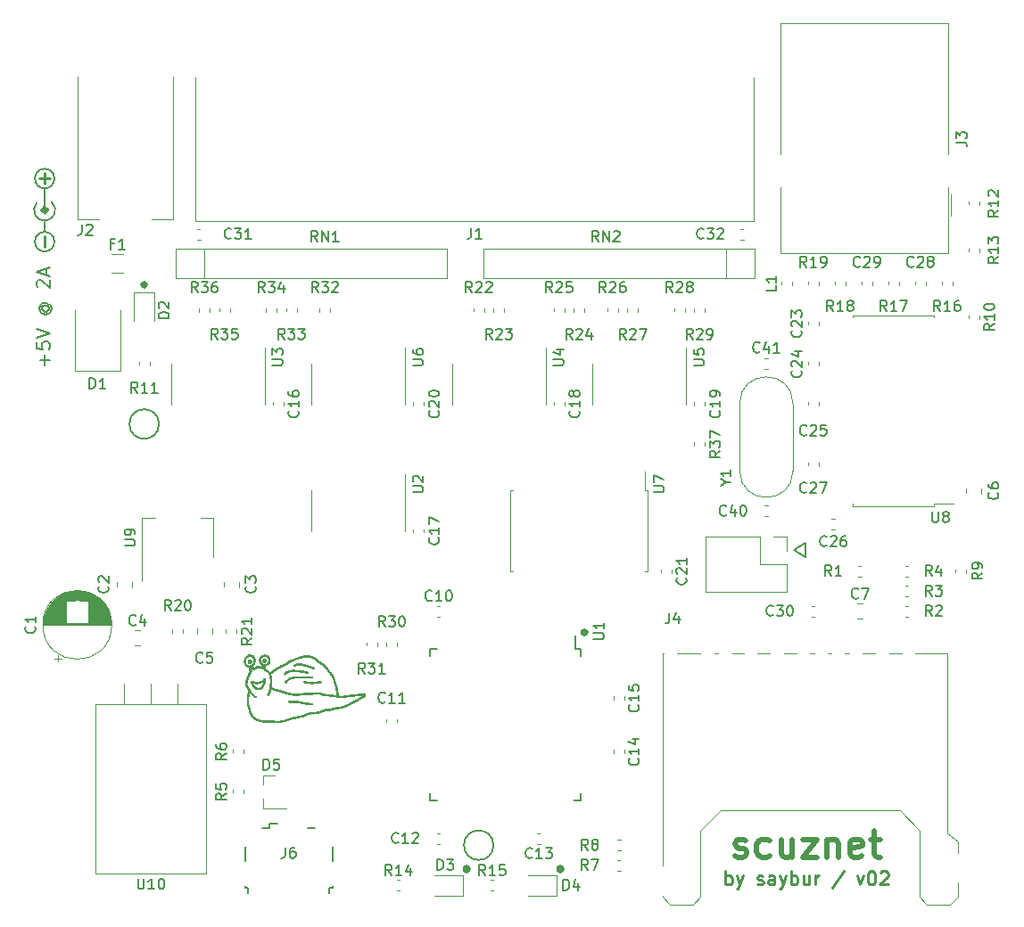
<source format=gto>
G04 #@! TF.GenerationSoftware,KiCad,Pcbnew,(5.1.6)-1*
G04 #@! TF.CreationDate,2021-05-12T21:13:22-05:00*
G04 #@! TF.ProjectId,scuznet,7363757a-6e65-4742-9e6b-696361645f70,rev?*
G04 #@! TF.SameCoordinates,Original*
G04 #@! TF.FileFunction,Legend,Top*
G04 #@! TF.FilePolarity,Positive*
%FSLAX46Y46*%
G04 Gerber Fmt 4.6, Leading zero omitted, Abs format (unit mm)*
G04 Created by KiCad (PCBNEW (5.1.6)-1) date 2021-05-12 21:13:22*
%MOMM*%
%LPD*%
G01*
G04 APERTURE LIST*
%ADD10C,0.300000*%
%ADD11C,0.200000*%
%ADD12C,0.190500*%
%ADD13C,0.254000*%
%ADD14C,0.508000*%
%ADD15C,0.120000*%
%ADD16C,0.100000*%
%ADD17C,0.150000*%
%ADD18C,0.500000*%
%ADD19C,0.010000*%
%ADD20C,4.500000*%
%ADD21C,1.900000*%
%ADD22C,4.900000*%
%ADD23O,2.100000X2.100000*%
%ADD24R,2.100000X2.100000*%
%ADD25O,3.900000X3.900000*%
%ADD26R,2.305000X2.400000*%
%ADD27O,2.305000X2.400000*%
%ADD28R,1.900000X2.400000*%
%ADD29R,4.200000X2.400000*%
%ADD30C,1.200000*%
%ADD31C,2.200000*%
%ADD32C,2.400000*%
%ADD33R,0.850000X1.700000*%
%ADD34R,1.300000X1.200000*%
%ADD35C,3.600000*%
%ADD36R,2.051000X2.051000*%
%ADD37C,2.051000*%
%ADD38C,3.000000*%
%ADD39C,3.650000*%
%ADD40R,1.900000X0.950000*%
%ADD41R,0.950000X1.900000*%
%ADD42O,2.000000X2.000000*%
%ADD43R,2.000000X2.000000*%
%ADD44R,2.700000X2.900000*%
%ADD45C,2.000000*%
G04 APERTURE END LIST*
D10*
X104759142Y-136108285D02*
X104759142Y-136394000D01*
X104830571Y-136394000D02*
X104830571Y-136108285D01*
X104902000Y-136036857D02*
X104902000Y-136465428D01*
X104973428Y-136394000D02*
X104973428Y-136108285D01*
X105044857Y-136108285D02*
X105044857Y-136394000D01*
X104759142Y-136322571D02*
X104902000Y-136465428D01*
X105044857Y-136322571D01*
X104759142Y-136179714D02*
X104902000Y-136036857D01*
X105044857Y-136179714D01*
X104759142Y-136108285D02*
X104902000Y-136036857D01*
X105044857Y-136108285D01*
X105116285Y-136251142D01*
X105044857Y-136394000D01*
X104902000Y-136465428D01*
X104759142Y-136394000D01*
X104687714Y-136251142D01*
X104759142Y-136108285D01*
D11*
X135953571Y-105937857D02*
X137096428Y-105295000D01*
X137096428Y-106580714D01*
X135953571Y-105937857D01*
D12*
X64860714Y-88385952D02*
X64860714Y-87418333D01*
X65344523Y-87902142D02*
X64376904Y-87902142D01*
X64074523Y-86208809D02*
X64074523Y-86813571D01*
X64679285Y-86874047D01*
X64618809Y-86813571D01*
X64558333Y-86692619D01*
X64558333Y-86390238D01*
X64618809Y-86269285D01*
X64679285Y-86208809D01*
X64800238Y-86148333D01*
X65102619Y-86148333D01*
X65223571Y-86208809D01*
X65284047Y-86269285D01*
X65344523Y-86390238D01*
X65344523Y-86692619D01*
X65284047Y-86813571D01*
X65223571Y-86874047D01*
X64074523Y-85785476D02*
X65344523Y-85362142D01*
X64074523Y-84938809D01*
X64739761Y-82761666D02*
X64679285Y-82822142D01*
X64618809Y-82943095D01*
X64618809Y-83064047D01*
X64679285Y-83185000D01*
X64739761Y-83245476D01*
X64860714Y-83305952D01*
X64981666Y-83305952D01*
X65102619Y-83245476D01*
X65163095Y-83185000D01*
X65223571Y-83064047D01*
X65223571Y-82943095D01*
X65163095Y-82822142D01*
X65102619Y-82761666D01*
X64618809Y-82761666D02*
X65102619Y-82761666D01*
X65163095Y-82701190D01*
X65163095Y-82640714D01*
X65102619Y-82519761D01*
X64981666Y-82459285D01*
X64679285Y-82459285D01*
X64497857Y-82580238D01*
X64376904Y-82761666D01*
X64316428Y-83003571D01*
X64376904Y-83245476D01*
X64497857Y-83426904D01*
X64679285Y-83547857D01*
X64921190Y-83608333D01*
X65163095Y-83547857D01*
X65344523Y-83426904D01*
X65465476Y-83245476D01*
X65525952Y-83003571D01*
X65465476Y-82761666D01*
X65344523Y-82580238D01*
X64195476Y-81007857D02*
X64135000Y-80947380D01*
X64074523Y-80826428D01*
X64074523Y-80524047D01*
X64135000Y-80403095D01*
X64195476Y-80342619D01*
X64316428Y-80282142D01*
X64437380Y-80282142D01*
X64618809Y-80342619D01*
X65344523Y-81068333D01*
X65344523Y-80282142D01*
X64981666Y-79798333D02*
X64981666Y-79193571D01*
X65344523Y-79919285D02*
X64074523Y-79495952D01*
X65344523Y-79072619D01*
D13*
X64835314Y-77141009D02*
X64835314Y-76173390D01*
X64349690Y-70639214D02*
X65317309Y-70639214D01*
X64833500Y-71123023D02*
X64833500Y-70155404D01*
X129479523Y-137734523D02*
X129479523Y-136464523D01*
X129479523Y-136948333D02*
X129600476Y-136887857D01*
X129842380Y-136887857D01*
X129963333Y-136948333D01*
X130023809Y-137008809D01*
X130084285Y-137129761D01*
X130084285Y-137492619D01*
X130023809Y-137613571D01*
X129963333Y-137674047D01*
X129842380Y-137734523D01*
X129600476Y-137734523D01*
X129479523Y-137674047D01*
X130507619Y-136887857D02*
X130810000Y-137734523D01*
X131112380Y-136887857D02*
X130810000Y-137734523D01*
X130689047Y-138036904D01*
X130628571Y-138097380D01*
X130507619Y-138157857D01*
X132503333Y-137674047D02*
X132624285Y-137734523D01*
X132866190Y-137734523D01*
X132987142Y-137674047D01*
X133047619Y-137553095D01*
X133047619Y-137492619D01*
X132987142Y-137371666D01*
X132866190Y-137311190D01*
X132684761Y-137311190D01*
X132563809Y-137250714D01*
X132503333Y-137129761D01*
X132503333Y-137069285D01*
X132563809Y-136948333D01*
X132684761Y-136887857D01*
X132866190Y-136887857D01*
X132987142Y-136948333D01*
X134136190Y-137734523D02*
X134136190Y-137069285D01*
X134075714Y-136948333D01*
X133954761Y-136887857D01*
X133712857Y-136887857D01*
X133591904Y-136948333D01*
X134136190Y-137674047D02*
X134015238Y-137734523D01*
X133712857Y-137734523D01*
X133591904Y-137674047D01*
X133531428Y-137553095D01*
X133531428Y-137432142D01*
X133591904Y-137311190D01*
X133712857Y-137250714D01*
X134015238Y-137250714D01*
X134136190Y-137190238D01*
X134620000Y-136887857D02*
X134922380Y-137734523D01*
X135224761Y-136887857D02*
X134922380Y-137734523D01*
X134801428Y-138036904D01*
X134740952Y-138097380D01*
X134620000Y-138157857D01*
X135708571Y-137734523D02*
X135708571Y-136464523D01*
X135708571Y-136948333D02*
X135829523Y-136887857D01*
X136071428Y-136887857D01*
X136192380Y-136948333D01*
X136252857Y-137008809D01*
X136313333Y-137129761D01*
X136313333Y-137492619D01*
X136252857Y-137613571D01*
X136192380Y-137674047D01*
X136071428Y-137734523D01*
X135829523Y-137734523D01*
X135708571Y-137674047D01*
X137401904Y-136887857D02*
X137401904Y-137734523D01*
X136857619Y-136887857D02*
X136857619Y-137553095D01*
X136918095Y-137674047D01*
X137039047Y-137734523D01*
X137220476Y-137734523D01*
X137341428Y-137674047D01*
X137401904Y-137613571D01*
X138006666Y-137734523D02*
X138006666Y-136887857D01*
X138006666Y-137129761D02*
X138067142Y-137008809D01*
X138127619Y-136948333D01*
X138248571Y-136887857D01*
X138369523Y-136887857D01*
X140667619Y-136404047D02*
X139579047Y-138036904D01*
X141937619Y-136887857D02*
X142240000Y-137734523D01*
X142542380Y-136887857D01*
X143268095Y-136464523D02*
X143389047Y-136464523D01*
X143510000Y-136525000D01*
X143570476Y-136585476D01*
X143630952Y-136706428D01*
X143691428Y-136948333D01*
X143691428Y-137250714D01*
X143630952Y-137492619D01*
X143570476Y-137613571D01*
X143510000Y-137674047D01*
X143389047Y-137734523D01*
X143268095Y-137734523D01*
X143147142Y-137674047D01*
X143086666Y-137613571D01*
X143026190Y-137492619D01*
X142965714Y-137250714D01*
X142965714Y-136948333D01*
X143026190Y-136706428D01*
X143086666Y-136585476D01*
X143147142Y-136525000D01*
X143268095Y-136464523D01*
X144175238Y-136585476D02*
X144235714Y-136525000D01*
X144356666Y-136464523D01*
X144659047Y-136464523D01*
X144780000Y-136525000D01*
X144840476Y-136585476D01*
X144900952Y-136706428D01*
X144900952Y-136827380D01*
X144840476Y-137008809D01*
X144114761Y-137734523D01*
X144900952Y-137734523D01*
D14*
X130386666Y-135013095D02*
X130628571Y-135134047D01*
X131112380Y-135134047D01*
X131354285Y-135013095D01*
X131475238Y-134771190D01*
X131475238Y-134650238D01*
X131354285Y-134408333D01*
X131112380Y-134287380D01*
X130749523Y-134287380D01*
X130507619Y-134166428D01*
X130386666Y-133924523D01*
X130386666Y-133803571D01*
X130507619Y-133561666D01*
X130749523Y-133440714D01*
X131112380Y-133440714D01*
X131354285Y-133561666D01*
X133652380Y-135013095D02*
X133410476Y-135134047D01*
X132926666Y-135134047D01*
X132684761Y-135013095D01*
X132563809Y-134892142D01*
X132442857Y-134650238D01*
X132442857Y-133924523D01*
X132563809Y-133682619D01*
X132684761Y-133561666D01*
X132926666Y-133440714D01*
X133410476Y-133440714D01*
X133652380Y-133561666D01*
X135829523Y-133440714D02*
X135829523Y-135134047D01*
X134740952Y-133440714D02*
X134740952Y-134771190D01*
X134861904Y-135013095D01*
X135103809Y-135134047D01*
X135466666Y-135134047D01*
X135708571Y-135013095D01*
X135829523Y-134892142D01*
X136797142Y-133440714D02*
X138127619Y-133440714D01*
X136797142Y-135134047D01*
X138127619Y-135134047D01*
X139095238Y-133440714D02*
X139095238Y-135134047D01*
X139095238Y-133682619D02*
X139216190Y-133561666D01*
X139458095Y-133440714D01*
X139820952Y-133440714D01*
X140062857Y-133561666D01*
X140183809Y-133803571D01*
X140183809Y-135134047D01*
X142360952Y-135013095D02*
X142119047Y-135134047D01*
X141635238Y-135134047D01*
X141393333Y-135013095D01*
X141272380Y-134771190D01*
X141272380Y-133803571D01*
X141393333Y-133561666D01*
X141635238Y-133440714D01*
X142119047Y-133440714D01*
X142360952Y-133561666D01*
X142481904Y-133803571D01*
X142481904Y-134045476D01*
X141272380Y-134287380D01*
X143207619Y-133440714D02*
X144175238Y-133440714D01*
X143570476Y-132594047D02*
X143570476Y-134771190D01*
X143691428Y-135013095D01*
X143933333Y-135134047D01*
X144175238Y-135134047D01*
D10*
X115935142Y-113629285D02*
X115935142Y-113915000D01*
X116006571Y-113915000D02*
X116006571Y-113629285D01*
X116078000Y-113557857D02*
X116078000Y-113986428D01*
X116149428Y-113915000D02*
X116149428Y-113629285D01*
X116220857Y-113629285D02*
X116220857Y-113915000D01*
X115935142Y-113843571D02*
X116078000Y-113986428D01*
X116220857Y-113843571D01*
X115935142Y-113700714D02*
X116078000Y-113557857D01*
X116220857Y-113700714D01*
X115935142Y-113629285D02*
X116078000Y-113557857D01*
X116220857Y-113629285D01*
X116292285Y-113772142D01*
X116220857Y-113915000D01*
X116078000Y-113986428D01*
X115935142Y-113915000D01*
X115863714Y-113772142D01*
X115935142Y-113629285D01*
X113649142Y-136108285D02*
X113649142Y-136394000D01*
X113720571Y-136394000D02*
X113720571Y-136108285D01*
X113792000Y-136036857D02*
X113792000Y-136465428D01*
X113863428Y-136394000D02*
X113863428Y-136108285D01*
X113934857Y-136108285D02*
X113934857Y-136394000D01*
X113649142Y-136322571D02*
X113792000Y-136465428D01*
X113934857Y-136322571D01*
X113649142Y-136179714D02*
X113792000Y-136036857D01*
X113934857Y-136179714D01*
X113649142Y-136108285D02*
X113792000Y-136036857D01*
X113934857Y-136108285D01*
X114006285Y-136251142D01*
X113934857Y-136394000D01*
X113792000Y-136465428D01*
X113649142Y-136394000D01*
X113577714Y-136251142D01*
X113649142Y-136108285D01*
X74152142Y-80609285D02*
X74152142Y-80895000D01*
X74223571Y-80895000D02*
X74223571Y-80609285D01*
X74295000Y-80537857D02*
X74295000Y-80966428D01*
X74366428Y-80895000D02*
X74366428Y-80609285D01*
X74437857Y-80609285D02*
X74437857Y-80895000D01*
X74152142Y-80823571D02*
X74295000Y-80966428D01*
X74437857Y-80823571D01*
X74152142Y-80680714D02*
X74295000Y-80537857D01*
X74437857Y-80680714D01*
X74152142Y-80609285D02*
X74295000Y-80537857D01*
X74437857Y-80609285D01*
X74509285Y-80752142D01*
X74437857Y-80895000D01*
X74295000Y-80966428D01*
X74152142Y-80895000D01*
X74080714Y-80752142D01*
X74152142Y-80609285D01*
D15*
X107477779Y-138305000D02*
X107152221Y-138305000D01*
X107477779Y-137285000D02*
X107152221Y-137285000D01*
X110760000Y-138755000D02*
X113445000Y-138755000D01*
X113445000Y-138755000D02*
X113445000Y-136835000D01*
X113445000Y-136835000D02*
X110760000Y-136835000D01*
D16*
X79145000Y-74710000D02*
X132175000Y-74710000D01*
X79145000Y-74710000D02*
X79145000Y-61060000D01*
X132175000Y-74710000D02*
X132175000Y-61060000D01*
X77000000Y-61000000D02*
X77000000Y-74500000D01*
X77000000Y-74500000D02*
X75000000Y-74500000D01*
X68000000Y-61000000D02*
X68000000Y-74500000D01*
X68000000Y-74500000D02*
X70000000Y-74500000D01*
D15*
X135315000Y-104715000D02*
X135315000Y-106045000D01*
X133985000Y-104715000D02*
X135315000Y-104715000D01*
X135315000Y-107315000D02*
X135315000Y-109915000D01*
X132715000Y-107315000D02*
X135315000Y-107315000D01*
X132715000Y-104715000D02*
X132715000Y-107315000D01*
X135315000Y-109915000D02*
X127575000Y-109915000D01*
X132715000Y-104715000D02*
X127575000Y-104715000D01*
X127575000Y-104715000D02*
X127575000Y-109915000D01*
X80180000Y-120585000D02*
X69680000Y-120585000D01*
X80180000Y-136695000D02*
X69680000Y-136695000D01*
X80180000Y-136695000D02*
X80180000Y-120585000D01*
X69680000Y-136695000D02*
X69680000Y-120585000D01*
X77470000Y-120585000D02*
X77470000Y-118625000D01*
X74930000Y-120585000D02*
X74930000Y-118625000D01*
X72390000Y-120585000D02*
X72390000Y-118625000D01*
X74060000Y-108875000D02*
X74060000Y-102865000D01*
X80880000Y-106625000D02*
X80880000Y-102865000D01*
X74060000Y-102865000D02*
X75320000Y-102865000D01*
X80880000Y-102865000D02*
X79620000Y-102865000D01*
X82675000Y-124932221D02*
X82675000Y-125257779D01*
X83695000Y-124932221D02*
X83695000Y-125257779D01*
X82675000Y-128742221D02*
X82675000Y-129067779D01*
X83695000Y-128742221D02*
X83695000Y-129067779D01*
D17*
X89800000Y-132350000D02*
X90525000Y-132350000D01*
X86200000Y-132350000D02*
X85475000Y-132350000D01*
X86200000Y-131925000D02*
X86200000Y-132350000D01*
X86925000Y-131925000D02*
X86200000Y-131925000D01*
X92150000Y-135500000D02*
X92150000Y-134100000D01*
X92150000Y-138050000D02*
X92150000Y-137900000D01*
X91850000Y-138050000D02*
X92150000Y-138050000D01*
X91850000Y-138500000D02*
X91850000Y-138050000D01*
X84150000Y-138050000D02*
X84150000Y-138500000D01*
X83850000Y-138050000D02*
X84150000Y-138050000D01*
X83850000Y-137900000D02*
X83850000Y-138050000D01*
X83850000Y-134100000D02*
X83850000Y-135500000D01*
D15*
X85600000Y-127325000D02*
X87060000Y-127325000D01*
X85600000Y-130485000D02*
X87760000Y-130485000D01*
X85600000Y-130485000D02*
X85600000Y-129555000D01*
X85600000Y-127325000D02*
X85600000Y-128255000D01*
X124200000Y-139600000D02*
X126400000Y-139600000D01*
X127100000Y-138900000D02*
X126400000Y-139600000D01*
X127100000Y-138900000D02*
X127100000Y-132600000D01*
X123500000Y-138800000D02*
X123500000Y-138900000D01*
X123500000Y-115800000D02*
X123500000Y-136000000D01*
X124200000Y-139600000D02*
X123500000Y-138900000D01*
X150800000Y-139600000D02*
X148600000Y-139600000D01*
X147900000Y-138900000D02*
X148600000Y-139600000D01*
X147900000Y-138900000D02*
X147900000Y-132600000D01*
X151500000Y-137500000D02*
X151500000Y-138900000D01*
X150800000Y-139600000D02*
X151500000Y-138900000D01*
X129000000Y-130700000D02*
X146000000Y-130700000D01*
X129000000Y-130700000D02*
X127100000Y-132600000D01*
X146000000Y-130700000D02*
X147900000Y-132600000D01*
X150500000Y-132900000D02*
X150500000Y-115800000D01*
X151500000Y-133600000D02*
X151500000Y-134800000D01*
X151500000Y-133600000D02*
X150500000Y-132900000D01*
X123700000Y-115800000D02*
X123500000Y-115800000D01*
X150500000Y-115800000D02*
X147500000Y-115800000D01*
X146200000Y-115800000D02*
X145000000Y-115800000D01*
X143700000Y-115800000D02*
X142500000Y-115800000D01*
X141200000Y-115800000D02*
X140800000Y-115800000D01*
X139500000Y-115800000D02*
X139200000Y-115800000D01*
X137900000Y-115800000D02*
X137500000Y-115800000D01*
X136200000Y-115800000D02*
X135000000Y-115800000D01*
X133700000Y-115800000D02*
X132500000Y-115800000D01*
X131200000Y-115800000D02*
X130100000Y-115800000D01*
X128800000Y-115800000D02*
X128400000Y-115800000D01*
X127100000Y-115800000D02*
X124900000Y-115800000D01*
X150630000Y-71510000D02*
X150630000Y-77790000D01*
X150630000Y-77790000D02*
X134680000Y-77790000D01*
X134680000Y-77790000D02*
X134680000Y-71510000D01*
X134680000Y-68310000D02*
X134680000Y-55870000D01*
X134680000Y-55870000D02*
X150630000Y-55870000D01*
X150630000Y-55870000D02*
X150630000Y-68310000D01*
X150830000Y-74200000D02*
X150830000Y-72200000D01*
X121845000Y-100280000D02*
X121845000Y-98465000D01*
X122080000Y-100280000D02*
X121845000Y-100280000D01*
X122080000Y-104140000D02*
X122080000Y-100280000D01*
X122080000Y-108000000D02*
X121845000Y-108000000D01*
X122080000Y-104140000D02*
X122080000Y-108000000D01*
X109060000Y-100280000D02*
X109295000Y-100280000D01*
X109060000Y-104140000D02*
X109060000Y-100280000D01*
X109060000Y-108000000D02*
X109295000Y-108000000D01*
X109060000Y-104140000D02*
X109060000Y-108000000D01*
X130825000Y-92023000D02*
X130825000Y-98423000D01*
X135875000Y-92023000D02*
X135875000Y-98423000D01*
X130825000Y-98423000D02*
G75*
G03*
X135875000Y-98423000I2525000J0D01*
G01*
X130825000Y-92023000D02*
G75*
G02*
X135875000Y-92023000I2525000J0D01*
G01*
X149275000Y-101525000D02*
X151090000Y-101525000D01*
X149275000Y-101770000D02*
X149275000Y-101525000D01*
X145415000Y-101770000D02*
X149275000Y-101770000D01*
X141555000Y-101770000D02*
X141555000Y-101525000D01*
X145415000Y-101770000D02*
X141555000Y-101770000D01*
X149275000Y-83650000D02*
X149275000Y-83895000D01*
X145415000Y-83650000D02*
X149275000Y-83650000D01*
X141555000Y-83650000D02*
X141555000Y-83895000D01*
X145415000Y-83650000D02*
X141555000Y-83650000D01*
X99050000Y-90170000D02*
X99050000Y-86720000D01*
X99050000Y-90170000D02*
X99050000Y-92120000D01*
X90180000Y-90170000D02*
X90180000Y-88220000D01*
X90180000Y-90170000D02*
X90180000Y-92120000D01*
X125720000Y-90170000D02*
X125720000Y-86720000D01*
X125720000Y-90170000D02*
X125720000Y-92120000D01*
X116850000Y-90170000D02*
X116850000Y-88220000D01*
X116850000Y-90170000D02*
X116850000Y-92120000D01*
X112385000Y-90170000D02*
X112385000Y-86720000D01*
X112385000Y-90170000D02*
X112385000Y-92120000D01*
X103515000Y-90170000D02*
X103515000Y-88220000D01*
X103515000Y-90170000D02*
X103515000Y-92120000D01*
X85715000Y-90170000D02*
X85715000Y-86720000D01*
X85715000Y-90170000D02*
X85715000Y-92120000D01*
X76845000Y-90170000D02*
X76845000Y-88220000D01*
X76845000Y-90170000D02*
X76845000Y-92120000D01*
X99050000Y-102235000D02*
X99050000Y-98785000D01*
X99050000Y-102235000D02*
X99050000Y-104185000D01*
X90180000Y-102235000D02*
X90180000Y-100285000D01*
X90180000Y-102235000D02*
X90180000Y-104185000D01*
D17*
X115185000Y-115380000D02*
X115185000Y-114105000D01*
X115760000Y-129730000D02*
X115760000Y-129055000D01*
X101410000Y-129730000D02*
X101410000Y-129055000D01*
X101410000Y-115380000D02*
X101410000Y-116055000D01*
X115760000Y-115380000D02*
X115760000Y-116055000D01*
X101410000Y-115380000D02*
X102085000Y-115380000D01*
X101410000Y-129730000D02*
X102085000Y-129730000D01*
X115760000Y-129730000D02*
X115085000Y-129730000D01*
X115760000Y-115380000D02*
X115185000Y-115380000D01*
X75695000Y-93980000D02*
G75*
G03*
X75695000Y-93980000I-1400000J0D01*
G01*
X107445000Y-133985000D02*
G75*
G03*
X107445000Y-133985000I-1400000J0D01*
G01*
D15*
X129540000Y-80140000D02*
X129540000Y-77340000D01*
X106510000Y-80140000D02*
X132250000Y-80140000D01*
X106510000Y-77340000D02*
X106510000Y-80140000D01*
X132250000Y-77340000D02*
X106510000Y-77340000D01*
X132250000Y-80140000D02*
X132250000Y-77340000D01*
X80010000Y-77340000D02*
X80010000Y-80140000D01*
X103040000Y-77340000D02*
X77300000Y-77340000D01*
X103040000Y-80140000D02*
X103040000Y-77340000D01*
X77300000Y-80140000D02*
X103040000Y-80140000D01*
X77300000Y-77340000D02*
X77300000Y-80140000D01*
X71152936Y-79650000D02*
X72357064Y-79650000D01*
X71152936Y-77830000D02*
X72357064Y-77830000D01*
X104555000Y-136835000D02*
X101870000Y-136835000D01*
X104555000Y-138755000D02*
X104555000Y-136835000D01*
X101870000Y-138755000D02*
X104555000Y-138755000D01*
X73335000Y-81500000D02*
X73335000Y-84185000D01*
X75255000Y-81500000D02*
X73335000Y-81500000D01*
X75255000Y-84185000D02*
X75255000Y-81500000D01*
X67700000Y-88885000D02*
X67700000Y-83185000D01*
X72000000Y-88885000D02*
X72000000Y-83185000D01*
X67700000Y-88885000D02*
X72000000Y-88885000D01*
X79500000Y-83022221D02*
X79500000Y-83347779D01*
X80520000Y-83022221D02*
X80520000Y-83347779D01*
X81405000Y-83022221D02*
X81405000Y-83347779D01*
X82425000Y-83022221D02*
X82425000Y-83347779D01*
X85850000Y-83022221D02*
X85850000Y-83347779D01*
X86870000Y-83022221D02*
X86870000Y-83347779D01*
X87755000Y-83022221D02*
X87755000Y-83347779D01*
X88775000Y-83022221D02*
X88775000Y-83347779D01*
X90930000Y-83022221D02*
X90930000Y-83347779D01*
X91950000Y-83022221D02*
X91950000Y-83347779D01*
X95375000Y-114772221D02*
X95375000Y-115097779D01*
X96395000Y-114772221D02*
X96395000Y-115097779D01*
X97280000Y-114772221D02*
X97280000Y-115097779D01*
X98300000Y-114772221D02*
X98300000Y-115097779D01*
X126490000Y-83022221D02*
X126490000Y-83347779D01*
X127510000Y-83022221D02*
X127510000Y-83347779D01*
X124585000Y-83022221D02*
X124585000Y-83347779D01*
X125605000Y-83022221D02*
X125605000Y-83347779D01*
X120140000Y-83022221D02*
X120140000Y-83347779D01*
X121160000Y-83022221D02*
X121160000Y-83347779D01*
X118235000Y-83022221D02*
X118235000Y-83347779D01*
X119255000Y-83022221D02*
X119255000Y-83347779D01*
X113155000Y-83022221D02*
X113155000Y-83347779D01*
X114175000Y-83022221D02*
X114175000Y-83347779D01*
X115060000Y-83022221D02*
X115060000Y-83347779D01*
X116080000Y-83022221D02*
X116080000Y-83347779D01*
X107440000Y-83022221D02*
X107440000Y-83347779D01*
X108460000Y-83022221D02*
X108460000Y-83347779D01*
X105535000Y-83022221D02*
X105535000Y-83347779D01*
X106555000Y-83022221D02*
X106555000Y-83347779D01*
X83060000Y-113827779D02*
X83060000Y-113502221D01*
X82040000Y-113827779D02*
X82040000Y-113502221D01*
X77980000Y-113827779D02*
X77980000Y-113502221D01*
X76960000Y-113827779D02*
X76960000Y-113502221D01*
X127510000Y-96047779D02*
X127510000Y-95722221D01*
X126490000Y-96047779D02*
X126490000Y-95722221D01*
X98587779Y-137285000D02*
X98262221Y-137285000D01*
X98587779Y-138305000D02*
X98262221Y-138305000D01*
X73785000Y-88102221D02*
X73785000Y-88427779D01*
X74805000Y-88102221D02*
X74805000Y-88427779D01*
X119217221Y-134495000D02*
X119542779Y-134495000D01*
X119217221Y-133475000D02*
X119542779Y-133475000D01*
X119217221Y-136400000D02*
X119542779Y-136400000D01*
X119217221Y-135380000D02*
X119542779Y-135380000D01*
X146847779Y-107440000D02*
X146522221Y-107440000D01*
X146847779Y-108460000D02*
X146522221Y-108460000D01*
X146522221Y-112270000D02*
X146847779Y-112270000D01*
X146522221Y-111250000D02*
X146847779Y-111250000D01*
X130901221Y-76456000D02*
X131226779Y-76456000D01*
X130901221Y-75436000D02*
X131226779Y-75436000D01*
X79339221Y-76456000D02*
X79664779Y-76456000D01*
X79339221Y-75436000D02*
X79664779Y-75436000D01*
X137632221Y-111250000D02*
X137957779Y-111250000D01*
X137632221Y-112270000D02*
X137957779Y-112270000D01*
X124335000Y-108112779D02*
X124335000Y-107787221D01*
X123315000Y-108112779D02*
X123315000Y-107787221D01*
X100840000Y-92237779D02*
X100840000Y-91912221D01*
X99820000Y-92237779D02*
X99820000Y-91912221D01*
X127510000Y-92237779D02*
X127510000Y-91912221D01*
X126490000Y-92237779D02*
X126490000Y-91912221D01*
X114175000Y-92237779D02*
X114175000Y-91912221D01*
X113155000Y-92237779D02*
X113155000Y-91912221D01*
X100840000Y-104302779D02*
X100840000Y-103977221D01*
X99820000Y-104302779D02*
X99820000Y-103977221D01*
X87505000Y-92237779D02*
X87505000Y-91912221D01*
X86485000Y-92237779D02*
X86485000Y-91912221D01*
X118870000Y-119852221D02*
X118870000Y-120177779D01*
X119890000Y-119852221D02*
X119890000Y-120177779D01*
X118870000Y-124932221D02*
X118870000Y-125257779D01*
X119890000Y-124932221D02*
X119890000Y-125257779D01*
X111922779Y-132840000D02*
X111597221Y-132840000D01*
X111922779Y-133860000D02*
X111597221Y-133860000D01*
X102397779Y-132840000D02*
X102072221Y-132840000D01*
X102397779Y-133860000D02*
X102072221Y-133860000D01*
X98300000Y-122336779D02*
X98300000Y-122011221D01*
X97280000Y-122336779D02*
X97280000Y-122011221D01*
X102072221Y-112270000D02*
X102397779Y-112270000D01*
X102072221Y-111250000D02*
X102397779Y-111250000D01*
X141981422Y-112470000D02*
X142498578Y-112470000D01*
X141981422Y-111050000D02*
X142498578Y-111050000D01*
X80720000Y-113923578D02*
X80720000Y-113406422D01*
X79300000Y-113923578D02*
X79300000Y-113406422D01*
X73401422Y-115010000D02*
X73918578Y-115010000D01*
X73401422Y-113590000D02*
X73918578Y-113590000D01*
X81840000Y-108961422D02*
X81840000Y-109478578D01*
X83260000Y-108961422D02*
X83260000Y-109478578D01*
X71680000Y-108961422D02*
X71680000Y-109478578D01*
X73100000Y-108961422D02*
X73100000Y-109478578D01*
X65791000Y-116235241D02*
X66421000Y-116235241D01*
X66106000Y-116550241D02*
X66106000Y-115920241D01*
X67543000Y-109809000D02*
X68347000Y-109809000D01*
X67312000Y-109849000D02*
X68578000Y-109849000D01*
X67143000Y-109889000D02*
X68747000Y-109889000D01*
X67005000Y-109929000D02*
X68885000Y-109929000D01*
X66886000Y-109969000D02*
X69004000Y-109969000D01*
X66780000Y-110009000D02*
X69110000Y-110009000D01*
X66683000Y-110049000D02*
X69207000Y-110049000D01*
X66595000Y-110089000D02*
X69295000Y-110089000D01*
X66513000Y-110129000D02*
X69377000Y-110129000D01*
X66436000Y-110169000D02*
X69454000Y-110169000D01*
X66364000Y-110209000D02*
X69526000Y-110209000D01*
X66295000Y-110249000D02*
X69595000Y-110249000D01*
X66231000Y-110289000D02*
X69659000Y-110289000D01*
X66169000Y-110329000D02*
X69721000Y-110329000D01*
X66111000Y-110369000D02*
X69779000Y-110369000D01*
X66055000Y-110409000D02*
X69835000Y-110409000D01*
X66001000Y-110449000D02*
X69889000Y-110449000D01*
X65950000Y-110489000D02*
X69940000Y-110489000D01*
X65901000Y-110529000D02*
X69989000Y-110529000D01*
X65853000Y-110569000D02*
X70037000Y-110569000D01*
X65808000Y-110609000D02*
X70082000Y-110609000D01*
X65763000Y-110649000D02*
X70127000Y-110649000D01*
X65721000Y-110689000D02*
X70169000Y-110689000D01*
X65680000Y-110729000D02*
X70210000Y-110729000D01*
X68985000Y-110769000D02*
X70250000Y-110769000D01*
X65640000Y-110769000D02*
X66905000Y-110769000D01*
X68985000Y-110809000D02*
X70288000Y-110809000D01*
X65602000Y-110809000D02*
X66905000Y-110809000D01*
X68985000Y-110849000D02*
X70325000Y-110849000D01*
X65565000Y-110849000D02*
X66905000Y-110849000D01*
X68985000Y-110889000D02*
X70361000Y-110889000D01*
X65529000Y-110889000D02*
X66905000Y-110889000D01*
X68985000Y-110929000D02*
X70395000Y-110929000D01*
X65495000Y-110929000D02*
X66905000Y-110929000D01*
X68985000Y-110969000D02*
X70429000Y-110969000D01*
X65461000Y-110969000D02*
X66905000Y-110969000D01*
X68985000Y-111009000D02*
X70461000Y-111009000D01*
X65429000Y-111009000D02*
X66905000Y-111009000D01*
X68985000Y-111049000D02*
X70493000Y-111049000D01*
X65397000Y-111049000D02*
X66905000Y-111049000D01*
X68985000Y-111089000D02*
X70523000Y-111089000D01*
X65367000Y-111089000D02*
X66905000Y-111089000D01*
X68985000Y-111129000D02*
X70552000Y-111129000D01*
X65338000Y-111129000D02*
X66905000Y-111129000D01*
X68985000Y-111169000D02*
X70581000Y-111169000D01*
X65309000Y-111169000D02*
X66905000Y-111169000D01*
X68985000Y-111209000D02*
X70609000Y-111209000D01*
X65281000Y-111209000D02*
X66905000Y-111209000D01*
X68985000Y-111249000D02*
X70635000Y-111249000D01*
X65255000Y-111249000D02*
X66905000Y-111249000D01*
X68985000Y-111289000D02*
X70661000Y-111289000D01*
X65229000Y-111289000D02*
X66905000Y-111289000D01*
X68985000Y-111329000D02*
X70687000Y-111329000D01*
X65203000Y-111329000D02*
X66905000Y-111329000D01*
X68985000Y-111369000D02*
X70711000Y-111369000D01*
X65179000Y-111369000D02*
X66905000Y-111369000D01*
X68985000Y-111409000D02*
X70735000Y-111409000D01*
X65155000Y-111409000D02*
X66905000Y-111409000D01*
X68985000Y-111449000D02*
X70757000Y-111449000D01*
X65133000Y-111449000D02*
X66905000Y-111449000D01*
X68985000Y-111489000D02*
X70779000Y-111489000D01*
X65111000Y-111489000D02*
X66905000Y-111489000D01*
X68985000Y-111529000D02*
X70801000Y-111529000D01*
X65089000Y-111529000D02*
X66905000Y-111529000D01*
X68985000Y-111569000D02*
X70821000Y-111569000D01*
X65069000Y-111569000D02*
X66905000Y-111569000D01*
X68985000Y-111609000D02*
X70841000Y-111609000D01*
X65049000Y-111609000D02*
X66905000Y-111609000D01*
X68985000Y-111649000D02*
X70861000Y-111649000D01*
X65029000Y-111649000D02*
X66905000Y-111649000D01*
X68985000Y-111689000D02*
X70879000Y-111689000D01*
X65011000Y-111689000D02*
X66905000Y-111689000D01*
X68985000Y-111729000D02*
X70897000Y-111729000D01*
X64993000Y-111729000D02*
X66905000Y-111729000D01*
X68985000Y-111769000D02*
X70915000Y-111769000D01*
X64975000Y-111769000D02*
X66905000Y-111769000D01*
X68985000Y-111809000D02*
X70931000Y-111809000D01*
X64959000Y-111809000D02*
X66905000Y-111809000D01*
X68985000Y-111849000D02*
X70947000Y-111849000D01*
X64943000Y-111849000D02*
X66905000Y-111849000D01*
X68985000Y-111889000D02*
X70963000Y-111889000D01*
X64927000Y-111889000D02*
X66905000Y-111889000D01*
X68985000Y-111929000D02*
X70978000Y-111929000D01*
X64912000Y-111929000D02*
X66905000Y-111929000D01*
X68985000Y-111969000D02*
X70992000Y-111969000D01*
X64898000Y-111969000D02*
X66905000Y-111969000D01*
X68985000Y-112009000D02*
X71006000Y-112009000D01*
X64884000Y-112009000D02*
X66905000Y-112009000D01*
X68985000Y-112049000D02*
X71019000Y-112049000D01*
X64871000Y-112049000D02*
X66905000Y-112049000D01*
X68985000Y-112089000D02*
X71031000Y-112089000D01*
X64859000Y-112089000D02*
X66905000Y-112089000D01*
X68985000Y-112129000D02*
X71043000Y-112129000D01*
X64847000Y-112129000D02*
X66905000Y-112129000D01*
X68985000Y-112169000D02*
X71055000Y-112169000D01*
X64835000Y-112169000D02*
X66905000Y-112169000D01*
X68985000Y-112209000D02*
X71066000Y-112209000D01*
X64824000Y-112209000D02*
X66905000Y-112209000D01*
X68985000Y-112249000D02*
X71076000Y-112249000D01*
X64814000Y-112249000D02*
X66905000Y-112249000D01*
X68985000Y-112289000D02*
X71086000Y-112289000D01*
X64804000Y-112289000D02*
X66905000Y-112289000D01*
X68985000Y-112329000D02*
X71095000Y-112329000D01*
X64795000Y-112329000D02*
X66905000Y-112329000D01*
X68985000Y-112370000D02*
X71104000Y-112370000D01*
X64786000Y-112370000D02*
X66905000Y-112370000D01*
X68985000Y-112410000D02*
X71112000Y-112410000D01*
X64778000Y-112410000D02*
X66905000Y-112410000D01*
X68985000Y-112450000D02*
X71120000Y-112450000D01*
X64770000Y-112450000D02*
X66905000Y-112450000D01*
X68985000Y-112490000D02*
X71127000Y-112490000D01*
X64763000Y-112490000D02*
X66905000Y-112490000D01*
X68985000Y-112530000D02*
X71134000Y-112530000D01*
X64756000Y-112530000D02*
X66905000Y-112530000D01*
X68985000Y-112570000D02*
X71140000Y-112570000D01*
X64750000Y-112570000D02*
X66905000Y-112570000D01*
X68985000Y-112610000D02*
X71146000Y-112610000D01*
X64744000Y-112610000D02*
X66905000Y-112610000D01*
X68985000Y-112650000D02*
X71151000Y-112650000D01*
X64739000Y-112650000D02*
X66905000Y-112650000D01*
X68985000Y-112690000D02*
X71156000Y-112690000D01*
X64734000Y-112690000D02*
X66905000Y-112690000D01*
X68985000Y-112730000D02*
X71160000Y-112730000D01*
X64730000Y-112730000D02*
X66905000Y-112730000D01*
X68985000Y-112770000D02*
X71163000Y-112770000D01*
X64727000Y-112770000D02*
X66905000Y-112770000D01*
X68985000Y-112810000D02*
X71167000Y-112810000D01*
X64723000Y-112810000D02*
X66905000Y-112810000D01*
X64721000Y-112850000D02*
X71169000Y-112850000D01*
X64718000Y-112890000D02*
X71172000Y-112890000D01*
X64717000Y-112930000D02*
X71173000Y-112930000D01*
X64715000Y-112970000D02*
X71175000Y-112970000D01*
X64715000Y-113010000D02*
X71175000Y-113010000D01*
X64715000Y-113050000D02*
X71175000Y-113050000D01*
X71215000Y-113050000D02*
G75*
G03*
X71215000Y-113050000I-3270000J0D01*
G01*
X151255000Y-107787221D02*
X151255000Y-108112779D01*
X152275000Y-107787221D02*
X152275000Y-108112779D01*
X142077221Y-108460000D02*
X142402779Y-108460000D01*
X142077221Y-107440000D02*
X142402779Y-107440000D01*
X146847779Y-109345000D02*
X146522221Y-109345000D01*
X146847779Y-110365000D02*
X146522221Y-110365000D01*
X153745000Y-100588578D02*
X153745000Y-100071422D01*
X152325000Y-100588578D02*
X152325000Y-100071422D01*
X152525000Y-77307221D02*
X152525000Y-77632779D01*
X153545000Y-77307221D02*
X153545000Y-77632779D01*
X153545000Y-73187779D02*
X153545000Y-72862221D01*
X152525000Y-73187779D02*
X152525000Y-72862221D01*
X152525000Y-83657221D02*
X152525000Y-83982779D01*
X153545000Y-83657221D02*
X153545000Y-83982779D01*
X137285000Y-80482221D02*
X137285000Y-80807779D01*
X138305000Y-80482221D02*
X138305000Y-80807779D01*
X139825000Y-80482221D02*
X139825000Y-80807779D01*
X140845000Y-80482221D02*
X140845000Y-80807779D01*
X149985000Y-80482221D02*
X149985000Y-80807779D01*
X151005000Y-80482221D02*
X151005000Y-80807779D01*
X139862779Y-102995000D02*
X139537221Y-102995000D01*
X139862779Y-104015000D02*
X139537221Y-104015000D01*
X137285000Y-91912221D02*
X137285000Y-92237779D01*
X138305000Y-91912221D02*
X138305000Y-92237779D01*
X138305000Y-97952779D02*
X138305000Y-97627221D01*
X137285000Y-97952779D02*
X137285000Y-97627221D01*
X133512779Y-101725000D02*
X133187221Y-101725000D01*
X133512779Y-102745000D02*
X133187221Y-102745000D01*
X133512779Y-87755000D02*
X133187221Y-87755000D01*
X133512779Y-88775000D02*
X133187221Y-88775000D01*
X138305000Y-88427779D02*
X138305000Y-88102221D01*
X137285000Y-88427779D02*
X137285000Y-88102221D01*
X137285000Y-84292221D02*
X137285000Y-84617779D01*
X138305000Y-84292221D02*
X138305000Y-84617779D01*
X135765000Y-80807779D02*
X135765000Y-80482221D01*
X134745000Y-80807779D02*
X134745000Y-80482221D01*
X144905000Y-80482221D02*
X144905000Y-80807779D01*
X145925000Y-80482221D02*
X145925000Y-80807779D01*
X142365000Y-80482221D02*
X142365000Y-80807779D01*
X143385000Y-80482221D02*
X143385000Y-80807779D01*
X148465000Y-80807779D02*
X148465000Y-80482221D01*
X147445000Y-80807779D02*
X147445000Y-80482221D01*
D18*
X65020000Y-73660000D02*
G75*
G03*
X65020000Y-73660000I-175000J0D01*
G01*
D17*
X65770000Y-70660000D02*
G75*
G03*
X65770000Y-70660000I-925000J0D01*
G01*
X65770000Y-76660000D02*
G75*
G03*
X65770000Y-76660000I-925000J0D01*
G01*
X64845000Y-75660000D02*
X64845000Y-74760000D01*
X64845000Y-73660000D02*
X64845000Y-71660000D01*
X64095000Y-72985000D02*
G75*
G03*
X65520000Y-72910000I750000J-675000D01*
G01*
D19*
G36*
X85663961Y-116257610D02*
G01*
X85691469Y-116261387D01*
X85718024Y-116270638D01*
X85742938Y-116285103D01*
X85765525Y-116304524D01*
X85785101Y-116328638D01*
X85789825Y-116335994D01*
X85804760Y-116365899D01*
X85814332Y-116397131D01*
X85818697Y-116428947D01*
X85818006Y-116460599D01*
X85812415Y-116491341D01*
X85802077Y-116520428D01*
X85787145Y-116547110D01*
X85767774Y-116570646D01*
X85744119Y-116590287D01*
X85736351Y-116595224D01*
X85725990Y-116601036D01*
X85716906Y-116604966D01*
X85706958Y-116607667D01*
X85694009Y-116609789D01*
X85684692Y-116610963D01*
X85668017Y-116612648D01*
X85655383Y-116613028D01*
X85644606Y-116612053D01*
X85633748Y-116609730D01*
X85604940Y-116599422D01*
X85579686Y-116584127D01*
X85557617Y-116563561D01*
X85538365Y-116537437D01*
X85536269Y-116533986D01*
X85525685Y-116514549D01*
X85518276Y-116496378D01*
X85513324Y-116477160D01*
X85510112Y-116454583D01*
X85509450Y-116447605D01*
X85509030Y-116412504D01*
X85514246Y-116380131D01*
X85525214Y-116350088D01*
X85542045Y-116321977D01*
X85546572Y-116315978D01*
X85562486Y-116297654D01*
X85578454Y-116283867D01*
X85596430Y-116273097D01*
X85608829Y-116267517D01*
X85636186Y-116259566D01*
X85663961Y-116257610D01*
G37*
X85663961Y-116257610D02*
X85691469Y-116261387D01*
X85718024Y-116270638D01*
X85742938Y-116285103D01*
X85765525Y-116304524D01*
X85785101Y-116328638D01*
X85789825Y-116335994D01*
X85804760Y-116365899D01*
X85814332Y-116397131D01*
X85818697Y-116428947D01*
X85818006Y-116460599D01*
X85812415Y-116491341D01*
X85802077Y-116520428D01*
X85787145Y-116547110D01*
X85767774Y-116570646D01*
X85744119Y-116590287D01*
X85736351Y-116595224D01*
X85725990Y-116601036D01*
X85716906Y-116604966D01*
X85706958Y-116607667D01*
X85694009Y-116609789D01*
X85684692Y-116610963D01*
X85668017Y-116612648D01*
X85655383Y-116613028D01*
X85644606Y-116612053D01*
X85633748Y-116609730D01*
X85604940Y-116599422D01*
X85579686Y-116584127D01*
X85557617Y-116563561D01*
X85538365Y-116537437D01*
X85536269Y-116533986D01*
X85525685Y-116514549D01*
X85518276Y-116496378D01*
X85513324Y-116477160D01*
X85510112Y-116454583D01*
X85509450Y-116447605D01*
X85509030Y-116412504D01*
X85514246Y-116380131D01*
X85525214Y-116350088D01*
X85542045Y-116321977D01*
X85546572Y-116315978D01*
X85562486Y-116297654D01*
X85578454Y-116283867D01*
X85596430Y-116273097D01*
X85608829Y-116267517D01*
X85636186Y-116259566D01*
X85663961Y-116257610D01*
G36*
X84325590Y-116318308D02*
G01*
X84355463Y-116327104D01*
X84383842Y-116341676D01*
X84399321Y-116352749D01*
X84424988Y-116377190D01*
X84445851Y-116405292D01*
X84461742Y-116436373D01*
X84472489Y-116469749D01*
X84477923Y-116504740D01*
X84477874Y-116540664D01*
X84472171Y-116576839D01*
X84462784Y-116607188D01*
X84455911Y-116622692D01*
X84447155Y-116637368D01*
X84435225Y-116653282D01*
X84430120Y-116659454D01*
X84408265Y-116682460D01*
X84385931Y-116699696D01*
X84362084Y-116711720D01*
X84335692Y-116719088D01*
X84314366Y-116721838D01*
X84299977Y-116722447D01*
X84285914Y-116722200D01*
X84275060Y-116721154D01*
X84274458Y-116721045D01*
X84247821Y-116714196D01*
X84224247Y-116703905D01*
X84201687Y-116689163D01*
X84189492Y-116679243D01*
X84165920Y-116655056D01*
X84147061Y-116627716D01*
X84132880Y-116597943D01*
X84123342Y-116566454D01*
X84118414Y-116533967D01*
X84118060Y-116501202D01*
X84122246Y-116468875D01*
X84130939Y-116437707D01*
X84144103Y-116408413D01*
X84161704Y-116381715D01*
X84183708Y-116358327D01*
X84205656Y-116341712D01*
X84234258Y-116326990D01*
X84264264Y-116318209D01*
X84294949Y-116315329D01*
X84325590Y-116318308D01*
G37*
X84325590Y-116318308D02*
X84355463Y-116327104D01*
X84383842Y-116341676D01*
X84399321Y-116352749D01*
X84424988Y-116377190D01*
X84445851Y-116405292D01*
X84461742Y-116436373D01*
X84472489Y-116469749D01*
X84477923Y-116504740D01*
X84477874Y-116540664D01*
X84472171Y-116576839D01*
X84462784Y-116607188D01*
X84455911Y-116622692D01*
X84447155Y-116637368D01*
X84435225Y-116653282D01*
X84430120Y-116659454D01*
X84408265Y-116682460D01*
X84385931Y-116699696D01*
X84362084Y-116711720D01*
X84335692Y-116719088D01*
X84314366Y-116721838D01*
X84299977Y-116722447D01*
X84285914Y-116722200D01*
X84275060Y-116721154D01*
X84274458Y-116721045D01*
X84247821Y-116714196D01*
X84224247Y-116703905D01*
X84201687Y-116689163D01*
X84189492Y-116679243D01*
X84165920Y-116655056D01*
X84147061Y-116627716D01*
X84132880Y-116597943D01*
X84123342Y-116566454D01*
X84118414Y-116533967D01*
X84118060Y-116501202D01*
X84122246Y-116468875D01*
X84130939Y-116437707D01*
X84144103Y-116408413D01*
X84161704Y-116381715D01*
X84183708Y-116358327D01*
X84205656Y-116341712D01*
X84234258Y-116326990D01*
X84264264Y-116318209D01*
X84294949Y-116315329D01*
X84325590Y-116318308D01*
G36*
X88898507Y-116693392D02*
G01*
X88971650Y-116693285D01*
X89048529Y-116697699D01*
X89129025Y-116706631D01*
X89213023Y-116720077D01*
X89300405Y-116738033D01*
X89391054Y-116760497D01*
X89484854Y-116787464D01*
X89491399Y-116789478D01*
X89509689Y-116795193D01*
X89532522Y-116802433D01*
X89559493Y-116811063D01*
X89590200Y-116820951D01*
X89624236Y-116831964D01*
X89661198Y-116843966D01*
X89700680Y-116856826D01*
X89742280Y-116870409D01*
X89785591Y-116884581D01*
X89830211Y-116899211D01*
X89875734Y-116914162D01*
X89921755Y-116929304D01*
X89967871Y-116944501D01*
X90013679Y-116959622D01*
X90058770Y-116974530D01*
X90102744Y-116989094D01*
X90145194Y-117003180D01*
X90185717Y-117016653D01*
X90223908Y-117029383D01*
X90259362Y-117041233D01*
X90291676Y-117052071D01*
X90320444Y-117061764D01*
X90345263Y-117070177D01*
X90365728Y-117077178D01*
X90381434Y-117082632D01*
X90391977Y-117086406D01*
X90396953Y-117088368D01*
X90397208Y-117088506D01*
X90411703Y-117101161D01*
X90421314Y-117116708D01*
X90426039Y-117133974D01*
X90425875Y-117151794D01*
X90420823Y-117168998D01*
X90410880Y-117184417D01*
X90397351Y-117196059D01*
X90393148Y-117198823D01*
X90389304Y-117201243D01*
X90385454Y-117203227D01*
X90381235Y-117204683D01*
X90376285Y-117205520D01*
X90370240Y-117205644D01*
X90362737Y-117204966D01*
X90353411Y-117203391D01*
X90341901Y-117200829D01*
X90327843Y-117197187D01*
X90310873Y-117192375D01*
X90290628Y-117186299D01*
X90266745Y-117178869D01*
X90238860Y-117169991D01*
X90206611Y-117159574D01*
X90169632Y-117147526D01*
X90127563Y-117133756D01*
X90080039Y-117118172D01*
X90048309Y-117107765D01*
X89974245Y-117083481D01*
X89905934Y-117061088D01*
X89843097Y-117040500D01*
X89785455Y-117021627D01*
X89732728Y-117004384D01*
X89684634Y-116988682D01*
X89640895Y-116974435D01*
X89601231Y-116961553D01*
X89565363Y-116949950D01*
X89533008Y-116939538D01*
X89503890Y-116930230D01*
X89477727Y-116921937D01*
X89454239Y-116914574D01*
X89433147Y-116908052D01*
X89414171Y-116902283D01*
X89397030Y-116897179D01*
X89381446Y-116892655D01*
X89367138Y-116888621D01*
X89353827Y-116884990D01*
X89341232Y-116881676D01*
X89329075Y-116878590D01*
X89317074Y-116875644D01*
X89304949Y-116872752D01*
X89292423Y-116869825D01*
X89279214Y-116866776D01*
X89274296Y-116865646D01*
X89199085Y-116849887D01*
X89126575Y-116837757D01*
X89056991Y-116829231D01*
X88990555Y-116824290D01*
X88927495Y-116822906D01*
X88868030Y-116825060D01*
X88812386Y-116830727D01*
X88760786Y-116839884D01*
X88713454Y-116852509D01*
X88670614Y-116868578D01*
X88632489Y-116888068D01*
X88599303Y-116910955D01*
X88571279Y-116937219D01*
X88570436Y-116938153D01*
X88553868Y-116954830D01*
X88538743Y-116965949D01*
X88524204Y-116971863D01*
X88509391Y-116972932D01*
X88494363Y-116969811D01*
X88477099Y-116961358D01*
X88463108Y-116948699D01*
X88453054Y-116933028D01*
X88447594Y-116915537D01*
X88447388Y-116897423D01*
X88449447Y-116888552D01*
X88456976Y-116872845D01*
X88469619Y-116855457D01*
X88486602Y-116837074D01*
X88507146Y-116818379D01*
X88530476Y-116800061D01*
X88555814Y-116782805D01*
X88582385Y-116767296D01*
X88592909Y-116761872D01*
X88645622Y-116739105D01*
X88702656Y-116720877D01*
X88763892Y-116707184D01*
X88829215Y-116698024D01*
X88898507Y-116693392D01*
G37*
X88898507Y-116693392D02*
X88971650Y-116693285D01*
X89048529Y-116697699D01*
X89129025Y-116706631D01*
X89213023Y-116720077D01*
X89300405Y-116738033D01*
X89391054Y-116760497D01*
X89484854Y-116787464D01*
X89491399Y-116789478D01*
X89509689Y-116795193D01*
X89532522Y-116802433D01*
X89559493Y-116811063D01*
X89590200Y-116820951D01*
X89624236Y-116831964D01*
X89661198Y-116843966D01*
X89700680Y-116856826D01*
X89742280Y-116870409D01*
X89785591Y-116884581D01*
X89830211Y-116899211D01*
X89875734Y-116914162D01*
X89921755Y-116929304D01*
X89967871Y-116944501D01*
X90013679Y-116959622D01*
X90058770Y-116974530D01*
X90102744Y-116989094D01*
X90145194Y-117003180D01*
X90185717Y-117016653D01*
X90223908Y-117029383D01*
X90259362Y-117041233D01*
X90291676Y-117052071D01*
X90320444Y-117061764D01*
X90345263Y-117070177D01*
X90365728Y-117077178D01*
X90381434Y-117082632D01*
X90391977Y-117086406D01*
X90396953Y-117088368D01*
X90397208Y-117088506D01*
X90411703Y-117101161D01*
X90421314Y-117116708D01*
X90426039Y-117133974D01*
X90425875Y-117151794D01*
X90420823Y-117168998D01*
X90410880Y-117184417D01*
X90397351Y-117196059D01*
X90393148Y-117198823D01*
X90389304Y-117201243D01*
X90385454Y-117203227D01*
X90381235Y-117204683D01*
X90376285Y-117205520D01*
X90370240Y-117205644D01*
X90362737Y-117204966D01*
X90353411Y-117203391D01*
X90341901Y-117200829D01*
X90327843Y-117197187D01*
X90310873Y-117192375D01*
X90290628Y-117186299D01*
X90266745Y-117178869D01*
X90238860Y-117169991D01*
X90206611Y-117159574D01*
X90169632Y-117147526D01*
X90127563Y-117133756D01*
X90080039Y-117118172D01*
X90048309Y-117107765D01*
X89974245Y-117083481D01*
X89905934Y-117061088D01*
X89843097Y-117040500D01*
X89785455Y-117021627D01*
X89732728Y-117004384D01*
X89684634Y-116988682D01*
X89640895Y-116974435D01*
X89601231Y-116961553D01*
X89565363Y-116949950D01*
X89533008Y-116939538D01*
X89503890Y-116930230D01*
X89477727Y-116921937D01*
X89454239Y-116914574D01*
X89433147Y-116908052D01*
X89414171Y-116902283D01*
X89397030Y-116897179D01*
X89381446Y-116892655D01*
X89367138Y-116888621D01*
X89353827Y-116884990D01*
X89341232Y-116881676D01*
X89329075Y-116878590D01*
X89317074Y-116875644D01*
X89304949Y-116872752D01*
X89292423Y-116869825D01*
X89279214Y-116866776D01*
X89274296Y-116865646D01*
X89199085Y-116849887D01*
X89126575Y-116837757D01*
X89056991Y-116829231D01*
X88990555Y-116824290D01*
X88927495Y-116822906D01*
X88868030Y-116825060D01*
X88812386Y-116830727D01*
X88760786Y-116839884D01*
X88713454Y-116852509D01*
X88670614Y-116868578D01*
X88632489Y-116888068D01*
X88599303Y-116910955D01*
X88571279Y-116937219D01*
X88570436Y-116938153D01*
X88553868Y-116954830D01*
X88538743Y-116965949D01*
X88524204Y-116971863D01*
X88509391Y-116972932D01*
X88494363Y-116969811D01*
X88477099Y-116961358D01*
X88463108Y-116948699D01*
X88453054Y-116933028D01*
X88447594Y-116915537D01*
X88447388Y-116897423D01*
X88449447Y-116888552D01*
X88456976Y-116872845D01*
X88469619Y-116855457D01*
X88486602Y-116837074D01*
X88507146Y-116818379D01*
X88530476Y-116800061D01*
X88555814Y-116782805D01*
X88582385Y-116767296D01*
X88592909Y-116761872D01*
X88645622Y-116739105D01*
X88702656Y-116720877D01*
X88763892Y-116707184D01*
X88829215Y-116698024D01*
X88898507Y-116693392D01*
G36*
X88310736Y-117330415D02*
G01*
X88401346Y-117326897D01*
X88462746Y-117326727D01*
X88498407Y-117327504D01*
X88539659Y-117329088D01*
X88585804Y-117331422D01*
X88636142Y-117334451D01*
X88689976Y-117338123D01*
X88746605Y-117342382D01*
X88805329Y-117347173D01*
X88865450Y-117352443D01*
X88926267Y-117358135D01*
X88987084Y-117364197D01*
X89047199Y-117370573D01*
X89098135Y-117376304D01*
X89166976Y-117384619D01*
X89235509Y-117393569D01*
X89303163Y-117403055D01*
X89369362Y-117412979D01*
X89433535Y-117423240D01*
X89495106Y-117433739D01*
X89553505Y-117444378D01*
X89608154Y-117455055D01*
X89658482Y-117465673D01*
X89703916Y-117476130D01*
X89743881Y-117486328D01*
X89762118Y-117491440D01*
X89785140Y-117500340D01*
X89802581Y-117512117D01*
X89814604Y-117526945D01*
X89821374Y-117544991D01*
X89822810Y-117554924D01*
X89821186Y-117571563D01*
X89814329Y-117587623D01*
X89803321Y-117601893D01*
X89789247Y-117613165D01*
X89773191Y-117620228D01*
X89762732Y-117621962D01*
X89756385Y-117621403D01*
X89744878Y-117619472D01*
X89729206Y-117616371D01*
X89710358Y-117612305D01*
X89689330Y-117607478D01*
X89672567Y-117603441D01*
X89603277Y-117587441D01*
X89527971Y-117571982D01*
X89446964Y-117557109D01*
X89360573Y-117542864D01*
X89269111Y-117529292D01*
X89172894Y-117516437D01*
X89072236Y-117504342D01*
X88967453Y-117493052D01*
X88858860Y-117482611D01*
X88746771Y-117473062D01*
X88722384Y-117471140D01*
X88672922Y-117467379D01*
X88628938Y-117464234D01*
X88589593Y-117461675D01*
X88554047Y-117459677D01*
X88521460Y-117458210D01*
X88490993Y-117457250D01*
X88461807Y-117456766D01*
X88433061Y-117456733D01*
X88403917Y-117457122D01*
X88373534Y-117457907D01*
X88346390Y-117458853D01*
X88282011Y-117462760D01*
X88217372Y-117469456D01*
X88154049Y-117478712D01*
X88093619Y-117490297D01*
X88037658Y-117503979D01*
X88036856Y-117504201D01*
X87980977Y-117521524D01*
X87928103Y-117541666D01*
X87878677Y-117564349D01*
X87833141Y-117589299D01*
X87791939Y-117616238D01*
X87755514Y-117644894D01*
X87724308Y-117674987D01*
X87698765Y-117706246D01*
X87689280Y-117720548D01*
X87676821Y-117738243D01*
X87664295Y-117750406D01*
X87650691Y-117757785D01*
X87635006Y-117761126D01*
X87634610Y-117761162D01*
X87618601Y-117761459D01*
X87605702Y-117758655D01*
X87593143Y-117752049D01*
X87590009Y-117749918D01*
X87576240Y-117736597D01*
X87567369Y-117720038D01*
X87563716Y-117701404D01*
X87565601Y-117681858D01*
X87568648Y-117672289D01*
X87576071Y-117657287D01*
X87587311Y-117639372D01*
X87601416Y-117619824D01*
X87617435Y-117599927D01*
X87634420Y-117580965D01*
X87642170Y-117573032D01*
X87687454Y-117532440D01*
X87737912Y-117495363D01*
X87793400Y-117461844D01*
X87853779Y-117431925D01*
X87918904Y-117405649D01*
X87988633Y-117383059D01*
X88062823Y-117364198D01*
X88141332Y-117349108D01*
X88224017Y-117337833D01*
X88310736Y-117330415D01*
G37*
X88310736Y-117330415D02*
X88401346Y-117326897D01*
X88462746Y-117326727D01*
X88498407Y-117327504D01*
X88539659Y-117329088D01*
X88585804Y-117331422D01*
X88636142Y-117334451D01*
X88689976Y-117338123D01*
X88746605Y-117342382D01*
X88805329Y-117347173D01*
X88865450Y-117352443D01*
X88926267Y-117358135D01*
X88987084Y-117364197D01*
X89047199Y-117370573D01*
X89098135Y-117376304D01*
X89166976Y-117384619D01*
X89235509Y-117393569D01*
X89303163Y-117403055D01*
X89369362Y-117412979D01*
X89433535Y-117423240D01*
X89495106Y-117433739D01*
X89553505Y-117444378D01*
X89608154Y-117455055D01*
X89658482Y-117465673D01*
X89703916Y-117476130D01*
X89743881Y-117486328D01*
X89762118Y-117491440D01*
X89785140Y-117500340D01*
X89802581Y-117512117D01*
X89814604Y-117526945D01*
X89821374Y-117544991D01*
X89822810Y-117554924D01*
X89821186Y-117571563D01*
X89814329Y-117587623D01*
X89803321Y-117601893D01*
X89789247Y-117613165D01*
X89773191Y-117620228D01*
X89762732Y-117621962D01*
X89756385Y-117621403D01*
X89744878Y-117619472D01*
X89729206Y-117616371D01*
X89710358Y-117612305D01*
X89689330Y-117607478D01*
X89672567Y-117603441D01*
X89603277Y-117587441D01*
X89527971Y-117571982D01*
X89446964Y-117557109D01*
X89360573Y-117542864D01*
X89269111Y-117529292D01*
X89172894Y-117516437D01*
X89072236Y-117504342D01*
X88967453Y-117493052D01*
X88858860Y-117482611D01*
X88746771Y-117473062D01*
X88722384Y-117471140D01*
X88672922Y-117467379D01*
X88628938Y-117464234D01*
X88589593Y-117461675D01*
X88554047Y-117459677D01*
X88521460Y-117458210D01*
X88490993Y-117457250D01*
X88461807Y-117456766D01*
X88433061Y-117456733D01*
X88403917Y-117457122D01*
X88373534Y-117457907D01*
X88346390Y-117458853D01*
X88282011Y-117462760D01*
X88217372Y-117469456D01*
X88154049Y-117478712D01*
X88093619Y-117490297D01*
X88037658Y-117503979D01*
X88036856Y-117504201D01*
X87980977Y-117521524D01*
X87928103Y-117541666D01*
X87878677Y-117564349D01*
X87833141Y-117589299D01*
X87791939Y-117616238D01*
X87755514Y-117644894D01*
X87724308Y-117674987D01*
X87698765Y-117706246D01*
X87689280Y-117720548D01*
X87676821Y-117738243D01*
X87664295Y-117750406D01*
X87650691Y-117757785D01*
X87635006Y-117761126D01*
X87634610Y-117761162D01*
X87618601Y-117761459D01*
X87605702Y-117758655D01*
X87593143Y-117752049D01*
X87590009Y-117749918D01*
X87576240Y-117736597D01*
X87567369Y-117720038D01*
X87563716Y-117701404D01*
X87565601Y-117681858D01*
X87568648Y-117672289D01*
X87576071Y-117657287D01*
X87587311Y-117639372D01*
X87601416Y-117619824D01*
X87617435Y-117599927D01*
X87634420Y-117580965D01*
X87642170Y-117573032D01*
X87687454Y-117532440D01*
X87737912Y-117495363D01*
X87793400Y-117461844D01*
X87853779Y-117431925D01*
X87918904Y-117405649D01*
X87988633Y-117383059D01*
X88062823Y-117364198D01*
X88141332Y-117349108D01*
X88224017Y-117337833D01*
X88310736Y-117330415D01*
G36*
X88547401Y-117958085D02*
G01*
X88595213Y-117954561D01*
X88647478Y-117951179D01*
X88703815Y-117947958D01*
X88763846Y-117944916D01*
X88827190Y-117942074D01*
X88893469Y-117939453D01*
X88962301Y-117937069D01*
X89033309Y-117934942D01*
X89106113Y-117933092D01*
X89180332Y-117931540D01*
X89248600Y-117930403D01*
X89293035Y-117929815D01*
X89339975Y-117929308D01*
X89389022Y-117928878D01*
X89439778Y-117928525D01*
X89491847Y-117928248D01*
X89544832Y-117928044D01*
X89598335Y-117927913D01*
X89651958Y-117927851D01*
X89705304Y-117927858D01*
X89757977Y-117927931D01*
X89809579Y-117928070D01*
X89859712Y-117928272D01*
X89907979Y-117928536D01*
X89953983Y-117928860D01*
X89997326Y-117929241D01*
X90037612Y-117929681D01*
X90074443Y-117930175D01*
X90107421Y-117930722D01*
X90136150Y-117931321D01*
X90160231Y-117931970D01*
X90179268Y-117932667D01*
X90192864Y-117933411D01*
X90200620Y-117934200D01*
X90201708Y-117934433D01*
X90208852Y-117937653D01*
X90218207Y-117943353D01*
X90223548Y-117947151D01*
X90236855Y-117960738D01*
X90245007Y-117976653D01*
X90248206Y-117993814D01*
X90246655Y-118011138D01*
X90240554Y-118027541D01*
X90230106Y-118041941D01*
X90215513Y-118053256D01*
X90202744Y-118058824D01*
X90195274Y-118060038D01*
X90181952Y-118060872D01*
X90163265Y-118061315D01*
X90139699Y-118061350D01*
X90119474Y-118061108D01*
X90020472Y-118059683D01*
X89917704Y-118058647D01*
X89812180Y-118057995D01*
X89704911Y-118057722D01*
X89596907Y-118057824D01*
X89489178Y-118058295D01*
X89382734Y-118059134D01*
X89278585Y-118060335D01*
X89177741Y-118061892D01*
X89081213Y-118063802D01*
X88990010Y-118066060D01*
X88989564Y-118066072D01*
X88936368Y-118067700D01*
X88882817Y-118069644D01*
X88829456Y-118071868D01*
X88776834Y-118074338D01*
X88725496Y-118077019D01*
X88675992Y-118079875D01*
X88628866Y-118082870D01*
X88584668Y-118085971D01*
X88543942Y-118089141D01*
X88507237Y-118092346D01*
X88475100Y-118095549D01*
X88448079Y-118098716D01*
X88426719Y-118101813D01*
X88422238Y-118102588D01*
X88341162Y-118120218D01*
X88262747Y-118143309D01*
X88187231Y-118171717D01*
X88114857Y-118205300D01*
X88045862Y-118243915D01*
X87980487Y-118287420D01*
X87918970Y-118335671D01*
X87861552Y-118388524D01*
X87808472Y-118445839D01*
X87773622Y-118489070D01*
X87763019Y-118502669D01*
X87753134Y-118514714D01*
X87744873Y-118524143D01*
X87739144Y-118529898D01*
X87737881Y-118530862D01*
X87725207Y-118536367D01*
X87710021Y-118539591D01*
X87695977Y-118539781D01*
X87695139Y-118539662D01*
X87676843Y-118533918D01*
X87661492Y-118523451D01*
X87649738Y-118509346D01*
X87642233Y-118492687D01*
X87639630Y-118474563D01*
X87642581Y-118456057D01*
X87643425Y-118453628D01*
X87648878Y-118442665D01*
X87658231Y-118428010D01*
X87670856Y-118410426D01*
X87686129Y-118390673D01*
X87703421Y-118369514D01*
X87722106Y-118347708D01*
X87741558Y-118326020D01*
X87761149Y-118305210D01*
X87780253Y-118286039D01*
X87785403Y-118281093D01*
X87849378Y-118224679D01*
X87917183Y-118173250D01*
X87988570Y-118126934D01*
X88063287Y-118085854D01*
X88141081Y-118050134D01*
X88221703Y-118019897D01*
X88304900Y-117995269D01*
X88390421Y-117976374D01*
X88408263Y-117973212D01*
X88434472Y-117969315D01*
X88466650Y-117965482D01*
X88504420Y-117961731D01*
X88547401Y-117958085D01*
G37*
X88547401Y-117958085D02*
X88595213Y-117954561D01*
X88647478Y-117951179D01*
X88703815Y-117947958D01*
X88763846Y-117944916D01*
X88827190Y-117942074D01*
X88893469Y-117939453D01*
X88962301Y-117937069D01*
X89033309Y-117934942D01*
X89106113Y-117933092D01*
X89180332Y-117931540D01*
X89248600Y-117930403D01*
X89293035Y-117929815D01*
X89339975Y-117929308D01*
X89389022Y-117928878D01*
X89439778Y-117928525D01*
X89491847Y-117928248D01*
X89544832Y-117928044D01*
X89598335Y-117927913D01*
X89651958Y-117927851D01*
X89705304Y-117927858D01*
X89757977Y-117927931D01*
X89809579Y-117928070D01*
X89859712Y-117928272D01*
X89907979Y-117928536D01*
X89953983Y-117928860D01*
X89997326Y-117929241D01*
X90037612Y-117929681D01*
X90074443Y-117930175D01*
X90107421Y-117930722D01*
X90136150Y-117931321D01*
X90160231Y-117931970D01*
X90179268Y-117932667D01*
X90192864Y-117933411D01*
X90200620Y-117934200D01*
X90201708Y-117934433D01*
X90208852Y-117937653D01*
X90218207Y-117943353D01*
X90223548Y-117947151D01*
X90236855Y-117960738D01*
X90245007Y-117976653D01*
X90248206Y-117993814D01*
X90246655Y-118011138D01*
X90240554Y-118027541D01*
X90230106Y-118041941D01*
X90215513Y-118053256D01*
X90202744Y-118058824D01*
X90195274Y-118060038D01*
X90181952Y-118060872D01*
X90163265Y-118061315D01*
X90139699Y-118061350D01*
X90119474Y-118061108D01*
X90020472Y-118059683D01*
X89917704Y-118058647D01*
X89812180Y-118057995D01*
X89704911Y-118057722D01*
X89596907Y-118057824D01*
X89489178Y-118058295D01*
X89382734Y-118059134D01*
X89278585Y-118060335D01*
X89177741Y-118061892D01*
X89081213Y-118063802D01*
X88990010Y-118066060D01*
X88989564Y-118066072D01*
X88936368Y-118067700D01*
X88882817Y-118069644D01*
X88829456Y-118071868D01*
X88776834Y-118074338D01*
X88725496Y-118077019D01*
X88675992Y-118079875D01*
X88628866Y-118082870D01*
X88584668Y-118085971D01*
X88543942Y-118089141D01*
X88507237Y-118092346D01*
X88475100Y-118095549D01*
X88448079Y-118098716D01*
X88426719Y-118101813D01*
X88422238Y-118102588D01*
X88341162Y-118120218D01*
X88262747Y-118143309D01*
X88187231Y-118171717D01*
X88114857Y-118205300D01*
X88045862Y-118243915D01*
X87980487Y-118287420D01*
X87918970Y-118335671D01*
X87861552Y-118388524D01*
X87808472Y-118445839D01*
X87773622Y-118489070D01*
X87763019Y-118502669D01*
X87753134Y-118514714D01*
X87744873Y-118524143D01*
X87739144Y-118529898D01*
X87737881Y-118530862D01*
X87725207Y-118536367D01*
X87710021Y-118539591D01*
X87695977Y-118539781D01*
X87695139Y-118539662D01*
X87676843Y-118533918D01*
X87661492Y-118523451D01*
X87649738Y-118509346D01*
X87642233Y-118492687D01*
X87639630Y-118474563D01*
X87642581Y-118456057D01*
X87643425Y-118453628D01*
X87648878Y-118442665D01*
X87658231Y-118428010D01*
X87670856Y-118410426D01*
X87686129Y-118390673D01*
X87703421Y-118369514D01*
X87722106Y-118347708D01*
X87741558Y-118326020D01*
X87761149Y-118305210D01*
X87780253Y-118286039D01*
X87785403Y-118281093D01*
X87849378Y-118224679D01*
X87917183Y-118173250D01*
X87988570Y-118126934D01*
X88063287Y-118085854D01*
X88141081Y-118050134D01*
X88221703Y-118019897D01*
X88304900Y-117995269D01*
X88390421Y-117976374D01*
X88408263Y-117973212D01*
X88434472Y-117969315D01*
X88466650Y-117965482D01*
X88504420Y-117961731D01*
X88547401Y-117958085D01*
G36*
X89470424Y-118395810D02*
G01*
X89479123Y-118396912D01*
X89491120Y-118398952D01*
X89507391Y-118402016D01*
X89528910Y-118406195D01*
X89529267Y-118406265D01*
X89643188Y-118426651D01*
X89757519Y-118443592D01*
X89871099Y-118456960D01*
X89982763Y-118466630D01*
X90091349Y-118472472D01*
X90151908Y-118474049D01*
X90183302Y-118474411D01*
X90213280Y-118474479D01*
X90242376Y-118474208D01*
X90271121Y-118473552D01*
X90300049Y-118472469D01*
X90329693Y-118470912D01*
X90360587Y-118468839D01*
X90393262Y-118466204D01*
X90428253Y-118462963D01*
X90466092Y-118459071D01*
X90507312Y-118454484D01*
X90552446Y-118449158D01*
X90602029Y-118443048D01*
X90656591Y-118436109D01*
X90716667Y-118428299D01*
X90744914Y-118424583D01*
X90796250Y-118417850D01*
X90841451Y-118412005D01*
X90880667Y-118407032D01*
X90914047Y-118402913D01*
X90941741Y-118399631D01*
X90963900Y-118397167D01*
X90980671Y-118395504D01*
X90992206Y-118394624D01*
X90998654Y-118394509D01*
X90999479Y-118394597D01*
X91009483Y-118397717D01*
X91020676Y-118403312D01*
X91025200Y-118406244D01*
X91039072Y-118419682D01*
X91047891Y-118435748D01*
X91051691Y-118453277D01*
X91050511Y-118471099D01*
X91044384Y-118488050D01*
X91033346Y-118502958D01*
X91021945Y-118512051D01*
X91019723Y-118513475D01*
X91017611Y-118514762D01*
X91015255Y-118515964D01*
X91012297Y-118517135D01*
X91008379Y-118518329D01*
X91003145Y-118519601D01*
X90996239Y-118521003D01*
X90987302Y-118522589D01*
X90975980Y-118524414D01*
X90961914Y-118526531D01*
X90944747Y-118528993D01*
X90924123Y-118531856D01*
X90899685Y-118535171D01*
X90871076Y-118538994D01*
X90837939Y-118543378D01*
X90799917Y-118548377D01*
X90756652Y-118554044D01*
X90707790Y-118560433D01*
X90655659Y-118567248D01*
X90619639Y-118571819D01*
X90581744Y-118576378D01*
X90542775Y-118580845D01*
X90503537Y-118585141D01*
X90464831Y-118589186D01*
X90427460Y-118592901D01*
X90392227Y-118596207D01*
X90359933Y-118599023D01*
X90331384Y-118601272D01*
X90307379Y-118602872D01*
X90288722Y-118603745D01*
X90285965Y-118603820D01*
X90159178Y-118604174D01*
X90029442Y-118599536D01*
X89897633Y-118589984D01*
X89764627Y-118575594D01*
X89631298Y-118556446D01*
X89511866Y-118535229D01*
X89486726Y-118530127D01*
X89466982Y-118525513D01*
X89451731Y-118521054D01*
X89440074Y-118516412D01*
X89431111Y-118511251D01*
X89423941Y-118505236D01*
X89420006Y-118500937D01*
X89410250Y-118484857D01*
X89405925Y-118467274D01*
X89406699Y-118449351D01*
X89412240Y-118432252D01*
X89422214Y-118417137D01*
X89436289Y-118405169D01*
X89449171Y-118399016D01*
X89454401Y-118397248D01*
X89459038Y-118396067D01*
X89464055Y-118395558D01*
X89470424Y-118395810D01*
G37*
X89470424Y-118395810D02*
X89479123Y-118396912D01*
X89491120Y-118398952D01*
X89507391Y-118402016D01*
X89528910Y-118406195D01*
X89529267Y-118406265D01*
X89643188Y-118426651D01*
X89757519Y-118443592D01*
X89871099Y-118456960D01*
X89982763Y-118466630D01*
X90091349Y-118472472D01*
X90151908Y-118474049D01*
X90183302Y-118474411D01*
X90213280Y-118474479D01*
X90242376Y-118474208D01*
X90271121Y-118473552D01*
X90300049Y-118472469D01*
X90329693Y-118470912D01*
X90360587Y-118468839D01*
X90393262Y-118466204D01*
X90428253Y-118462963D01*
X90466092Y-118459071D01*
X90507312Y-118454484D01*
X90552446Y-118449158D01*
X90602029Y-118443048D01*
X90656591Y-118436109D01*
X90716667Y-118428299D01*
X90744914Y-118424583D01*
X90796250Y-118417850D01*
X90841451Y-118412005D01*
X90880667Y-118407032D01*
X90914047Y-118402913D01*
X90941741Y-118399631D01*
X90963900Y-118397167D01*
X90980671Y-118395504D01*
X90992206Y-118394624D01*
X90998654Y-118394509D01*
X90999479Y-118394597D01*
X91009483Y-118397717D01*
X91020676Y-118403312D01*
X91025200Y-118406244D01*
X91039072Y-118419682D01*
X91047891Y-118435748D01*
X91051691Y-118453277D01*
X91050511Y-118471099D01*
X91044384Y-118488050D01*
X91033346Y-118502958D01*
X91021945Y-118512051D01*
X91019723Y-118513475D01*
X91017611Y-118514762D01*
X91015255Y-118515964D01*
X91012297Y-118517135D01*
X91008379Y-118518329D01*
X91003145Y-118519601D01*
X90996239Y-118521003D01*
X90987302Y-118522589D01*
X90975980Y-118524414D01*
X90961914Y-118526531D01*
X90944747Y-118528993D01*
X90924123Y-118531856D01*
X90899685Y-118535171D01*
X90871076Y-118538994D01*
X90837939Y-118543378D01*
X90799917Y-118548377D01*
X90756652Y-118554044D01*
X90707790Y-118560433D01*
X90655659Y-118567248D01*
X90619639Y-118571819D01*
X90581744Y-118576378D01*
X90542775Y-118580845D01*
X90503537Y-118585141D01*
X90464831Y-118589186D01*
X90427460Y-118592901D01*
X90392227Y-118596207D01*
X90359933Y-118599023D01*
X90331384Y-118601272D01*
X90307379Y-118602872D01*
X90288722Y-118603745D01*
X90285965Y-118603820D01*
X90159178Y-118604174D01*
X90029442Y-118599536D01*
X89897633Y-118589984D01*
X89764627Y-118575594D01*
X89631298Y-118556446D01*
X89511866Y-118535229D01*
X89486726Y-118530127D01*
X89466982Y-118525513D01*
X89451731Y-118521054D01*
X89440074Y-118516412D01*
X89431111Y-118511251D01*
X89423941Y-118505236D01*
X89420006Y-118500937D01*
X89410250Y-118484857D01*
X89405925Y-118467274D01*
X89406699Y-118449351D01*
X89412240Y-118432252D01*
X89422214Y-118417137D01*
X89436289Y-118405169D01*
X89449171Y-118399016D01*
X89454401Y-118397248D01*
X89459038Y-118396067D01*
X89464055Y-118395558D01*
X89470424Y-118395810D01*
G36*
X85697690Y-118122144D02*
G01*
X85714851Y-118125279D01*
X85730490Y-118133642D01*
X85743428Y-118146121D01*
X85752481Y-118161604D01*
X85756343Y-118177334D01*
X85756451Y-118186853D01*
X85755651Y-118200473D01*
X85754097Y-118216032D01*
X85752863Y-118225445D01*
X85751252Y-118237494D01*
X85749137Y-118254664D01*
X85746657Y-118275759D01*
X85743950Y-118299582D01*
X85741153Y-118324937D01*
X85738406Y-118350627D01*
X85738251Y-118352100D01*
X85733816Y-118393341D01*
X85729712Y-118429191D01*
X85725810Y-118460592D01*
X85721978Y-118488486D01*
X85718084Y-118513814D01*
X85714001Y-118537520D01*
X85709596Y-118560546D01*
X85708861Y-118564189D01*
X85699474Y-118604902D01*
X85687968Y-118645742D01*
X85674907Y-118684981D01*
X85660855Y-118720886D01*
X85650094Y-118744409D01*
X85644649Y-118754705D01*
X85636372Y-118769412D01*
X85625836Y-118787575D01*
X85613615Y-118808247D01*
X85600283Y-118830473D01*
X85586411Y-118853305D01*
X85572574Y-118875792D01*
X85559347Y-118896982D01*
X85547300Y-118915924D01*
X85538855Y-118928887D01*
X85526264Y-118946935D01*
X85510957Y-118967308D01*
X85493893Y-118988860D01*
X85476035Y-119010442D01*
X85458344Y-119030908D01*
X85441778Y-119049111D01*
X85427301Y-119063904D01*
X85420211Y-119070495D01*
X85394812Y-119091382D01*
X85368263Y-119110469D01*
X85341744Y-119127035D01*
X85316435Y-119140367D01*
X85293514Y-119149746D01*
X85285962Y-119152048D01*
X85276200Y-119154086D01*
X85261327Y-119156427D01*
X85242563Y-119158946D01*
X85221132Y-119161514D01*
X85198257Y-119164005D01*
X85175159Y-119166291D01*
X85153064Y-119168244D01*
X85133191Y-119169739D01*
X85116765Y-119170646D01*
X85105392Y-119170847D01*
X85045371Y-119167399D01*
X84986936Y-119159426D01*
X84931411Y-119147134D01*
X84903674Y-119138961D01*
X84875908Y-119129428D01*
X84852614Y-119119918D01*
X84831999Y-119109441D01*
X84812265Y-119097008D01*
X84791620Y-119081625D01*
X84774784Y-119067833D01*
X84739140Y-119036314D01*
X84704987Y-119002907D01*
X84672044Y-118967193D01*
X84640029Y-118928757D01*
X84608657Y-118887182D01*
X84577648Y-118842051D01*
X84546720Y-118792949D01*
X84515592Y-118739458D01*
X84483978Y-118681162D01*
X84451600Y-118617645D01*
X84419993Y-118552249D01*
X84558097Y-118540166D01*
X84567847Y-118560492D01*
X84607308Y-118638485D01*
X84647899Y-118710274D01*
X84689652Y-118775904D01*
X84732605Y-118835427D01*
X84776789Y-118888892D01*
X84822239Y-118936345D01*
X84850368Y-118962159D01*
X84865248Y-118974871D01*
X84877172Y-118984251D01*
X84887774Y-118991355D01*
X84898689Y-118997240D01*
X84911548Y-119002963D01*
X84916736Y-119005093D01*
X84944113Y-119015431D01*
X84969693Y-119023283D01*
X84996032Y-119029312D01*
X85025691Y-119034188D01*
X85031589Y-119034995D01*
X85054445Y-119037782D01*
X85074965Y-119039595D01*
X85094638Y-119040429D01*
X85114954Y-119040284D01*
X85137403Y-119039155D01*
X85163475Y-119037041D01*
X85187247Y-119034709D01*
X85254804Y-119027753D01*
X85285384Y-119008901D01*
X85304662Y-118996315D01*
X85322765Y-118982877D01*
X85340132Y-118968068D01*
X85357196Y-118951367D01*
X85374395Y-118932255D01*
X85392161Y-118910212D01*
X85410933Y-118884718D01*
X85431144Y-118855253D01*
X85453230Y-118821297D01*
X85477627Y-118782329D01*
X85484536Y-118771095D01*
X85505280Y-118736414D01*
X85522552Y-118705502D01*
X85536870Y-118677193D01*
X85548756Y-118650322D01*
X85558732Y-118623720D01*
X85567317Y-118596222D01*
X85574115Y-118570437D01*
X85577609Y-118555142D01*
X85581362Y-118536904D01*
X85585226Y-118516664D01*
X85589049Y-118495357D01*
X85592679Y-118473924D01*
X85595967Y-118453305D01*
X85598762Y-118434438D01*
X85600912Y-118418261D01*
X85602267Y-118405713D01*
X85602676Y-118397734D01*
X85602250Y-118395291D01*
X85599630Y-118396834D01*
X85593234Y-118401420D01*
X85584276Y-118408169D01*
X85581056Y-118410649D01*
X85542776Y-118437672D01*
X85499627Y-118463525D01*
X85453071Y-118487539D01*
X85404569Y-118509048D01*
X85355583Y-118527384D01*
X85307575Y-118541878D01*
X85278941Y-118548644D01*
X85268816Y-118551172D01*
X85254741Y-118555236D01*
X85238746Y-118560229D01*
X85225923Y-118564489D01*
X85168960Y-118581645D01*
X85110734Y-118594448D01*
X85050870Y-118602891D01*
X84988991Y-118606960D01*
X84924720Y-118606645D01*
X84857681Y-118601936D01*
X84787495Y-118592823D01*
X84713789Y-118579295D01*
X84636183Y-118561340D01*
X84580055Y-118546335D01*
X84558097Y-118540166D01*
X84419993Y-118552249D01*
X84418176Y-118548489D01*
X84407119Y-118524902D01*
X84394641Y-118497530D01*
X84385101Y-118474989D01*
X84378399Y-118456535D01*
X84374433Y-118441421D01*
X84373103Y-118428903D01*
X84374308Y-118418237D01*
X84377946Y-118408677D01*
X84383919Y-118399478D01*
X84389283Y-118393027D01*
X84397064Y-118384970D01*
X84404842Y-118378899D01*
X84413344Y-118374825D01*
X84423297Y-118372763D01*
X84435425Y-118372726D01*
X84450457Y-118374725D01*
X84469118Y-118378776D01*
X84492136Y-118384890D01*
X84520234Y-118393080D01*
X84528355Y-118395519D01*
X84583914Y-118411938D01*
X84634344Y-118426099D01*
X84680388Y-118438162D01*
X84722784Y-118448289D01*
X84762274Y-118456644D01*
X84799601Y-118463390D01*
X84835506Y-118468685D01*
X84870727Y-118472695D01*
X84888401Y-118474276D01*
X84950038Y-118477412D01*
X85007913Y-118476311D01*
X85063108Y-118470846D01*
X85116704Y-118460888D01*
X85169780Y-118446307D01*
X85194363Y-118437998D01*
X85211016Y-118432484D01*
X85229564Y-118427010D01*
X85246398Y-118422633D01*
X85248746Y-118422093D01*
X85308927Y-118405849D01*
X85366037Y-118384946D01*
X85419718Y-118359619D01*
X85469611Y-118330108D01*
X85515358Y-118296652D01*
X85556599Y-118259487D01*
X85592977Y-118218852D01*
X85624133Y-118174986D01*
X85626486Y-118171186D01*
X85638495Y-118152730D01*
X85649202Y-118139398D01*
X85659703Y-118130434D01*
X85671097Y-118125082D01*
X85684479Y-118122588D01*
X85697690Y-118122144D01*
G37*
X85697690Y-118122144D02*
X85714851Y-118125279D01*
X85730490Y-118133642D01*
X85743428Y-118146121D01*
X85752481Y-118161604D01*
X85756343Y-118177334D01*
X85756451Y-118186853D01*
X85755651Y-118200473D01*
X85754097Y-118216032D01*
X85752863Y-118225445D01*
X85751252Y-118237494D01*
X85749137Y-118254664D01*
X85746657Y-118275759D01*
X85743950Y-118299582D01*
X85741153Y-118324937D01*
X85738406Y-118350627D01*
X85738251Y-118352100D01*
X85733816Y-118393341D01*
X85729712Y-118429191D01*
X85725810Y-118460592D01*
X85721978Y-118488486D01*
X85718084Y-118513814D01*
X85714001Y-118537520D01*
X85709596Y-118560546D01*
X85708861Y-118564189D01*
X85699474Y-118604902D01*
X85687968Y-118645742D01*
X85674907Y-118684981D01*
X85660855Y-118720886D01*
X85650094Y-118744409D01*
X85644649Y-118754705D01*
X85636372Y-118769412D01*
X85625836Y-118787575D01*
X85613615Y-118808247D01*
X85600283Y-118830473D01*
X85586411Y-118853305D01*
X85572574Y-118875792D01*
X85559347Y-118896982D01*
X85547300Y-118915924D01*
X85538855Y-118928887D01*
X85526264Y-118946935D01*
X85510957Y-118967308D01*
X85493893Y-118988860D01*
X85476035Y-119010442D01*
X85458344Y-119030908D01*
X85441778Y-119049111D01*
X85427301Y-119063904D01*
X85420211Y-119070495D01*
X85394812Y-119091382D01*
X85368263Y-119110469D01*
X85341744Y-119127035D01*
X85316435Y-119140367D01*
X85293514Y-119149746D01*
X85285962Y-119152048D01*
X85276200Y-119154086D01*
X85261327Y-119156427D01*
X85242563Y-119158946D01*
X85221132Y-119161514D01*
X85198257Y-119164005D01*
X85175159Y-119166291D01*
X85153064Y-119168244D01*
X85133191Y-119169739D01*
X85116765Y-119170646D01*
X85105392Y-119170847D01*
X85045371Y-119167399D01*
X84986936Y-119159426D01*
X84931411Y-119147134D01*
X84903674Y-119138961D01*
X84875908Y-119129428D01*
X84852614Y-119119918D01*
X84831999Y-119109441D01*
X84812265Y-119097008D01*
X84791620Y-119081625D01*
X84774784Y-119067833D01*
X84739140Y-119036314D01*
X84704987Y-119002907D01*
X84672044Y-118967193D01*
X84640029Y-118928757D01*
X84608657Y-118887182D01*
X84577648Y-118842051D01*
X84546720Y-118792949D01*
X84515592Y-118739458D01*
X84483978Y-118681162D01*
X84451600Y-118617645D01*
X84419993Y-118552249D01*
X84558097Y-118540166D01*
X84567847Y-118560492D01*
X84607308Y-118638485D01*
X84647899Y-118710274D01*
X84689652Y-118775904D01*
X84732605Y-118835427D01*
X84776789Y-118888892D01*
X84822239Y-118936345D01*
X84850368Y-118962159D01*
X84865248Y-118974871D01*
X84877172Y-118984251D01*
X84887774Y-118991355D01*
X84898689Y-118997240D01*
X84911548Y-119002963D01*
X84916736Y-119005093D01*
X84944113Y-119015431D01*
X84969693Y-119023283D01*
X84996032Y-119029312D01*
X85025691Y-119034188D01*
X85031589Y-119034995D01*
X85054445Y-119037782D01*
X85074965Y-119039595D01*
X85094638Y-119040429D01*
X85114954Y-119040284D01*
X85137403Y-119039155D01*
X85163475Y-119037041D01*
X85187247Y-119034709D01*
X85254804Y-119027753D01*
X85285384Y-119008901D01*
X85304662Y-118996315D01*
X85322765Y-118982877D01*
X85340132Y-118968068D01*
X85357196Y-118951367D01*
X85374395Y-118932255D01*
X85392161Y-118910212D01*
X85410933Y-118884718D01*
X85431144Y-118855253D01*
X85453230Y-118821297D01*
X85477627Y-118782329D01*
X85484536Y-118771095D01*
X85505280Y-118736414D01*
X85522552Y-118705502D01*
X85536870Y-118677193D01*
X85548756Y-118650322D01*
X85558732Y-118623720D01*
X85567317Y-118596222D01*
X85574115Y-118570437D01*
X85577609Y-118555142D01*
X85581362Y-118536904D01*
X85585226Y-118516664D01*
X85589049Y-118495357D01*
X85592679Y-118473924D01*
X85595967Y-118453305D01*
X85598762Y-118434438D01*
X85600912Y-118418261D01*
X85602267Y-118405713D01*
X85602676Y-118397734D01*
X85602250Y-118395291D01*
X85599630Y-118396834D01*
X85593234Y-118401420D01*
X85584276Y-118408169D01*
X85581056Y-118410649D01*
X85542776Y-118437672D01*
X85499627Y-118463525D01*
X85453071Y-118487539D01*
X85404569Y-118509048D01*
X85355583Y-118527384D01*
X85307575Y-118541878D01*
X85278941Y-118548644D01*
X85268816Y-118551172D01*
X85254741Y-118555236D01*
X85238746Y-118560229D01*
X85225923Y-118564489D01*
X85168960Y-118581645D01*
X85110734Y-118594448D01*
X85050870Y-118602891D01*
X84988991Y-118606960D01*
X84924720Y-118606645D01*
X84857681Y-118601936D01*
X84787495Y-118592823D01*
X84713789Y-118579295D01*
X84636183Y-118561340D01*
X84580055Y-118546335D01*
X84558097Y-118540166D01*
X84419993Y-118552249D01*
X84418176Y-118548489D01*
X84407119Y-118524902D01*
X84394641Y-118497530D01*
X84385101Y-118474989D01*
X84378399Y-118456535D01*
X84374433Y-118441421D01*
X84373103Y-118428903D01*
X84374308Y-118418237D01*
X84377946Y-118408677D01*
X84383919Y-118399478D01*
X84389283Y-118393027D01*
X84397064Y-118384970D01*
X84404842Y-118378899D01*
X84413344Y-118374825D01*
X84423297Y-118372763D01*
X84435425Y-118372726D01*
X84450457Y-118374725D01*
X84469118Y-118378776D01*
X84492136Y-118384890D01*
X84520234Y-118393080D01*
X84528355Y-118395519D01*
X84583914Y-118411938D01*
X84634344Y-118426099D01*
X84680388Y-118438162D01*
X84722784Y-118448289D01*
X84762274Y-118456644D01*
X84799601Y-118463390D01*
X84835506Y-118468685D01*
X84870727Y-118472695D01*
X84888401Y-118474276D01*
X84950038Y-118477412D01*
X85007913Y-118476311D01*
X85063108Y-118470846D01*
X85116704Y-118460888D01*
X85169780Y-118446307D01*
X85194363Y-118437998D01*
X85211016Y-118432484D01*
X85229564Y-118427010D01*
X85246398Y-118422633D01*
X85248746Y-118422093D01*
X85308927Y-118405849D01*
X85366037Y-118384946D01*
X85419718Y-118359619D01*
X85469611Y-118330108D01*
X85515358Y-118296652D01*
X85556599Y-118259487D01*
X85592977Y-118218852D01*
X85624133Y-118174986D01*
X85626486Y-118171186D01*
X85638495Y-118152730D01*
X85649202Y-118139398D01*
X85659703Y-118130434D01*
X85671097Y-118125082D01*
X85684479Y-118122588D01*
X85697690Y-118122144D01*
G36*
X88046990Y-120271522D02*
G01*
X88065070Y-120270428D01*
X88078312Y-120269679D01*
X88144862Y-120266562D01*
X88215914Y-120264377D01*
X88290202Y-120263111D01*
X88366464Y-120262753D01*
X88443435Y-120263290D01*
X88519848Y-120264708D01*
X88594442Y-120266996D01*
X88665949Y-120270139D01*
X88733105Y-120274127D01*
X88767042Y-120276620D01*
X88827470Y-120281813D01*
X88883002Y-120287519D01*
X88935085Y-120293954D01*
X88985166Y-120301335D01*
X89034692Y-120309882D01*
X89085110Y-120319809D01*
X89137866Y-120331335D01*
X89149742Y-120334063D01*
X89227487Y-120351214D01*
X89311561Y-120368131D01*
X89401948Y-120384809D01*
X89498632Y-120401248D01*
X89601596Y-120417445D01*
X89710822Y-120433396D01*
X89826298Y-120449100D01*
X89948003Y-120464555D01*
X90075922Y-120479756D01*
X90089547Y-120481318D01*
X90113768Y-120484207D01*
X90136472Y-120487142D01*
X90156738Y-120489987D01*
X90173643Y-120492606D01*
X90186267Y-120494860D01*
X90193689Y-120496614D01*
X90194493Y-120496902D01*
X90203953Y-120502454D01*
X90213732Y-120510680D01*
X90217279Y-120514481D01*
X90223074Y-120521993D01*
X90226578Y-120529025D01*
X90228620Y-120537897D01*
X90229949Y-120550013D01*
X90230748Y-120562917D01*
X90230154Y-120571974D01*
X90227774Y-120579602D01*
X90224043Y-120586802D01*
X90214551Y-120598862D01*
X90201585Y-120609397D01*
X90187256Y-120616995D01*
X90174113Y-120620219D01*
X90168421Y-120620025D01*
X90157214Y-120619151D01*
X90141285Y-120617680D01*
X90121425Y-120615688D01*
X90098424Y-120613256D01*
X90073075Y-120610461D01*
X90047435Y-120607533D01*
X89930582Y-120593568D01*
X89819642Y-120579496D01*
X89714180Y-120565246D01*
X89613758Y-120550749D01*
X89517942Y-120535935D01*
X89426296Y-120520734D01*
X89338382Y-120505076D01*
X89253764Y-120488891D01*
X89172006Y-120472109D01*
X89092673Y-120454661D01*
X89090125Y-120454081D01*
X89034642Y-120442404D01*
X88975824Y-120431802D01*
X88916663Y-120422795D01*
X88889476Y-120419247D01*
X88823484Y-120412038D01*
X88752118Y-120405928D01*
X88676260Y-120400941D01*
X88596793Y-120397102D01*
X88514599Y-120394435D01*
X88430563Y-120392965D01*
X88345568Y-120392717D01*
X88260495Y-120393716D01*
X88176230Y-120395986D01*
X88127046Y-120397940D01*
X88097671Y-120399185D01*
X88073876Y-120399982D01*
X88054898Y-120400272D01*
X88039980Y-120399998D01*
X88028359Y-120399103D01*
X88019277Y-120397526D01*
X88011974Y-120395213D01*
X88005690Y-120392103D01*
X87999815Y-120388246D01*
X87985776Y-120374704D01*
X87976857Y-120358579D01*
X87973030Y-120341006D01*
X87974265Y-120323115D01*
X87980530Y-120306039D01*
X87991798Y-120290911D01*
X88002612Y-120282108D01*
X88007427Y-120279035D01*
X88011929Y-120276706D01*
X88017126Y-120274956D01*
X88024027Y-120273620D01*
X88033646Y-120272530D01*
X88046990Y-120271522D01*
G37*
X88046990Y-120271522D02*
X88065070Y-120270428D01*
X88078312Y-120269679D01*
X88144862Y-120266562D01*
X88215914Y-120264377D01*
X88290202Y-120263111D01*
X88366464Y-120262753D01*
X88443435Y-120263290D01*
X88519848Y-120264708D01*
X88594442Y-120266996D01*
X88665949Y-120270139D01*
X88733105Y-120274127D01*
X88767042Y-120276620D01*
X88827470Y-120281813D01*
X88883002Y-120287519D01*
X88935085Y-120293954D01*
X88985166Y-120301335D01*
X89034692Y-120309882D01*
X89085110Y-120319809D01*
X89137866Y-120331335D01*
X89149742Y-120334063D01*
X89227487Y-120351214D01*
X89311561Y-120368131D01*
X89401948Y-120384809D01*
X89498632Y-120401248D01*
X89601596Y-120417445D01*
X89710822Y-120433396D01*
X89826298Y-120449100D01*
X89948003Y-120464555D01*
X90075922Y-120479756D01*
X90089547Y-120481318D01*
X90113768Y-120484207D01*
X90136472Y-120487142D01*
X90156738Y-120489987D01*
X90173643Y-120492606D01*
X90186267Y-120494860D01*
X90193689Y-120496614D01*
X90194493Y-120496902D01*
X90203953Y-120502454D01*
X90213732Y-120510680D01*
X90217279Y-120514481D01*
X90223074Y-120521993D01*
X90226578Y-120529025D01*
X90228620Y-120537897D01*
X90229949Y-120550013D01*
X90230748Y-120562917D01*
X90230154Y-120571974D01*
X90227774Y-120579602D01*
X90224043Y-120586802D01*
X90214551Y-120598862D01*
X90201585Y-120609397D01*
X90187256Y-120616995D01*
X90174113Y-120620219D01*
X90168421Y-120620025D01*
X90157214Y-120619151D01*
X90141285Y-120617680D01*
X90121425Y-120615688D01*
X90098424Y-120613256D01*
X90073075Y-120610461D01*
X90047435Y-120607533D01*
X89930582Y-120593568D01*
X89819642Y-120579496D01*
X89714180Y-120565246D01*
X89613758Y-120550749D01*
X89517942Y-120535935D01*
X89426296Y-120520734D01*
X89338382Y-120505076D01*
X89253764Y-120488891D01*
X89172006Y-120472109D01*
X89092673Y-120454661D01*
X89090125Y-120454081D01*
X89034642Y-120442404D01*
X88975824Y-120431802D01*
X88916663Y-120422795D01*
X88889476Y-120419247D01*
X88823484Y-120412038D01*
X88752118Y-120405928D01*
X88676260Y-120400941D01*
X88596793Y-120397102D01*
X88514599Y-120394435D01*
X88430563Y-120392965D01*
X88345568Y-120392717D01*
X88260495Y-120393716D01*
X88176230Y-120395986D01*
X88127046Y-120397940D01*
X88097671Y-120399185D01*
X88073876Y-120399982D01*
X88054898Y-120400272D01*
X88039980Y-120399998D01*
X88028359Y-120399103D01*
X88019277Y-120397526D01*
X88011974Y-120395213D01*
X88005690Y-120392103D01*
X87999815Y-120388246D01*
X87985776Y-120374704D01*
X87976857Y-120358579D01*
X87973030Y-120341006D01*
X87974265Y-120323115D01*
X87980530Y-120306039D01*
X87991798Y-120290911D01*
X88002612Y-120282108D01*
X88007427Y-120279035D01*
X88011929Y-120276706D01*
X88017126Y-120274956D01*
X88024027Y-120273620D01*
X88033646Y-120272530D01*
X88046990Y-120271522D01*
G36*
X84300678Y-115867853D02*
G01*
X84318440Y-115866620D01*
X84332818Y-115866098D01*
X84345273Y-115866269D01*
X84357263Y-115867119D01*
X84370252Y-115868633D01*
X84371621Y-115868814D01*
X84424816Y-115878584D01*
X84474351Y-115893303D01*
X84520879Y-115913254D01*
X84565049Y-115938722D01*
X84607511Y-115969991D01*
X84612424Y-115974065D01*
X84652157Y-116011451D01*
X84687293Y-116052841D01*
X84717782Y-116097807D01*
X84743574Y-116145920D01*
X84764620Y-116196751D01*
X84780867Y-116249872D01*
X84792269Y-116304855D01*
X84798774Y-116361271D01*
X84800332Y-116418690D01*
X84796894Y-116476687D01*
X84788408Y-116534830D01*
X84774826Y-116592694D01*
X84756098Y-116649847D01*
X84732174Y-116705863D01*
X84703878Y-116758838D01*
X84688149Y-116784489D01*
X84672531Y-116807739D01*
X84656073Y-116829782D01*
X84637820Y-116851801D01*
X84616819Y-116874989D01*
X84592118Y-116900531D01*
X84582748Y-116909922D01*
X84574085Y-116918551D01*
X84614898Y-117041457D01*
X84623794Y-117068158D01*
X84632127Y-117093004D01*
X84639676Y-117115343D01*
X84646216Y-117134522D01*
X84651526Y-117149889D01*
X84655381Y-117160790D01*
X84657558Y-117166575D01*
X84657909Y-117167308D01*
X84661794Y-117167503D01*
X84669890Y-117164505D01*
X84681248Y-117158816D01*
X84694918Y-117150945D01*
X84709950Y-117141397D01*
X84721585Y-117133410D01*
X84730496Y-117126722D01*
X84743187Y-117116694D01*
X84758646Y-117104153D01*
X84775860Y-117089923D01*
X84793817Y-117074834D01*
X84803394Y-117066679D01*
X84832409Y-117042208D01*
X84857749Y-117021661D01*
X84880204Y-117004454D01*
X84900567Y-116990002D01*
X84919634Y-116977720D01*
X84938195Y-116967023D01*
X84939448Y-116966344D01*
X84962532Y-116953888D01*
X85021062Y-116948955D01*
X85043729Y-116947165D01*
X85061542Y-116946101D01*
X85075955Y-116945757D01*
X85088422Y-116946125D01*
X85100397Y-116947196D01*
X85110232Y-116948503D01*
X85145028Y-116954626D01*
X85179957Y-116962957D01*
X85215931Y-116973806D01*
X85253856Y-116987485D01*
X85294645Y-117004308D01*
X85339206Y-117024587D01*
X85357079Y-117033147D01*
X85378079Y-117043240D01*
X85394151Y-117050617D01*
X85406036Y-117055413D01*
X85414481Y-117057758D01*
X85420233Y-117057789D01*
X85424034Y-117055636D01*
X85426630Y-117051432D01*
X85428580Y-117045920D01*
X85429206Y-117039432D01*
X85429000Y-117026837D01*
X85427970Y-117008323D01*
X85426130Y-116984073D01*
X85423489Y-116954277D01*
X85423258Y-116951825D01*
X85421157Y-116928363D01*
X85419376Y-116906224D01*
X85417981Y-116886422D01*
X85417037Y-116869974D01*
X85416611Y-116857892D01*
X85416734Y-116851503D01*
X85418244Y-116836531D01*
X85402421Y-116826517D01*
X85390665Y-116818229D01*
X85375869Y-116806539D01*
X85359382Y-116792633D01*
X85342554Y-116777693D01*
X85326738Y-116762905D01*
X85313283Y-116749453D01*
X85307867Y-116743603D01*
X85272672Y-116699555D01*
X85242902Y-116652641D01*
X85218606Y-116603335D01*
X85199833Y-116552111D01*
X85186630Y-116499444D01*
X85179047Y-116445809D01*
X85178844Y-116440112D01*
X85308083Y-116428805D01*
X85314334Y-116475043D01*
X85326472Y-116520903D01*
X85341220Y-116558490D01*
X85363673Y-116601096D01*
X85390580Y-116639526D01*
X85422477Y-116674473D01*
X85450028Y-116698838D01*
X85490278Y-116727583D01*
X85533171Y-116750861D01*
X85578153Y-116768536D01*
X85624672Y-116780471D01*
X85672176Y-116786529D01*
X85720112Y-116786573D01*
X85767929Y-116780466D01*
X85774388Y-116779154D01*
X85823074Y-116765771D01*
X85868381Y-116747014D01*
X85910339Y-116722862D01*
X85948980Y-116693299D01*
X85984333Y-116658305D01*
X85993923Y-116647201D01*
X86023326Y-116607480D01*
X86046836Y-116565718D01*
X86064624Y-116521505D01*
X86076864Y-116474433D01*
X86082530Y-116436794D01*
X86083350Y-116419614D01*
X86082828Y-116398144D01*
X86081153Y-116374254D01*
X86078510Y-116349818D01*
X86075088Y-116326704D01*
X86071072Y-116306788D01*
X86068647Y-116297775D01*
X86051372Y-116251340D01*
X86029222Y-116208485D01*
X86002640Y-116169411D01*
X85972071Y-116134318D01*
X85937958Y-116103410D01*
X85900747Y-116076885D01*
X85860881Y-116054945D01*
X85818803Y-116037792D01*
X85774958Y-116025626D01*
X85729790Y-116018648D01*
X85683742Y-116017060D01*
X85637260Y-116021062D01*
X85590786Y-116030856D01*
X85544766Y-116046642D01*
X85529150Y-116053480D01*
X85486577Y-116076537D01*
X85448065Y-116104119D01*
X85413797Y-116135732D01*
X85383957Y-116170891D01*
X85358724Y-116209104D01*
X85338284Y-116249878D01*
X85322817Y-116292726D01*
X85312506Y-116337157D01*
X85307533Y-116382680D01*
X85308083Y-116428805D01*
X85178844Y-116440112D01*
X85177132Y-116391681D01*
X85180934Y-116337535D01*
X85190502Y-116283844D01*
X85205883Y-116231083D01*
X85227128Y-116179728D01*
X85246349Y-116143431D01*
X85262772Y-116117862D01*
X85282902Y-116090721D01*
X85305346Y-116063646D01*
X85328708Y-116038275D01*
X85351596Y-116016244D01*
X85362532Y-116006908D01*
X85409899Y-115972389D01*
X85459656Y-115943616D01*
X85511450Y-115920667D01*
X85564924Y-115903616D01*
X85619722Y-115892540D01*
X85675490Y-115887513D01*
X85731874Y-115888614D01*
X85788517Y-115895917D01*
X85833381Y-115906168D01*
X85860570Y-115914827D01*
X85890443Y-115926425D01*
X85920712Y-115939952D01*
X85949085Y-115954401D01*
X85968016Y-115965408D01*
X86015492Y-115998648D01*
X86058438Y-116036275D01*
X86096681Y-116078053D01*
X86130048Y-116123747D01*
X86158364Y-116173124D01*
X86181457Y-116225950D01*
X86197390Y-116275356D01*
X86202504Y-116298201D01*
X86206817Y-116325337D01*
X86210150Y-116354766D01*
X86212328Y-116384496D01*
X86213172Y-116412530D01*
X86212505Y-116436872D01*
X86212152Y-116441389D01*
X86203942Y-116499110D01*
X86189986Y-116554528D01*
X86170482Y-116607329D01*
X86145626Y-116657198D01*
X86115620Y-116703819D01*
X86080658Y-116746877D01*
X86040942Y-116786058D01*
X85996668Y-116821045D01*
X85957721Y-116846023D01*
X85919598Y-116866294D01*
X85880926Y-116882846D01*
X85840032Y-116896281D01*
X85795243Y-116907203D01*
X85779451Y-116910334D01*
X85740303Y-116917713D01*
X85739166Y-116930561D01*
X85737311Y-116963267D01*
X85736984Y-117000469D01*
X85738094Y-117040525D01*
X85740555Y-117081788D01*
X85744282Y-117122612D01*
X85749186Y-117161355D01*
X85752482Y-117181916D01*
X85755653Y-117199240D01*
X85758374Y-117211621D01*
X85761073Y-117220407D01*
X85764172Y-117226946D01*
X85768096Y-117232584D01*
X85768667Y-117233295D01*
X85777822Y-117242483D01*
X85791018Y-117252305D01*
X85808692Y-117263014D01*
X85831281Y-117274856D01*
X85859221Y-117288084D01*
X85881711Y-117298090D01*
X85911011Y-117311099D01*
X85935530Y-117322648D01*
X85956442Y-117333476D01*
X85974924Y-117344322D01*
X85992150Y-117355927D01*
X86009296Y-117369029D01*
X86027537Y-117384368D01*
X86048049Y-117402684D01*
X86048247Y-117402864D01*
X86080224Y-117432713D01*
X86107824Y-117460237D01*
X86132004Y-117486553D01*
X86153723Y-117512778D01*
X86173940Y-117540025D01*
X86193613Y-117569415D01*
X86200043Y-117579602D01*
X86202622Y-117577934D01*
X86209839Y-117572813D01*
X86221239Y-117564576D01*
X86236366Y-117553556D01*
X86254758Y-117540089D01*
X86275962Y-117524509D01*
X86299517Y-117507150D01*
X86324968Y-117488348D01*
X86343884Y-117474345D01*
X86403237Y-117430448D01*
X86457962Y-117390140D01*
X86508462Y-117353140D01*
X86555145Y-117319164D01*
X86598413Y-117287933D01*
X86638671Y-117259164D01*
X86676326Y-117232575D01*
X86711782Y-117207883D01*
X86745443Y-117184809D01*
X86777714Y-117163069D01*
X86809001Y-117142381D01*
X86839708Y-117122464D01*
X86870240Y-117103036D01*
X86901002Y-117083815D01*
X86932400Y-117064519D01*
X86933813Y-117063656D01*
X87011506Y-117017483D01*
X87086197Y-116975612D01*
X87158998Y-116937508D01*
X87231023Y-116902638D01*
X87303384Y-116870467D01*
X87377191Y-116840461D01*
X87453561Y-116812085D01*
X87469110Y-116806604D01*
X87502552Y-116794724D01*
X87531081Y-116784102D01*
X87555873Y-116774210D01*
X87578110Y-116764519D01*
X87598970Y-116754500D01*
X87619633Y-116743625D01*
X87641277Y-116731367D01*
X87654620Y-116723490D01*
X87672162Y-116712905D01*
X87688607Y-116702709D01*
X87704661Y-116692412D01*
X87721031Y-116681523D01*
X87738423Y-116669548D01*
X87757540Y-116656001D01*
X87779089Y-116640388D01*
X87803777Y-116622218D01*
X87832307Y-116601002D01*
X87854403Y-116584478D01*
X87894841Y-116554357D01*
X87931078Y-116527795D01*
X87963852Y-116504355D01*
X87993900Y-116483603D01*
X88021956Y-116465103D01*
X88048759Y-116448419D01*
X88075044Y-116433118D01*
X88101548Y-116418762D01*
X88129008Y-116404916D01*
X88158161Y-116391144D01*
X88189742Y-116377012D01*
X88224488Y-116362084D01*
X88245481Y-116353266D01*
X88338686Y-116314939D01*
X88429749Y-116278723D01*
X88519927Y-116244162D01*
X88610481Y-116210798D01*
X88702670Y-116178173D01*
X88797755Y-116145829D01*
X88896993Y-116113308D01*
X88968127Y-116090659D01*
X89026144Y-116072507D01*
X89078815Y-116056316D01*
X89126783Y-116041938D01*
X89170690Y-116029225D01*
X89211180Y-116018029D01*
X89248893Y-116008199D01*
X89284477Y-115999591D01*
X89318570Y-115992054D01*
X89351818Y-115985439D01*
X89384862Y-115979601D01*
X89418346Y-115974388D01*
X89452913Y-115969654D01*
X89489206Y-115965250D01*
X89527867Y-115961028D01*
X89532024Y-115960596D01*
X89578268Y-115956066D01*
X89619584Y-115952611D01*
X89657295Y-115950175D01*
X89692722Y-115948702D01*
X89727185Y-115948138D01*
X89762005Y-115948427D01*
X89797175Y-115949462D01*
X89890383Y-115955645D01*
X89979864Y-115966936D01*
X90065689Y-115983359D01*
X90147928Y-116004931D01*
X90226653Y-116031677D01*
X90301938Y-116063616D01*
X90373852Y-116100772D01*
X90435188Y-116138313D01*
X90452467Y-116150412D01*
X90473052Y-116165938D01*
X90495715Y-116183873D01*
X90519230Y-116203195D01*
X90542371Y-116222884D01*
X90563911Y-116241919D01*
X90582625Y-116259283D01*
X90593503Y-116270014D01*
X90614892Y-116291265D01*
X90637126Y-116312038D01*
X90660689Y-116332695D01*
X90686069Y-116353597D01*
X90713751Y-116375105D01*
X90744221Y-116397580D01*
X90777968Y-116421383D01*
X90815477Y-116446875D01*
X90857233Y-116474419D01*
X90903724Y-116504374D01*
X90940976Y-116527998D01*
X90983161Y-116554708D01*
X91020371Y-116578514D01*
X91053085Y-116599762D01*
X91081786Y-116618795D01*
X91106955Y-116635955D01*
X91129074Y-116651587D01*
X91148624Y-116666034D01*
X91166085Y-116679641D01*
X91181940Y-116692750D01*
X91196670Y-116705706D01*
X91210756Y-116718850D01*
X91217468Y-116725365D01*
X91243651Y-116750751D01*
X91274115Y-116779706D01*
X91308295Y-116811700D01*
X91345621Y-116846204D01*
X91385528Y-116882687D01*
X91395058Y-116891346D01*
X91449466Y-116941134D01*
X91499151Y-116987522D01*
X91544479Y-117030912D01*
X91585816Y-117071701D01*
X91623529Y-117110289D01*
X91657982Y-117147076D01*
X91689543Y-117182462D01*
X91718576Y-117216846D01*
X91745447Y-117250626D01*
X91770524Y-117284203D01*
X91794171Y-117317977D01*
X91815456Y-117350313D01*
X91824600Y-117363894D01*
X91836870Y-117381062D01*
X91851309Y-117400536D01*
X91866959Y-117421039D01*
X91882869Y-117441291D01*
X91890304Y-117450533D01*
X91938554Y-117510659D01*
X91982488Y-117566904D01*
X92022406Y-117619745D01*
X92058613Y-117669660D01*
X92091409Y-117717122D01*
X92121098Y-117762608D01*
X92147981Y-117806598D01*
X92172362Y-117849565D01*
X92194542Y-117891987D01*
X92214824Y-117934339D01*
X92233510Y-117977100D01*
X92249080Y-118015983D01*
X92256859Y-118035539D01*
X92266425Y-118058555D01*
X92276818Y-118082773D01*
X92287071Y-118105927D01*
X92292295Y-118117378D01*
X92325398Y-118191895D01*
X92357093Y-118269306D01*
X92387481Y-118349953D01*
X92416659Y-118434175D01*
X92444729Y-118522316D01*
X92471790Y-118614715D01*
X92497941Y-118711714D01*
X92523282Y-118813653D01*
X92547912Y-118920875D01*
X92571930Y-119033720D01*
X92595436Y-119152529D01*
X92597598Y-119163883D01*
X92607965Y-119218700D01*
X92617148Y-119267694D01*
X92625216Y-119311266D01*
X92632231Y-119349817D01*
X92638264Y-119383751D01*
X92643379Y-119413469D01*
X92647644Y-119439371D01*
X92651124Y-119461862D01*
X92653887Y-119481341D01*
X92655999Y-119498212D01*
X92657527Y-119512877D01*
X92658537Y-119525737D01*
X92659000Y-119534592D01*
X92659556Y-119604361D01*
X92655660Y-119672714D01*
X92647408Y-119738112D01*
X92645806Y-119747542D01*
X92644290Y-119757286D01*
X92643610Y-119764073D01*
X92643771Y-119766093D01*
X92647363Y-119766887D01*
X92656328Y-119768205D01*
X92669720Y-119769939D01*
X92686592Y-119771983D01*
X92705999Y-119774228D01*
X92726995Y-119776566D01*
X92748634Y-119778890D01*
X92769969Y-119781092D01*
X92790057Y-119783066D01*
X92805100Y-119784452D01*
X92868085Y-119789278D01*
X92931967Y-119792613D01*
X92999276Y-119794586D01*
X93006788Y-119794722D01*
X93031504Y-119794634D01*
X93061099Y-119793689D01*
X93094388Y-119791991D01*
X93130187Y-119789643D01*
X93167315Y-119786747D01*
X93204587Y-119783405D01*
X93240819Y-119779721D01*
X93274828Y-119775796D01*
X93305430Y-119771733D01*
X93331443Y-119767636D01*
X93342081Y-119765661D01*
X93360653Y-119762149D01*
X93383697Y-119758052D01*
X93409396Y-119753676D01*
X93435937Y-119749330D01*
X93461502Y-119745320D01*
X93467704Y-119744380D01*
X93489425Y-119741132D01*
X93510192Y-119738068D01*
X93530390Y-119735145D01*
X93550408Y-119732315D01*
X93570632Y-119729534D01*
X93591448Y-119726755D01*
X93613245Y-119723934D01*
X93636410Y-119721023D01*
X93661328Y-119717977D01*
X93688390Y-119714751D01*
X93717980Y-119711300D01*
X93750486Y-119707576D01*
X93786295Y-119703536D01*
X93825795Y-119699131D01*
X93869372Y-119694317D01*
X93917414Y-119689049D01*
X93970307Y-119683280D01*
X94028439Y-119676965D01*
X94092198Y-119670058D01*
X94145926Y-119664247D01*
X94213959Y-119656797D01*
X94275965Y-119649801D01*
X94332248Y-119643219D01*
X94383112Y-119637013D01*
X94428860Y-119631142D01*
X94469796Y-119625565D01*
X94506224Y-119620245D01*
X94538447Y-119615139D01*
X94566770Y-119610210D01*
X94585490Y-119606633D01*
X94609650Y-119602298D01*
X94638875Y-119597848D01*
X94671883Y-119593426D01*
X94707392Y-119589171D01*
X94744122Y-119585225D01*
X94780790Y-119581732D01*
X94816117Y-119578831D01*
X94848822Y-119576666D01*
X94863377Y-119575921D01*
X94925265Y-119573800D01*
X94981246Y-119573346D01*
X95031550Y-119574603D01*
X95076406Y-119577619D01*
X95116048Y-119582440D01*
X95150706Y-119589111D01*
X95180610Y-119597678D01*
X95205994Y-119608187D01*
X95227086Y-119620684D01*
X95244119Y-119635216D01*
X95257323Y-119651827D01*
X95258999Y-119654519D01*
X95263979Y-119663906D01*
X95267218Y-119673461D01*
X95269341Y-119685473D01*
X95270496Y-119696539D01*
X95271484Y-119710890D01*
X95271230Y-119721360D01*
X95269461Y-119730345D01*
X95265902Y-119740239D01*
X95265337Y-119741611D01*
X95256462Y-119760456D01*
X95246097Y-119776828D01*
X95232814Y-119792724D01*
X95218853Y-119806704D01*
X95205885Y-119818506D01*
X95192270Y-119829795D01*
X95177220Y-119841105D01*
X95159947Y-119852968D01*
X95139665Y-119865917D01*
X95115584Y-119880485D01*
X95086917Y-119897206D01*
X95075225Y-119903911D01*
X95060111Y-119912578D01*
X95040162Y-119924063D01*
X95016032Y-119937989D01*
X94988371Y-119953980D01*
X94957834Y-119971656D01*
X94925069Y-119990640D01*
X94890734Y-120010555D01*
X94855477Y-120031022D01*
X94819953Y-120051664D01*
X94797664Y-120064626D01*
X94724551Y-120107100D01*
X94656483Y-120146512D01*
X94593068Y-120183082D01*
X94533914Y-120217026D01*
X94478627Y-120248565D01*
X94426815Y-120277914D01*
X94378087Y-120305293D01*
X94332048Y-120330919D01*
X94288307Y-120355010D01*
X94246471Y-120377783D01*
X94206147Y-120399458D01*
X94166943Y-120420252D01*
X94128466Y-120440384D01*
X94090324Y-120460070D01*
X94052123Y-120479528D01*
X94033234Y-120489062D01*
X94006604Y-120502541D01*
X93977571Y-120517370D01*
X93947796Y-120532691D01*
X93918937Y-120547649D01*
X93892658Y-120561386D01*
X93873140Y-120571699D01*
X93780505Y-120620270D01*
X93692305Y-120664985D01*
X93608079Y-120706033D01*
X93527364Y-120743602D01*
X93449700Y-120777877D01*
X93374624Y-120809049D01*
X93301675Y-120837303D01*
X93230390Y-120862827D01*
X93160309Y-120885808D01*
X93090969Y-120906435D01*
X93021908Y-120924895D01*
X92975968Y-120936049D01*
X92934186Y-120945576D01*
X92897818Y-120953368D01*
X92866205Y-120959532D01*
X92838685Y-120964179D01*
X92814594Y-120967415D01*
X92793274Y-120969348D01*
X92774062Y-120970088D01*
X92767922Y-120970087D01*
X92750577Y-120970420D01*
X92728178Y-120971624D01*
X92701939Y-120973571D01*
X92673075Y-120976132D01*
X92642804Y-120979175D01*
X92612340Y-120982571D01*
X92582899Y-120986192D01*
X92555696Y-120989908D01*
X92531947Y-120993587D01*
X92512867Y-120997104D01*
X92511239Y-120997446D01*
X92488450Y-121002396D01*
X92465639Y-121007538D01*
X92441990Y-121013073D01*
X92416686Y-121019204D01*
X92388913Y-121026134D01*
X92357855Y-121034063D01*
X92322697Y-121043195D01*
X92282623Y-121053729D01*
X92261678Y-121059272D01*
X92213630Y-121071961D01*
X92171044Y-121083096D01*
X92133265Y-121092828D01*
X92099635Y-121101313D01*
X92069502Y-121108697D01*
X92042209Y-121115136D01*
X92017100Y-121120781D01*
X91993520Y-121125782D01*
X91970815Y-121130292D01*
X91948328Y-121134464D01*
X91925405Y-121138447D01*
X91905889Y-121141669D01*
X91884139Y-121144786D01*
X91858385Y-121147814D01*
X91829891Y-121150663D01*
X91799917Y-121153243D01*
X91769725Y-121155460D01*
X91740579Y-121157224D01*
X91713739Y-121158444D01*
X91690469Y-121159029D01*
X91672029Y-121158884D01*
X91669610Y-121158788D01*
X91646241Y-121158796D01*
X91617843Y-121160604D01*
X91585429Y-121164059D01*
X91550014Y-121169007D01*
X91512610Y-121175296D01*
X91474232Y-121182773D01*
X91435893Y-121191287D01*
X91408515Y-121198069D01*
X91382856Y-121204881D01*
X91357433Y-121211974D01*
X91331590Y-121219564D01*
X91304674Y-121227866D01*
X91276034Y-121237097D01*
X91245015Y-121247474D01*
X91210964Y-121259212D01*
X91173227Y-121272530D01*
X91131151Y-121287641D01*
X91084084Y-121304763D01*
X91063235Y-121312398D01*
X91001129Y-121335024D01*
X90944360Y-121355345D01*
X90892405Y-121373503D01*
X90844743Y-121389637D01*
X90800849Y-121403889D01*
X90760202Y-121416399D01*
X90722279Y-121427309D01*
X90686555Y-121436758D01*
X90652509Y-121444890D01*
X90619619Y-121451843D01*
X90587361Y-121457758D01*
X90555212Y-121462778D01*
X90522650Y-121467041D01*
X90489151Y-121470689D01*
X90468431Y-121472639D01*
X90435616Y-121475432D01*
X90407707Y-121477454D01*
X90383309Y-121478726D01*
X90361027Y-121479266D01*
X90339465Y-121479095D01*
X90317230Y-121478233D01*
X90292926Y-121476700D01*
X90275851Y-121475393D01*
X90207003Y-121472599D01*
X90135102Y-121474956D01*
X90060722Y-121482404D01*
X89984437Y-121494883D01*
X89906823Y-121512334D01*
X89897163Y-121514833D01*
X89854185Y-121526905D01*
X89809323Y-121541091D01*
X89762114Y-121557576D01*
X89712091Y-121576545D01*
X89658790Y-121598184D01*
X89601745Y-121622678D01*
X89540492Y-121650211D01*
X89474564Y-121680969D01*
X89448731Y-121693281D01*
X89422811Y-121705673D01*
X89401593Y-121715702D01*
X89384064Y-121723767D01*
X89369210Y-121730269D01*
X89356019Y-121735611D01*
X89343473Y-121740193D01*
X89330562Y-121744416D01*
X89316272Y-121748680D01*
X89299586Y-121753386D01*
X89290082Y-121756016D01*
X89258740Y-121764528D01*
X89227113Y-121772827D01*
X89194674Y-121781028D01*
X89160899Y-121789249D01*
X89125262Y-121797605D01*
X89087238Y-121806214D01*
X89046301Y-121815190D01*
X89001927Y-121824651D01*
X88953589Y-121834713D01*
X88900762Y-121845492D01*
X88842921Y-121857105D01*
X88779541Y-121869668D01*
X88755442Y-121874411D01*
X88696450Y-121886035D01*
X88643140Y-121896615D01*
X88594951Y-121906269D01*
X88551323Y-121915121D01*
X88511694Y-121923291D01*
X88475507Y-121930899D01*
X88442198Y-121938068D01*
X88411208Y-121944915D01*
X88381976Y-121951564D01*
X88353943Y-121958134D01*
X88326546Y-121964747D01*
X88299227Y-121971524D01*
X88271424Y-121978584D01*
X88267453Y-121979604D01*
X88182186Y-122002854D01*
X88097022Y-122028628D01*
X88013808Y-122056331D01*
X87934393Y-122085365D01*
X87906364Y-122096317D01*
X87887635Y-122103545D01*
X87864661Y-122112055D01*
X87839248Y-122121200D01*
X87813201Y-122130332D01*
X87788327Y-122138803D01*
X87782758Y-122140657D01*
X87692544Y-122169589D01*
X87606227Y-122195257D01*
X87522479Y-122218001D01*
X87439967Y-122238161D01*
X87357361Y-122256076D01*
X87273330Y-122272088D01*
X87257469Y-122274878D01*
X87245374Y-122276718D01*
X87228022Y-122278995D01*
X87206365Y-122281613D01*
X87181353Y-122284473D01*
X87153935Y-122287479D01*
X87125062Y-122290534D01*
X87095685Y-122293541D01*
X87066754Y-122296403D01*
X87039218Y-122299023D01*
X87014028Y-122301304D01*
X86992136Y-122303148D01*
X86974489Y-122304460D01*
X86962040Y-122305143D01*
X86960531Y-122305188D01*
X86879982Y-122305994D01*
X86803571Y-122304198D01*
X86729595Y-122299692D01*
X86656354Y-122292369D01*
X86582144Y-122282120D01*
X86572740Y-122280632D01*
X86548033Y-122276840D01*
X86524022Y-122273548D01*
X86500188Y-122270748D01*
X86476010Y-122268427D01*
X86450970Y-122266576D01*
X86424547Y-122265184D01*
X86396222Y-122264240D01*
X86365476Y-122263736D01*
X86331787Y-122263659D01*
X86294638Y-122263999D01*
X86253507Y-122264747D01*
X86207876Y-122265891D01*
X86157225Y-122267421D01*
X86101032Y-122269327D01*
X86068288Y-122270506D01*
X86004264Y-122272722D01*
X85945983Y-122274455D01*
X85892857Y-122275698D01*
X85844296Y-122276444D01*
X85799713Y-122276686D01*
X85758518Y-122276416D01*
X85720122Y-122275628D01*
X85683935Y-122274312D01*
X85649371Y-122272465D01*
X85615839Y-122270076D01*
X85582752Y-122267141D01*
X85554610Y-122264217D01*
X85466501Y-122252021D01*
X85381293Y-122235245D01*
X85299444Y-122214012D01*
X85221411Y-122188448D01*
X85147652Y-122158678D01*
X85121474Y-122146591D01*
X85107090Y-122140430D01*
X85088887Y-122133684D01*
X85069240Y-122127184D01*
X85051169Y-122121934D01*
X84977956Y-122099808D01*
X84907946Y-122073071D01*
X84840014Y-122041227D01*
X84773036Y-122003776D01*
X84744650Y-121986083D01*
X84725518Y-121973026D01*
X84703035Y-121956412D01*
X84678331Y-121937185D01*
X84652538Y-121916285D01*
X84626788Y-121894652D01*
X84602212Y-121873230D01*
X84579942Y-121852956D01*
X84561108Y-121834775D01*
X84554196Y-121827673D01*
X84536054Y-121807794D01*
X84515614Y-121784105D01*
X84494010Y-121758020D01*
X84472372Y-121730952D01*
X84451831Y-121704314D01*
X84433519Y-121679521D01*
X84419498Y-121659385D01*
X84375591Y-121588738D01*
X84335017Y-121513390D01*
X84298134Y-121434252D01*
X84265306Y-121352234D01*
X84236891Y-121268248D01*
X84213251Y-121183204D01*
X84194746Y-121098013D01*
X84192639Y-121086427D01*
X84188812Y-121070844D01*
X84182071Y-121050388D01*
X84172643Y-121025710D01*
X84166682Y-121011262D01*
X84135361Y-120931633D01*
X84108383Y-120851282D01*
X84085505Y-120769248D01*
X84066484Y-120684568D01*
X84051082Y-120596283D01*
X84039102Y-120503867D01*
X84037679Y-120487874D01*
X84166903Y-120476569D01*
X84176618Y-120557582D01*
X84189155Y-120635412D01*
X84204382Y-120708748D01*
X84204514Y-120709307D01*
X84216504Y-120756311D01*
X84230951Y-120806015D01*
X84247235Y-120856571D01*
X84264735Y-120906134D01*
X84282832Y-120952855D01*
X84298879Y-120990419D01*
X84308740Y-121014826D01*
X84315651Y-121038540D01*
X84319174Y-121055574D01*
X84338068Y-121145077D01*
X84361803Y-121231968D01*
X84390220Y-121315921D01*
X84423159Y-121396611D01*
X84460461Y-121473711D01*
X84501963Y-121546894D01*
X84547509Y-121615835D01*
X84596936Y-121680207D01*
X84650086Y-121739684D01*
X84659111Y-121748912D01*
X84673565Y-121762873D01*
X84691657Y-121779391D01*
X84712028Y-121797304D01*
X84733317Y-121815454D01*
X84754163Y-121832683D01*
X84773206Y-121847830D01*
X84789086Y-121859734D01*
X84789389Y-121859951D01*
X84842147Y-121894380D01*
X84899326Y-121925845D01*
X84959424Y-121953661D01*
X85020937Y-121977144D01*
X85082361Y-121995610D01*
X85094123Y-121998550D01*
X85133701Y-122010652D01*
X85165804Y-122024254D01*
X85236885Y-122055475D01*
X85311429Y-122081965D01*
X85389681Y-122103792D01*
X85471891Y-122121021D01*
X85558309Y-122133721D01*
X85588097Y-122136959D01*
X85618771Y-122139799D01*
X85649226Y-122142154D01*
X85680076Y-122144028D01*
X85711931Y-122145426D01*
X85745405Y-122146354D01*
X85781112Y-122146816D01*
X85819664Y-122146817D01*
X85861675Y-122146363D01*
X85907756Y-122145458D01*
X85958521Y-122144107D01*
X86014583Y-122142316D01*
X86056942Y-122140817D01*
X86128000Y-122138376D01*
X86192978Y-122136485D01*
X86252124Y-122135143D01*
X86305686Y-122134353D01*
X86353911Y-122134117D01*
X86397047Y-122134435D01*
X86435339Y-122135311D01*
X86469037Y-122136747D01*
X86498387Y-122138743D01*
X86523636Y-122141303D01*
X86544886Y-122144400D01*
X86614683Y-122155637D01*
X86680487Y-122164287D01*
X86744045Y-122170484D01*
X86807101Y-122174361D01*
X86871401Y-122176054D01*
X86938691Y-122175696D01*
X86949183Y-122175473D01*
X86962978Y-122174835D01*
X86982093Y-122173492D01*
X87005546Y-122171548D01*
X87032358Y-122169106D01*
X87061549Y-122166272D01*
X87092139Y-122163148D01*
X87123148Y-122159839D01*
X87153597Y-122156449D01*
X87182506Y-122153081D01*
X87208895Y-122149840D01*
X87231783Y-122146829D01*
X87250192Y-122144153D01*
X87260228Y-122142472D01*
X87341713Y-122126378D01*
X87425009Y-122107723D01*
X87508892Y-122086854D01*
X87592134Y-122064113D01*
X87673512Y-122039846D01*
X87751800Y-122014397D01*
X87825775Y-121988112D01*
X87871456Y-121970545D01*
X87949018Y-121941162D01*
X88029902Y-121913415D01*
X88114820Y-121887082D01*
X88204488Y-121861948D01*
X88299615Y-121837790D01*
X88318394Y-121833286D01*
X88344913Y-121827025D01*
X88370414Y-121821103D01*
X88395567Y-121815381D01*
X88421039Y-121809717D01*
X88447494Y-121803973D01*
X88475602Y-121798007D01*
X88506027Y-121791679D01*
X88539439Y-121784849D01*
X88576502Y-121777377D01*
X88617885Y-121769123D01*
X88664253Y-121759944D01*
X88709588Y-121751018D01*
X88773987Y-121738312D01*
X88832660Y-121726625D01*
X88886127Y-121715843D01*
X88934910Y-121705852D01*
X88979529Y-121696539D01*
X89020507Y-121687788D01*
X89058365Y-121679486D01*
X89093622Y-121671519D01*
X89126802Y-121663772D01*
X89158426Y-121656131D01*
X89189014Y-121648483D01*
X89219087Y-121640713D01*
X89245740Y-121633630D01*
X89263431Y-121628821D01*
X89278301Y-121624579D01*
X89291425Y-121620485D01*
X89303874Y-121616113D01*
X89316722Y-121611044D01*
X89331040Y-121604856D01*
X89347903Y-121597124D01*
X89368383Y-121587427D01*
X89392091Y-121576047D01*
X89472460Y-121538196D01*
X89548332Y-121504199D01*
X89620130Y-121473897D01*
X89688280Y-121447130D01*
X89753206Y-121423743D01*
X89815331Y-121403573D01*
X89875079Y-121386463D01*
X89932873Y-121372254D01*
X89940008Y-121370668D01*
X89987874Y-121361454D01*
X90039179Y-121353927D01*
X90092215Y-121348224D01*
X90145272Y-121344482D01*
X90196641Y-121342842D01*
X90244614Y-121343439D01*
X90264395Y-121344459D01*
X90282811Y-121345656D01*
X90303358Y-121346978D01*
X90322330Y-121348189D01*
X90326896Y-121348478D01*
X90347342Y-121349106D01*
X90372569Y-121348841D01*
X90401085Y-121347780D01*
X90431401Y-121346019D01*
X90462023Y-121343655D01*
X90491461Y-121340785D01*
X90518225Y-121337504D01*
X90534476Y-121335031D01*
X90568147Y-121329042D01*
X90601235Y-121322460D01*
X90634360Y-121315100D01*
X90668144Y-121306780D01*
X90703208Y-121297316D01*
X90740173Y-121286525D01*
X90779658Y-121274221D01*
X90822286Y-121260224D01*
X90868677Y-121244349D01*
X90919452Y-121226412D01*
X90975231Y-121206230D01*
X90995836Y-121198681D01*
X91054937Y-121177097D01*
X91108717Y-121157745D01*
X91157733Y-121140456D01*
X91202540Y-121125058D01*
X91243696Y-121111380D01*
X91281756Y-121099252D01*
X91317276Y-121088501D01*
X91350812Y-121078957D01*
X91382923Y-121070449D01*
X91414163Y-121062805D01*
X91445088Y-121055855D01*
X91476255Y-121049428D01*
X91489310Y-121046888D01*
X91513087Y-121042938D01*
X91541525Y-121039176D01*
X91572933Y-121035750D01*
X91605623Y-121032808D01*
X91637904Y-121030499D01*
X91668085Y-121028969D01*
X91694479Y-121028367D01*
X91700766Y-121028383D01*
X91723702Y-121028155D01*
X91748940Y-121027011D01*
X91777640Y-121024872D01*
X91810956Y-121021660D01*
X91825929Y-121020047D01*
X91851633Y-121017070D01*
X91876252Y-121013891D01*
X91900393Y-121010379D01*
X91924665Y-121006402D01*
X91949674Y-121001828D01*
X91976031Y-120996527D01*
X92004344Y-120990366D01*
X92035219Y-120983215D01*
X92069268Y-120974941D01*
X92107095Y-120965412D01*
X92149312Y-120954499D01*
X92196525Y-120942068D01*
X92239272Y-120930683D01*
X92288647Y-120917573D01*
X92332649Y-120906106D01*
X92372001Y-120896132D01*
X92407423Y-120887504D01*
X92439635Y-120880070D01*
X92469358Y-120873681D01*
X92497312Y-120868190D01*
X92524217Y-120863444D01*
X92550795Y-120859296D01*
X92577766Y-120855595D01*
X92605849Y-120852192D01*
X92630559Y-120849482D01*
X92660548Y-120846488D01*
X92689028Y-120843965D01*
X92714900Y-120841992D01*
X92737071Y-120840652D01*
X92754445Y-120840024D01*
X92759417Y-120839989D01*
X92774205Y-120839869D01*
X92787665Y-120839254D01*
X92801320Y-120837965D01*
X92816692Y-120835824D01*
X92835304Y-120832654D01*
X92857218Y-120828555D01*
X92929616Y-120813513D01*
X93001967Y-120796080D01*
X93074710Y-120776083D01*
X93148289Y-120753352D01*
X93223144Y-120727716D01*
X93299716Y-120699004D01*
X93378448Y-120667043D01*
X93459781Y-120631664D01*
X93544156Y-120592695D01*
X93632016Y-120549964D01*
X93723802Y-120503301D01*
X93801282Y-120462528D01*
X93825846Y-120449525D01*
X93853080Y-120435287D01*
X93881075Y-120420798D01*
X93907925Y-120407042D01*
X93931722Y-120395008D01*
X93938499Y-120391623D01*
X93980464Y-120370575D01*
X94022752Y-120349021D01*
X94065751Y-120326749D01*
X94109849Y-120303544D01*
X94155430Y-120279193D01*
X94202882Y-120253480D01*
X94252593Y-120226195D01*
X94304946Y-120197122D01*
X94360330Y-120166047D01*
X94419132Y-120132758D01*
X94481737Y-120097040D01*
X94548533Y-120058680D01*
X94619905Y-120017463D01*
X94696242Y-119973178D01*
X94709320Y-119965574D01*
X94745059Y-119944795D01*
X94781424Y-119923670D01*
X94817693Y-119902617D01*
X94853144Y-119882056D01*
X94887051Y-119862404D01*
X94918695Y-119844081D01*
X94947350Y-119827507D01*
X94972295Y-119813098D01*
X94992808Y-119801275D01*
X95000522Y-119796839D01*
X95023170Y-119783718D01*
X95044856Y-119770947D01*
X95064742Y-119759036D01*
X95081994Y-119748491D01*
X95095776Y-119739820D01*
X95105252Y-119733529D01*
X95107953Y-119731562D01*
X95125864Y-119717712D01*
X95115585Y-119714490D01*
X95106805Y-119712525D01*
X95093140Y-119710408D01*
X95076051Y-119708294D01*
X95056995Y-119706346D01*
X95037431Y-119704720D01*
X95018819Y-119703574D01*
X95013056Y-119703327D01*
X94973710Y-119702668D01*
X94929671Y-119703360D01*
X94882208Y-119705289D01*
X94832596Y-119708347D01*
X94782103Y-119712421D01*
X94732003Y-119717403D01*
X94683565Y-119723179D01*
X94638061Y-119729643D01*
X94596762Y-119736680D01*
X94571811Y-119741720D01*
X94557347Y-119744481D01*
X94536782Y-119747804D01*
X94510336Y-119751663D01*
X94478229Y-119756031D01*
X94440683Y-119760881D01*
X94397918Y-119766187D01*
X94350156Y-119771922D01*
X94297616Y-119778059D01*
X94240521Y-119784572D01*
X94179090Y-119791434D01*
X94113545Y-119798619D01*
X94044105Y-119806099D01*
X93994659Y-119811354D01*
X93912147Y-119820189D01*
X93835643Y-119828623D01*
X93764821Y-119836698D01*
X93699352Y-119844458D01*
X93638910Y-119851946D01*
X93583170Y-119859205D01*
X93531804Y-119866276D01*
X93484485Y-119873206D01*
X93440886Y-119880036D01*
X93400681Y-119886808D01*
X93363544Y-119893567D01*
X93347173Y-119896728D01*
X93328260Y-119900003D01*
X93304219Y-119903471D01*
X93276265Y-119907010D01*
X93245615Y-119910499D01*
X93213482Y-119913813D01*
X93181081Y-119916832D01*
X93149628Y-119919434D01*
X93120337Y-119921498D01*
X93094422Y-119922900D01*
X93082102Y-119923344D01*
X93037808Y-119924194D01*
X92993806Y-119924247D01*
X92949587Y-119923451D01*
X92904639Y-119921757D01*
X92858450Y-119919112D01*
X92810511Y-119915466D01*
X92760309Y-119910771D01*
X92707334Y-119904973D01*
X92651074Y-119898023D01*
X92591019Y-119889869D01*
X92526657Y-119880463D01*
X92457477Y-119869751D01*
X92382969Y-119857684D01*
X92329470Y-119848759D01*
X92294415Y-119842921D01*
X92261207Y-119837555D01*
X92229175Y-119832578D01*
X92197643Y-119827904D01*
X92165938Y-119823451D01*
X92133386Y-119819135D01*
X92099313Y-119814872D01*
X92063047Y-119810575D01*
X92023913Y-119806164D01*
X91981236Y-119801553D01*
X91934344Y-119796658D01*
X91882563Y-119791395D01*
X91825218Y-119785681D01*
X91817128Y-119784882D01*
X91758135Y-119779029D01*
X91704899Y-119773676D01*
X91656853Y-119768757D01*
X91613429Y-119764206D01*
X91574060Y-119759957D01*
X91538178Y-119755941D01*
X91505217Y-119752094D01*
X91474608Y-119748346D01*
X91445785Y-119744633D01*
X91418178Y-119740887D01*
X91391223Y-119737042D01*
X91364351Y-119733030D01*
X91336994Y-119728786D01*
X91328493Y-119727440D01*
X91291582Y-119721480D01*
X91260299Y-119716210D01*
X91233976Y-119711481D01*
X91211946Y-119707143D01*
X91193544Y-119703042D01*
X91178103Y-119699030D01*
X91164954Y-119694954D01*
X91153435Y-119690665D01*
X91142875Y-119686010D01*
X91140633Y-119684932D01*
X91085643Y-119660962D01*
X91026030Y-119640308D01*
X90962718Y-119623200D01*
X90896634Y-119609868D01*
X90828702Y-119600541D01*
X90785576Y-119596838D01*
X90765974Y-119595595D01*
X90747620Y-119594571D01*
X90730014Y-119593787D01*
X90712655Y-119593262D01*
X90695044Y-119593017D01*
X90676680Y-119593073D01*
X90657064Y-119593450D01*
X90635695Y-119594169D01*
X90612075Y-119595250D01*
X90585701Y-119596713D01*
X90556076Y-119598579D01*
X90522698Y-119600868D01*
X90485068Y-119603601D01*
X90442687Y-119606798D01*
X90395052Y-119610480D01*
X90341666Y-119614667D01*
X90333030Y-119615348D01*
X90280950Y-119619443D01*
X90234676Y-119623042D01*
X90193679Y-119626173D01*
X90157437Y-119628863D01*
X90125424Y-119631137D01*
X90097115Y-119633022D01*
X90071987Y-119634542D01*
X90049513Y-119635726D01*
X90029168Y-119636599D01*
X90010429Y-119637188D01*
X89992770Y-119637518D01*
X89975666Y-119637616D01*
X89958594Y-119637509D01*
X89941027Y-119637222D01*
X89922440Y-119636782D01*
X89910989Y-119636467D01*
X89861069Y-119635353D01*
X89811508Y-119634902D01*
X89761746Y-119635146D01*
X89711219Y-119636116D01*
X89659365Y-119637847D01*
X89605620Y-119640371D01*
X89549425Y-119643721D01*
X89490214Y-119647929D01*
X89427427Y-119653028D01*
X89360499Y-119659052D01*
X89288870Y-119666031D01*
X89211977Y-119674000D01*
X89148371Y-119680882D01*
X89077390Y-119688565D01*
X89010874Y-119695522D01*
X88949014Y-119701737D01*
X88892005Y-119707192D01*
X88840036Y-119711872D01*
X88793302Y-119715761D01*
X88751994Y-119718842D01*
X88716306Y-119721098D01*
X88686428Y-119722514D01*
X88662555Y-119723072D01*
X88653273Y-119723031D01*
X88587427Y-119721131D01*
X88522360Y-119717578D01*
X88457366Y-119712265D01*
X88391736Y-119705081D01*
X88324764Y-119695919D01*
X88255739Y-119684670D01*
X88183954Y-119671225D01*
X88108701Y-119655476D01*
X88029273Y-119637314D01*
X87944961Y-119616632D01*
X87923189Y-119611093D01*
X87896002Y-119604042D01*
X87865415Y-119595950D01*
X87832057Y-119586996D01*
X87796557Y-119577357D01*
X87759545Y-119567209D01*
X87721649Y-119556731D01*
X87683497Y-119546100D01*
X87645720Y-119535494D01*
X87608946Y-119525088D01*
X87573803Y-119515062D01*
X87540923Y-119505593D01*
X87510932Y-119496857D01*
X87484461Y-119489033D01*
X87462138Y-119482296D01*
X87444592Y-119476827D01*
X87432452Y-119472801D01*
X87431100Y-119472319D01*
X87400246Y-119461335D01*
X87368655Y-119450421D01*
X87335828Y-119439425D01*
X87301269Y-119428197D01*
X87264480Y-119416585D01*
X87224962Y-119404438D01*
X87182220Y-119391606D01*
X87135756Y-119377935D01*
X87085072Y-119363277D01*
X87029671Y-119347477D01*
X86969055Y-119330387D01*
X86910789Y-119314101D01*
X86846819Y-119296221D01*
X86788463Y-119279778D01*
X86735186Y-119264607D01*
X86686459Y-119250546D01*
X86641748Y-119237429D01*
X86600522Y-119225093D01*
X86562249Y-119213375D01*
X86526397Y-119202107D01*
X86492434Y-119191130D01*
X86459827Y-119180276D01*
X86428045Y-119169383D01*
X86396556Y-119158286D01*
X86364827Y-119146822D01*
X86346943Y-119140249D01*
X86322857Y-119131516D01*
X86303166Y-119124726D01*
X86288222Y-119119990D01*
X86278375Y-119117419D01*
X86273977Y-119117121D01*
X86273777Y-119117367D01*
X86273311Y-119121680D01*
X86272529Y-119131208D01*
X86271513Y-119144830D01*
X86270350Y-119161425D01*
X86269393Y-119175717D01*
X86263926Y-119238487D01*
X86256105Y-119295595D01*
X86245870Y-119347304D01*
X86233158Y-119393874D01*
X86217907Y-119435565D01*
X86200058Y-119472641D01*
X86199368Y-119473889D01*
X86194072Y-119483625D01*
X86186786Y-119497282D01*
X86178424Y-119513135D01*
X86169901Y-119529459D01*
X86168904Y-119531379D01*
X86154027Y-119559090D01*
X86136905Y-119589344D01*
X86118785Y-119620025D01*
X86100916Y-119649018D01*
X86085628Y-119672594D01*
X86072419Y-119689833D01*
X86059206Y-119701544D01*
X86044942Y-119708467D01*
X86030823Y-119711171D01*
X86012173Y-119709936D01*
X85995050Y-119703509D01*
X85980374Y-119692821D01*
X85969067Y-119678801D01*
X85962053Y-119662378D01*
X85960253Y-119644484D01*
X85960651Y-119640427D01*
X85961364Y-119635330D01*
X85962248Y-119631000D01*
X85963774Y-119626516D01*
X85966412Y-119620952D01*
X85970632Y-119613384D01*
X85976906Y-119602887D01*
X85985704Y-119588536D01*
X85993470Y-119575939D01*
X86010699Y-119547429D01*
X86027916Y-119517884D01*
X86044658Y-119488171D01*
X86060465Y-119459160D01*
X86074875Y-119431718D01*
X86087427Y-119406712D01*
X86097659Y-119385010D01*
X86105111Y-119367480D01*
X86107046Y-119362298D01*
X86113537Y-119342274D01*
X86119257Y-119320783D01*
X86124307Y-119297131D01*
X86128793Y-119270625D01*
X86132817Y-119240574D01*
X86136482Y-119206285D01*
X86139894Y-119167065D01*
X86143155Y-119122223D01*
X86143316Y-119119818D01*
X86145175Y-119093432D01*
X86146980Y-119071859D01*
X86148945Y-119053572D01*
X86151282Y-119037040D01*
X86154202Y-119020733D01*
X86157919Y-119003122D01*
X86159985Y-118994148D01*
X86296703Y-118982187D01*
X86361091Y-119006570D01*
X86396842Y-119019938D01*
X86432396Y-119032865D01*
X86468306Y-119045524D01*
X86505123Y-119058088D01*
X86543400Y-119070730D01*
X86583690Y-119083622D01*
X86626546Y-119096938D01*
X86672520Y-119110850D01*
X86722164Y-119125532D01*
X86776031Y-119141156D01*
X86834674Y-119157895D01*
X86898644Y-119175921D01*
X86933005Y-119185530D01*
X86992140Y-119202052D01*
X87045656Y-119217067D01*
X87094060Y-119230727D01*
X87137864Y-119243189D01*
X87177576Y-119254605D01*
X87213706Y-119265130D01*
X87246761Y-119274920D01*
X87277253Y-119284128D01*
X87305688Y-119292909D01*
X87332578Y-119301417D01*
X87358431Y-119309807D01*
X87383755Y-119318233D01*
X87409062Y-119326849D01*
X87434858Y-119335811D01*
X87461653Y-119345271D01*
X87473217Y-119349391D01*
X87487711Y-119354275D01*
X87507878Y-119360626D01*
X87533244Y-119368309D01*
X87563338Y-119377190D01*
X87597688Y-119387134D01*
X87635820Y-119398008D01*
X87677263Y-119409678D01*
X87721544Y-119422008D01*
X87768191Y-119434865D01*
X87816732Y-119448114D01*
X87866693Y-119461623D01*
X87894837Y-119469175D01*
X87990745Y-119494057D01*
X88081491Y-119515957D01*
X88167484Y-119534947D01*
X88249128Y-119551100D01*
X88326830Y-119564486D01*
X88400998Y-119575179D01*
X88472037Y-119583249D01*
X88540355Y-119588768D01*
X88585958Y-119591120D01*
X88605377Y-119591807D01*
X88624184Y-119592287D01*
X88642793Y-119592529D01*
X88661621Y-119592502D01*
X88681083Y-119592177D01*
X88701595Y-119591522D01*
X88723572Y-119590508D01*
X88747431Y-119589104D01*
X88773586Y-119587281D01*
X88802454Y-119585008D01*
X88834451Y-119582254D01*
X88869992Y-119578989D01*
X88909493Y-119575183D01*
X88953369Y-119570806D01*
X89002038Y-119565827D01*
X89055912Y-119560216D01*
X89115409Y-119553944D01*
X89157486Y-119549477D01*
X89239265Y-119540948D01*
X89315269Y-119533393D01*
X89385994Y-119526783D01*
X89451934Y-119521090D01*
X89513586Y-119516284D01*
X89571446Y-119512339D01*
X89626008Y-119509222D01*
X89677768Y-119506908D01*
X89727223Y-119505368D01*
X89774866Y-119504572D01*
X89821194Y-119504491D01*
X89866702Y-119505098D01*
X89905963Y-119506160D01*
X89924407Y-119506742D01*
X89941519Y-119507190D01*
X89957816Y-119507478D01*
X89973811Y-119507580D01*
X89990019Y-119507473D01*
X90006955Y-119507131D01*
X90025134Y-119506527D01*
X90045068Y-119505637D01*
X90067274Y-119504436D01*
X90092265Y-119502898D01*
X90120557Y-119500999D01*
X90152664Y-119498713D01*
X90189099Y-119496014D01*
X90230380Y-119492879D01*
X90277018Y-119489279D01*
X90323279Y-119485680D01*
X90366201Y-119482351D01*
X90407607Y-119479175D01*
X90447019Y-119476186D01*
X90483959Y-119473419D01*
X90517954Y-119470908D01*
X90548524Y-119468688D01*
X90575195Y-119466795D01*
X90597490Y-119465261D01*
X90614932Y-119464122D01*
X90627045Y-119463413D01*
X90633352Y-119463166D01*
X90633648Y-119463169D01*
X90644054Y-119463289D01*
X90658711Y-119463366D01*
X90675516Y-119463390D01*
X90689440Y-119463367D01*
X90777206Y-119465631D01*
X90861491Y-119473052D01*
X90942597Y-119485691D01*
X91020831Y-119503609D01*
X91096499Y-119526867D01*
X91169905Y-119555524D01*
X91184089Y-119561795D01*
X91197006Y-119567323D01*
X91209445Y-119571879D01*
X91222827Y-119575852D01*
X91238574Y-119579630D01*
X91258110Y-119583599D01*
X91276356Y-119586983D01*
X91307622Y-119592489D01*
X91339323Y-119597763D01*
X91371978Y-119602869D01*
X91406108Y-119607873D01*
X91442231Y-119612837D01*
X91480866Y-119617827D01*
X91522533Y-119622907D01*
X91567751Y-119628142D01*
X91617040Y-119633596D01*
X91670918Y-119639334D01*
X91729906Y-119645419D01*
X91794522Y-119651917D01*
X91818665Y-119654311D01*
X91886239Y-119661075D01*
X91948282Y-119667485D01*
X92005592Y-119673644D01*
X92058972Y-119679660D01*
X92109223Y-119685639D01*
X92157144Y-119691687D01*
X92203537Y-119697909D01*
X92249204Y-119704411D01*
X92294943Y-119711300D01*
X92341557Y-119718683D01*
X92389846Y-119726663D01*
X92440611Y-119735349D01*
X92471408Y-119740734D01*
X92485737Y-119743096D01*
X92498014Y-119744825D01*
X92506728Y-119745724D01*
X92510075Y-119745725D01*
X92512842Y-119742483D01*
X92515705Y-119733708D01*
X92518756Y-119719077D01*
X92520419Y-119709219D01*
X92524991Y-119673793D01*
X92528169Y-119634687D01*
X92529812Y-119594445D01*
X92529780Y-119555612D01*
X92529473Y-119545924D01*
X92528905Y-119534687D01*
X92528005Y-119523029D01*
X92526666Y-119510238D01*
X92524784Y-119495603D01*
X92522252Y-119478412D01*
X92518965Y-119457952D01*
X92514816Y-119433512D01*
X92509700Y-119404380D01*
X92503512Y-119369843D01*
X92502357Y-119363443D01*
X92488891Y-119289548D01*
X92476204Y-119221286D01*
X92464160Y-119158004D01*
X92452622Y-119099055D01*
X92441452Y-119043786D01*
X92430513Y-118991546D01*
X92419668Y-118941685D01*
X92408781Y-118893552D01*
X92397712Y-118846495D01*
X92386327Y-118799866D01*
X92374488Y-118753012D01*
X92370500Y-118737554D01*
X92341605Y-118631807D01*
X92310528Y-118528961D01*
X92277498Y-118429667D01*
X92242745Y-118334577D01*
X92206499Y-118244341D01*
X92168985Y-118159614D01*
X92162396Y-118145586D01*
X92155647Y-118130696D01*
X92147597Y-118111914D01*
X92139107Y-118091316D01*
X92131046Y-118070975D01*
X92128498Y-118064335D01*
X92112174Y-118023393D01*
X92094513Y-117983251D01*
X92075198Y-117943404D01*
X92053911Y-117903348D01*
X92030335Y-117862576D01*
X92004151Y-117820585D01*
X91975042Y-117776868D01*
X91942690Y-117730921D01*
X91906778Y-117682240D01*
X91866986Y-117630318D01*
X91822999Y-117574651D01*
X91810851Y-117559522D01*
X91792453Y-117536489D01*
X91774519Y-117513690D01*
X91757636Y-117491893D01*
X91742390Y-117471870D01*
X91729364Y-117454387D01*
X91719147Y-117440218D01*
X91712322Y-117430129D01*
X91711948Y-117429535D01*
X91691431Y-117397668D01*
X91669919Y-117366401D01*
X91647046Y-117335328D01*
X91622443Y-117304047D01*
X91595742Y-117272153D01*
X91566575Y-117239241D01*
X91534574Y-117204907D01*
X91499372Y-117168747D01*
X91460601Y-117130356D01*
X91417892Y-117089330D01*
X91370877Y-117045266D01*
X91319190Y-116997758D01*
X91318364Y-116997005D01*
X91284987Y-116966535D01*
X91255695Y-116939685D01*
X91229838Y-116915847D01*
X91206762Y-116894413D01*
X91185818Y-116874775D01*
X91166351Y-116856325D01*
X91147712Y-116838455D01*
X91130156Y-116821442D01*
X91116752Y-116808742D01*
X91102781Y-116796279D01*
X91087745Y-116783701D01*
X91071148Y-116770652D01*
X91052490Y-116756777D01*
X91031276Y-116741724D01*
X91007006Y-116725137D01*
X90979182Y-116706661D01*
X90947308Y-116685942D01*
X90910885Y-116662625D01*
X90876969Y-116641125D01*
X90829400Y-116610919D01*
X90786782Y-116583492D01*
X90748567Y-116558437D01*
X90714213Y-116535350D01*
X90683174Y-116513826D01*
X90654904Y-116493460D01*
X90628860Y-116473845D01*
X90604497Y-116454579D01*
X90581269Y-116435254D01*
X90558632Y-116415466D01*
X90536041Y-116394810D01*
X90512951Y-116372881D01*
X90502222Y-116362460D01*
X90485049Y-116346127D01*
X90465421Y-116328180D01*
X90445381Y-116310446D01*
X90426977Y-116294754D01*
X90421010Y-116289848D01*
X90363435Y-116247123D01*
X90301895Y-116209221D01*
X90236356Y-116176130D01*
X90166787Y-116147841D01*
X90093155Y-116124342D01*
X90015425Y-116105625D01*
X89933567Y-116091676D01*
X89847547Y-116082487D01*
X89757431Y-116078049D01*
X89741688Y-116077839D01*
X89725683Y-116077954D01*
X89708548Y-116078444D01*
X89689412Y-116079356D01*
X89667411Y-116080740D01*
X89641673Y-116082643D01*
X89611331Y-116085113D01*
X89576644Y-116088099D01*
X89536934Y-116091693D01*
X89500895Y-116095249D01*
X89467770Y-116098925D01*
X89436802Y-116102876D01*
X89407237Y-116107261D01*
X89378316Y-116112234D01*
X89349285Y-116117954D01*
X89319388Y-116124578D01*
X89287867Y-116132263D01*
X89253966Y-116141164D01*
X89216931Y-116151439D01*
X89176003Y-116163245D01*
X89130427Y-116176739D01*
X89088315Y-116189397D01*
X88961376Y-116228873D01*
X88833995Y-116270717D01*
X88707351Y-116314502D01*
X88582630Y-116359799D01*
X88461015Y-116406183D01*
X88343690Y-116453226D01*
X88260308Y-116488219D01*
X88231277Y-116500841D01*
X88204826Y-116512821D01*
X88180264Y-116524581D01*
X88156900Y-116536541D01*
X88134044Y-116549123D01*
X88111004Y-116562748D01*
X88087091Y-116577839D01*
X88061613Y-116594814D01*
X88033879Y-116614098D01*
X88003200Y-116636109D01*
X87968885Y-116661272D01*
X87933433Y-116687621D01*
X87889740Y-116720065D01*
X87850399Y-116748841D01*
X87814836Y-116774282D01*
X87782476Y-116796726D01*
X87752742Y-116816509D01*
X87725061Y-116833966D01*
X87698857Y-116849433D01*
X87673557Y-116863247D01*
X87648583Y-116875743D01*
X87623362Y-116887257D01*
X87597318Y-116898126D01*
X87569876Y-116908685D01*
X87540461Y-116919270D01*
X87531779Y-116922289D01*
X87466762Y-116945489D01*
X87405385Y-116968994D01*
X87346418Y-116993373D01*
X87288632Y-117019193D01*
X87230795Y-117047020D01*
X87171679Y-117077423D01*
X87110052Y-117110970D01*
X87055405Y-117142016D01*
X87023412Y-117160735D01*
X86991232Y-117180067D01*
X86958513Y-117200252D01*
X86924904Y-117221536D01*
X86890053Y-117244156D01*
X86853608Y-117268359D01*
X86815219Y-117294383D01*
X86774532Y-117322471D01*
X86731198Y-117352867D01*
X86684865Y-117385810D01*
X86635181Y-117421545D01*
X86581793Y-117460311D01*
X86524352Y-117502354D01*
X86462505Y-117547911D01*
X86418118Y-117580753D01*
X86392713Y-117599574D01*
X86368293Y-117617657D01*
X86345448Y-117634564D01*
X86324767Y-117649860D01*
X86306843Y-117663109D01*
X86292262Y-117673872D01*
X86281618Y-117681716D01*
X86275593Y-117686135D01*
X86257280Y-117699470D01*
X86265184Y-117723515D01*
X86271730Y-117745003D01*
X86279023Y-117771683D01*
X86286822Y-117802472D01*
X86294884Y-117836289D01*
X86302966Y-117872051D01*
X86310826Y-117908678D01*
X86318222Y-117945088D01*
X86324911Y-117980198D01*
X86330651Y-118012929D01*
X86332268Y-118022850D01*
X86347779Y-118139469D01*
X86357502Y-118258182D01*
X86361447Y-118378502D01*
X86359631Y-118499944D01*
X86352066Y-118622023D01*
X86338765Y-118744251D01*
X86319741Y-118866144D01*
X86307390Y-118930215D01*
X86296703Y-118982187D01*
X86159985Y-118994148D01*
X86161944Y-118985637D01*
X86186179Y-118872866D01*
X86205097Y-118762265D01*
X86218810Y-118652703D01*
X86227423Y-118543044D01*
X86231044Y-118432156D01*
X86229782Y-118318905D01*
X86228487Y-118284772D01*
X86222219Y-118190138D01*
X86211636Y-118095675D01*
X86196573Y-118000333D01*
X86176867Y-117903062D01*
X86154125Y-117809556D01*
X86138011Y-117755321D01*
X86119144Y-117706084D01*
X86096943Y-117660878D01*
X86070828Y-117618733D01*
X86040222Y-117578682D01*
X86004544Y-117539757D01*
X85976656Y-117513040D01*
X85957459Y-117495519D01*
X85941839Y-117481521D01*
X85928682Y-117470322D01*
X85916872Y-117461197D01*
X85905294Y-117453422D01*
X85892834Y-117446271D01*
X85878375Y-117439019D01*
X85860803Y-117430941D01*
X85839004Y-117421312D01*
X85828489Y-117416707D01*
X85800942Y-117404467D01*
X85778289Y-117393942D01*
X85759508Y-117384548D01*
X85743573Y-117375706D01*
X85729458Y-117366834D01*
X85716139Y-117357350D01*
X85702591Y-117346674D01*
X85697391Y-117342370D01*
X85682559Y-117329496D01*
X85669888Y-117317181D01*
X85659148Y-117304767D01*
X85650106Y-117291598D01*
X85642535Y-117277015D01*
X85636200Y-117260358D01*
X85630872Y-117240973D01*
X85626320Y-117218200D01*
X85622312Y-117191381D01*
X85618619Y-117159859D01*
X85615008Y-117122977D01*
X85613180Y-117102534D01*
X85610242Y-117067030D01*
X85608144Y-117036674D01*
X85606864Y-117010324D01*
X85606381Y-116986834D01*
X85606674Y-116965065D01*
X85607721Y-116943870D01*
X85609500Y-116922107D01*
X85609757Y-116919442D01*
X85609990Y-116915068D01*
X85608926Y-116912003D01*
X85605463Y-116909638D01*
X85598501Y-116907368D01*
X85586941Y-116904583D01*
X85579962Y-116903004D01*
X85549232Y-116896079D01*
X85554860Y-116975317D01*
X85556598Y-117000452D01*
X85557814Y-117020174D01*
X85558517Y-117035401D01*
X85558711Y-117047047D01*
X85558403Y-117056030D01*
X85557602Y-117063266D01*
X85556310Y-117069669D01*
X85555531Y-117072672D01*
X85544297Y-117104514D01*
X85529329Y-117131258D01*
X85510438Y-117153075D01*
X85487432Y-117170133D01*
X85460122Y-117182605D01*
X85428318Y-117190660D01*
X85423142Y-117191500D01*
X85394830Y-117195782D01*
X85321587Y-117160020D01*
X85281352Y-117140784D01*
X85245748Y-117124673D01*
X85214052Y-117111396D01*
X85185539Y-117100667D01*
X85159484Y-117092196D01*
X85135166Y-117085695D01*
X85135011Y-117085658D01*
X85107140Y-117079829D01*
X85082531Y-117076548D01*
X85058718Y-117075612D01*
X85033240Y-117076816D01*
X85030674Y-117077032D01*
X85015777Y-117078601D01*
X85004928Y-117080671D01*
X84995827Y-117083887D01*
X84986171Y-117088898D01*
X84984014Y-117090146D01*
X84972975Y-117097385D01*
X84957559Y-117108699D01*
X84938057Y-117123856D01*
X84914760Y-117142627D01*
X84887955Y-117164780D01*
X84857936Y-117190084D01*
X84848451Y-117198167D01*
X84813184Y-117226942D01*
X84780243Y-117250806D01*
X84748627Y-117270255D01*
X84717335Y-117285786D01*
X84685366Y-117297899D01*
X84651717Y-117307087D01*
X84615452Y-117313841D01*
X84599877Y-117316035D01*
X84586599Y-117317619D01*
X84576859Y-117318468D01*
X84571894Y-117318455D01*
X84571577Y-117318333D01*
X84570168Y-117315066D01*
X84566968Y-117306331D01*
X84562166Y-117292691D01*
X84555958Y-117274708D01*
X84548535Y-117252948D01*
X84540090Y-117227974D01*
X84530817Y-117200348D01*
X84520909Y-117170635D01*
X84516400Y-117157057D01*
X84506312Y-117126653D01*
X84496829Y-117098120D01*
X84488139Y-117072018D01*
X84480427Y-117048904D01*
X84473881Y-117029336D01*
X84468687Y-117013872D01*
X84465031Y-117003070D01*
X84463099Y-116997489D01*
X84462844Y-116996829D01*
X84459878Y-116997759D01*
X84452507Y-117000850D01*
X84442059Y-117005537D01*
X84436498Y-117008111D01*
X84421540Y-117014675D01*
X84404450Y-117021493D01*
X84386673Y-117028064D01*
X84369655Y-117033881D01*
X84354842Y-117038442D01*
X84343677Y-117041239D01*
X84339870Y-117041824D01*
X84332983Y-117043899D01*
X84329734Y-117047272D01*
X84330430Y-117051022D01*
X84332881Y-117060324D01*
X84336936Y-117074672D01*
X84342444Y-117093563D01*
X84349253Y-117116491D01*
X84357214Y-117142949D01*
X84366176Y-117172435D01*
X84375988Y-117204441D01*
X84386500Y-117238465D01*
X84392908Y-117259083D01*
X84457421Y-117466218D01*
X84444618Y-117496728D01*
X84436811Y-117514190D01*
X84428076Y-117531256D01*
X84417806Y-117548894D01*
X84405393Y-117568077D01*
X84390228Y-117589773D01*
X84371703Y-117614952D01*
X84364508Y-117624511D01*
X84346746Y-117648156D01*
X84331932Y-117668413D01*
X84319450Y-117686367D01*
X84308686Y-117703109D01*
X84299029Y-117719723D01*
X84289863Y-117737302D01*
X84280575Y-117756932D01*
X84270551Y-117779701D01*
X84259177Y-117806697D01*
X84252073Y-117823864D01*
X84221847Y-117897823D01*
X84194335Y-117966564D01*
X84169395Y-118030543D01*
X84146884Y-118090212D01*
X84126657Y-118146025D01*
X84108573Y-118198435D01*
X84092486Y-118247899D01*
X84078256Y-118294867D01*
X84065738Y-118339794D01*
X84054787Y-118383134D01*
X84045264Y-118425340D01*
X84037022Y-118466866D01*
X84029919Y-118508166D01*
X84024516Y-118544547D01*
X84019827Y-118580501D01*
X84016493Y-118610972D01*
X84014480Y-118636668D01*
X84013755Y-118658300D01*
X84014281Y-118676581D01*
X84016026Y-118692220D01*
X84017067Y-118697948D01*
X84023133Y-118724889D01*
X84030305Y-118750970D01*
X84038884Y-118776791D01*
X84049172Y-118802953D01*
X84061467Y-118830057D01*
X84076070Y-118858704D01*
X84093282Y-118889495D01*
X84113404Y-118923031D01*
X84136736Y-118959913D01*
X84163577Y-119000740D01*
X84182612Y-119029034D01*
X84196336Y-119049525D01*
X84212392Y-119073889D01*
X84229787Y-119100595D01*
X84247526Y-119128107D01*
X84264614Y-119154890D01*
X84278070Y-119176238D01*
X84332727Y-119261255D01*
X84386609Y-119340354D01*
X84440015Y-119413875D01*
X84493242Y-119482158D01*
X84546590Y-119545543D01*
X84600355Y-119604369D01*
X84654838Y-119658976D01*
X84710335Y-119709706D01*
X84767147Y-119756897D01*
X84825570Y-119800891D01*
X84827288Y-119802120D01*
X84845870Y-119816033D01*
X84859469Y-119827944D01*
X84868752Y-119838751D01*
X84874386Y-119849350D01*
X84877036Y-119860639D01*
X84877472Y-119869693D01*
X84874462Y-119890115D01*
X84866282Y-119907532D01*
X84853658Y-119921310D01*
X84837314Y-119930809D01*
X84817972Y-119935393D01*
X84802884Y-119935322D01*
X84793344Y-119932439D01*
X84779784Y-119925512D01*
X84762718Y-119914948D01*
X84742655Y-119901154D01*
X84720106Y-119884537D01*
X84695581Y-119865506D01*
X84669591Y-119844465D01*
X84642647Y-119821824D01*
X84615258Y-119797989D01*
X84587937Y-119773367D01*
X84561192Y-119748366D01*
X84535536Y-119723392D01*
X84529300Y-119717149D01*
X84493716Y-119680062D01*
X84456266Y-119638751D01*
X84418095Y-119594585D01*
X84380348Y-119548931D01*
X84344169Y-119503156D01*
X84310702Y-119458627D01*
X84297071Y-119439697D01*
X84268723Y-119399742D01*
X84260955Y-119434889D01*
X84234664Y-119560016D01*
X84212188Y-119680260D01*
X84193505Y-119795794D01*
X84178591Y-119906792D01*
X84167423Y-120013429D01*
X84159977Y-120115880D01*
X84156233Y-120214318D01*
X84156007Y-120227514D01*
X84156465Y-120310225D01*
X84160142Y-120393680D01*
X84166903Y-120476569D01*
X84037679Y-120487874D01*
X84031375Y-120417067D01*
X84026992Y-120328176D01*
X84025978Y-120236820D01*
X84028358Y-120142626D01*
X84034156Y-120045222D01*
X84043400Y-119944234D01*
X84056114Y-119839289D01*
X84072321Y-119730014D01*
X84092050Y-119616037D01*
X84103073Y-119558030D01*
X84108497Y-119530706D01*
X84114658Y-119500428D01*
X84121340Y-119468192D01*
X84128330Y-119434991D01*
X84135413Y-119401821D01*
X84142375Y-119369677D01*
X84149001Y-119339554D01*
X84155079Y-119312445D01*
X84160392Y-119289347D01*
X84164728Y-119271254D01*
X84165562Y-119267914D01*
X84170350Y-119248935D01*
X84149855Y-119215665D01*
X84142782Y-119204441D01*
X84132799Y-119188962D01*
X84120564Y-119170229D01*
X84106732Y-119149244D01*
X84091962Y-119127004D01*
X84076912Y-119104510D01*
X84072987Y-119098674D01*
X84052693Y-119068454D01*
X84035541Y-119042706D01*
X84021060Y-119020681D01*
X84008778Y-119001628D01*
X83998223Y-118984798D01*
X83988924Y-118969442D01*
X83980410Y-118954811D01*
X83972210Y-118940154D01*
X83965445Y-118927697D01*
X83936942Y-118869808D01*
X83914323Y-118813078D01*
X83897368Y-118756903D01*
X83887809Y-118712377D01*
X83885130Y-118695872D01*
X83883576Y-118681916D01*
X83883046Y-118668212D01*
X83883438Y-118652458D01*
X83884421Y-118635696D01*
X83890840Y-118564938D01*
X83900752Y-118492896D01*
X83914294Y-118418963D01*
X83931596Y-118342529D01*
X83952794Y-118262986D01*
X83978019Y-118179725D01*
X83996539Y-118123619D01*
X84003517Y-118103664D01*
X84012222Y-118079699D01*
X84022407Y-118052344D01*
X84033821Y-118022224D01*
X84046216Y-117989959D01*
X84059346Y-117956171D01*
X84072958Y-117921482D01*
X84086807Y-117886515D01*
X84100643Y-117851892D01*
X84114217Y-117818234D01*
X84127282Y-117786164D01*
X84139588Y-117756304D01*
X84150887Y-117729275D01*
X84160930Y-117705700D01*
X84169468Y-117686202D01*
X84176254Y-117671401D01*
X84181017Y-117661960D01*
X84191822Y-117643912D01*
X84206326Y-117621858D01*
X84224668Y-117595599D01*
X84246981Y-117564941D01*
X84267257Y-117537811D01*
X84279022Y-117521952D01*
X84290163Y-117506446D01*
X84299786Y-117492573D01*
X84306995Y-117481618D01*
X84309940Y-117476709D01*
X84319478Y-117459533D01*
X84256568Y-117257950D01*
X84193659Y-117056368D01*
X84159793Y-117050766D01*
X84110184Y-117040319D01*
X84064708Y-117025845D01*
X84022190Y-117006804D01*
X83981459Y-116982654D01*
X83941340Y-116952855D01*
X83934032Y-116946798D01*
X83893608Y-116908916D01*
X83858143Y-116867405D01*
X83827473Y-116822011D01*
X83801429Y-116772478D01*
X83779847Y-116718551D01*
X83774527Y-116702461D01*
X83759224Y-116643707D01*
X83749859Y-116583605D01*
X83749816Y-116582890D01*
X83879217Y-116571568D01*
X83887417Y-116621319D01*
X83900460Y-116669085D01*
X83918217Y-116714369D01*
X83940560Y-116756674D01*
X83967358Y-116795506D01*
X83998483Y-116830367D01*
X84025586Y-116854408D01*
X84054855Y-116875701D01*
X84084373Y-116892741D01*
X84115365Y-116905992D01*
X84149053Y-116915920D01*
X84186663Y-116922985D01*
X84215939Y-116926473D01*
X84222017Y-116926403D01*
X84232942Y-116925664D01*
X84247262Y-116924374D01*
X84263519Y-116922654D01*
X84266569Y-116922305D01*
X84290877Y-116919010D01*
X84311247Y-116915069D01*
X84330090Y-116909969D01*
X84340099Y-116906684D01*
X84386567Y-116887619D01*
X84430514Y-116863254D01*
X84472688Y-116833155D01*
X84485567Y-116822553D01*
X84502857Y-116806456D01*
X84521939Y-116786322D01*
X84541544Y-116763677D01*
X84560407Y-116740050D01*
X84577263Y-116716968D01*
X84590841Y-116695958D01*
X84591568Y-116694722D01*
X84608033Y-116663747D01*
X84623832Y-116628870D01*
X84637975Y-116592532D01*
X84649474Y-116557170D01*
X84653718Y-116541441D01*
X84664226Y-116488794D01*
X84669564Y-116436720D01*
X84669912Y-116385626D01*
X84665448Y-116335920D01*
X84656349Y-116288010D01*
X84642795Y-116242302D01*
X84624963Y-116199205D01*
X84603033Y-116159126D01*
X84577181Y-116122474D01*
X84547586Y-116089653D01*
X84514426Y-116061075D01*
X84477880Y-116037144D01*
X84438127Y-116018270D01*
X84422450Y-116012586D01*
X84401308Y-116005948D01*
X84382768Y-116001246D01*
X84365205Y-115998323D01*
X84346991Y-115997023D01*
X84326503Y-115997186D01*
X84302116Y-115998656D01*
X84289433Y-115999703D01*
X84268317Y-116001618D01*
X84252125Y-116003350D01*
X84239444Y-116005159D01*
X84228863Y-116007307D01*
X84218972Y-116010054D01*
X84208357Y-116013662D01*
X84202586Y-116015779D01*
X84153931Y-116037203D01*
X84108195Y-116064087D01*
X84065656Y-116096116D01*
X84026589Y-116132976D01*
X83991270Y-116174352D01*
X83959977Y-116219930D01*
X83932986Y-116269395D01*
X83910575Y-116322432D01*
X83897439Y-116362623D01*
X83884972Y-116415358D01*
X83877865Y-116468091D01*
X83875991Y-116520327D01*
X83879217Y-116571568D01*
X83749816Y-116582890D01*
X83746302Y-116522671D01*
X83748423Y-116461418D01*
X83756089Y-116400362D01*
X83769168Y-116340020D01*
X83787531Y-116280903D01*
X83811045Y-116223531D01*
X83839579Y-116168415D01*
X83873002Y-116116072D01*
X83911183Y-116067016D01*
X83946073Y-116029482D01*
X83981593Y-115997266D01*
X84020911Y-115966993D01*
X84062341Y-115939815D01*
X84104197Y-115916884D01*
X84125170Y-115907191D01*
X84152259Y-115896137D01*
X84177073Y-115887544D01*
X84201462Y-115880958D01*
X84227275Y-115875928D01*
X84256368Y-115872000D01*
X84278068Y-115869810D01*
X84300678Y-115867853D01*
G37*
X84300678Y-115867853D02*
X84318440Y-115866620D01*
X84332818Y-115866098D01*
X84345273Y-115866269D01*
X84357263Y-115867119D01*
X84370252Y-115868633D01*
X84371621Y-115868814D01*
X84424816Y-115878584D01*
X84474351Y-115893303D01*
X84520879Y-115913254D01*
X84565049Y-115938722D01*
X84607511Y-115969991D01*
X84612424Y-115974065D01*
X84652157Y-116011451D01*
X84687293Y-116052841D01*
X84717782Y-116097807D01*
X84743574Y-116145920D01*
X84764620Y-116196751D01*
X84780867Y-116249872D01*
X84792269Y-116304855D01*
X84798774Y-116361271D01*
X84800332Y-116418690D01*
X84796894Y-116476687D01*
X84788408Y-116534830D01*
X84774826Y-116592694D01*
X84756098Y-116649847D01*
X84732174Y-116705863D01*
X84703878Y-116758838D01*
X84688149Y-116784489D01*
X84672531Y-116807739D01*
X84656073Y-116829782D01*
X84637820Y-116851801D01*
X84616819Y-116874989D01*
X84592118Y-116900531D01*
X84582748Y-116909922D01*
X84574085Y-116918551D01*
X84614898Y-117041457D01*
X84623794Y-117068158D01*
X84632127Y-117093004D01*
X84639676Y-117115343D01*
X84646216Y-117134522D01*
X84651526Y-117149889D01*
X84655381Y-117160790D01*
X84657558Y-117166575D01*
X84657909Y-117167308D01*
X84661794Y-117167503D01*
X84669890Y-117164505D01*
X84681248Y-117158816D01*
X84694918Y-117150945D01*
X84709950Y-117141397D01*
X84721585Y-117133410D01*
X84730496Y-117126722D01*
X84743187Y-117116694D01*
X84758646Y-117104153D01*
X84775860Y-117089923D01*
X84793817Y-117074834D01*
X84803394Y-117066679D01*
X84832409Y-117042208D01*
X84857749Y-117021661D01*
X84880204Y-117004454D01*
X84900567Y-116990002D01*
X84919634Y-116977720D01*
X84938195Y-116967023D01*
X84939448Y-116966344D01*
X84962532Y-116953888D01*
X85021062Y-116948955D01*
X85043729Y-116947165D01*
X85061542Y-116946101D01*
X85075955Y-116945757D01*
X85088422Y-116946125D01*
X85100397Y-116947196D01*
X85110232Y-116948503D01*
X85145028Y-116954626D01*
X85179957Y-116962957D01*
X85215931Y-116973806D01*
X85253856Y-116987485D01*
X85294645Y-117004308D01*
X85339206Y-117024587D01*
X85357079Y-117033147D01*
X85378079Y-117043240D01*
X85394151Y-117050617D01*
X85406036Y-117055413D01*
X85414481Y-117057758D01*
X85420233Y-117057789D01*
X85424034Y-117055636D01*
X85426630Y-117051432D01*
X85428580Y-117045920D01*
X85429206Y-117039432D01*
X85429000Y-117026837D01*
X85427970Y-117008323D01*
X85426130Y-116984073D01*
X85423489Y-116954277D01*
X85423258Y-116951825D01*
X85421157Y-116928363D01*
X85419376Y-116906224D01*
X85417981Y-116886422D01*
X85417037Y-116869974D01*
X85416611Y-116857892D01*
X85416734Y-116851503D01*
X85418244Y-116836531D01*
X85402421Y-116826517D01*
X85390665Y-116818229D01*
X85375869Y-116806539D01*
X85359382Y-116792633D01*
X85342554Y-116777693D01*
X85326738Y-116762905D01*
X85313283Y-116749453D01*
X85307867Y-116743603D01*
X85272672Y-116699555D01*
X85242902Y-116652641D01*
X85218606Y-116603335D01*
X85199833Y-116552111D01*
X85186630Y-116499444D01*
X85179047Y-116445809D01*
X85178844Y-116440112D01*
X85308083Y-116428805D01*
X85314334Y-116475043D01*
X85326472Y-116520903D01*
X85341220Y-116558490D01*
X85363673Y-116601096D01*
X85390580Y-116639526D01*
X85422477Y-116674473D01*
X85450028Y-116698838D01*
X85490278Y-116727583D01*
X85533171Y-116750861D01*
X85578153Y-116768536D01*
X85624672Y-116780471D01*
X85672176Y-116786529D01*
X85720112Y-116786573D01*
X85767929Y-116780466D01*
X85774388Y-116779154D01*
X85823074Y-116765771D01*
X85868381Y-116747014D01*
X85910339Y-116722862D01*
X85948980Y-116693299D01*
X85984333Y-116658305D01*
X85993923Y-116647201D01*
X86023326Y-116607480D01*
X86046836Y-116565718D01*
X86064624Y-116521505D01*
X86076864Y-116474433D01*
X86082530Y-116436794D01*
X86083350Y-116419614D01*
X86082828Y-116398144D01*
X86081153Y-116374254D01*
X86078510Y-116349818D01*
X86075088Y-116326704D01*
X86071072Y-116306788D01*
X86068647Y-116297775D01*
X86051372Y-116251340D01*
X86029222Y-116208485D01*
X86002640Y-116169411D01*
X85972071Y-116134318D01*
X85937958Y-116103410D01*
X85900747Y-116076885D01*
X85860881Y-116054945D01*
X85818803Y-116037792D01*
X85774958Y-116025626D01*
X85729790Y-116018648D01*
X85683742Y-116017060D01*
X85637260Y-116021062D01*
X85590786Y-116030856D01*
X85544766Y-116046642D01*
X85529150Y-116053480D01*
X85486577Y-116076537D01*
X85448065Y-116104119D01*
X85413797Y-116135732D01*
X85383957Y-116170891D01*
X85358724Y-116209104D01*
X85338284Y-116249878D01*
X85322817Y-116292726D01*
X85312506Y-116337157D01*
X85307533Y-116382680D01*
X85308083Y-116428805D01*
X85178844Y-116440112D01*
X85177132Y-116391681D01*
X85180934Y-116337535D01*
X85190502Y-116283844D01*
X85205883Y-116231083D01*
X85227128Y-116179728D01*
X85246349Y-116143431D01*
X85262772Y-116117862D01*
X85282902Y-116090721D01*
X85305346Y-116063646D01*
X85328708Y-116038275D01*
X85351596Y-116016244D01*
X85362532Y-116006908D01*
X85409899Y-115972389D01*
X85459656Y-115943616D01*
X85511450Y-115920667D01*
X85564924Y-115903616D01*
X85619722Y-115892540D01*
X85675490Y-115887513D01*
X85731874Y-115888614D01*
X85788517Y-115895917D01*
X85833381Y-115906168D01*
X85860570Y-115914827D01*
X85890443Y-115926425D01*
X85920712Y-115939952D01*
X85949085Y-115954401D01*
X85968016Y-115965408D01*
X86015492Y-115998648D01*
X86058438Y-116036275D01*
X86096681Y-116078053D01*
X86130048Y-116123747D01*
X86158364Y-116173124D01*
X86181457Y-116225950D01*
X86197390Y-116275356D01*
X86202504Y-116298201D01*
X86206817Y-116325337D01*
X86210150Y-116354766D01*
X86212328Y-116384496D01*
X86213172Y-116412530D01*
X86212505Y-116436872D01*
X86212152Y-116441389D01*
X86203942Y-116499110D01*
X86189986Y-116554528D01*
X86170482Y-116607329D01*
X86145626Y-116657198D01*
X86115620Y-116703819D01*
X86080658Y-116746877D01*
X86040942Y-116786058D01*
X85996668Y-116821045D01*
X85957721Y-116846023D01*
X85919598Y-116866294D01*
X85880926Y-116882846D01*
X85840032Y-116896281D01*
X85795243Y-116907203D01*
X85779451Y-116910334D01*
X85740303Y-116917713D01*
X85739166Y-116930561D01*
X85737311Y-116963267D01*
X85736984Y-117000469D01*
X85738094Y-117040525D01*
X85740555Y-117081788D01*
X85744282Y-117122612D01*
X85749186Y-117161355D01*
X85752482Y-117181916D01*
X85755653Y-117199240D01*
X85758374Y-117211621D01*
X85761073Y-117220407D01*
X85764172Y-117226946D01*
X85768096Y-117232584D01*
X85768667Y-117233295D01*
X85777822Y-117242483D01*
X85791018Y-117252305D01*
X85808692Y-117263014D01*
X85831281Y-117274856D01*
X85859221Y-117288084D01*
X85881711Y-117298090D01*
X85911011Y-117311099D01*
X85935530Y-117322648D01*
X85956442Y-117333476D01*
X85974924Y-117344322D01*
X85992150Y-117355927D01*
X86009296Y-117369029D01*
X86027537Y-117384368D01*
X86048049Y-117402684D01*
X86048247Y-117402864D01*
X86080224Y-117432713D01*
X86107824Y-117460237D01*
X86132004Y-117486553D01*
X86153723Y-117512778D01*
X86173940Y-117540025D01*
X86193613Y-117569415D01*
X86200043Y-117579602D01*
X86202622Y-117577934D01*
X86209839Y-117572813D01*
X86221239Y-117564576D01*
X86236366Y-117553556D01*
X86254758Y-117540089D01*
X86275962Y-117524509D01*
X86299517Y-117507150D01*
X86324968Y-117488348D01*
X86343884Y-117474345D01*
X86403237Y-117430448D01*
X86457962Y-117390140D01*
X86508462Y-117353140D01*
X86555145Y-117319164D01*
X86598413Y-117287933D01*
X86638671Y-117259164D01*
X86676326Y-117232575D01*
X86711782Y-117207883D01*
X86745443Y-117184809D01*
X86777714Y-117163069D01*
X86809001Y-117142381D01*
X86839708Y-117122464D01*
X86870240Y-117103036D01*
X86901002Y-117083815D01*
X86932400Y-117064519D01*
X86933813Y-117063656D01*
X87011506Y-117017483D01*
X87086197Y-116975612D01*
X87158998Y-116937508D01*
X87231023Y-116902638D01*
X87303384Y-116870467D01*
X87377191Y-116840461D01*
X87453561Y-116812085D01*
X87469110Y-116806604D01*
X87502552Y-116794724D01*
X87531081Y-116784102D01*
X87555873Y-116774210D01*
X87578110Y-116764519D01*
X87598970Y-116754500D01*
X87619633Y-116743625D01*
X87641277Y-116731367D01*
X87654620Y-116723490D01*
X87672162Y-116712905D01*
X87688607Y-116702709D01*
X87704661Y-116692412D01*
X87721031Y-116681523D01*
X87738423Y-116669548D01*
X87757540Y-116656001D01*
X87779089Y-116640388D01*
X87803777Y-116622218D01*
X87832307Y-116601002D01*
X87854403Y-116584478D01*
X87894841Y-116554357D01*
X87931078Y-116527795D01*
X87963852Y-116504355D01*
X87993900Y-116483603D01*
X88021956Y-116465103D01*
X88048759Y-116448419D01*
X88075044Y-116433118D01*
X88101548Y-116418762D01*
X88129008Y-116404916D01*
X88158161Y-116391144D01*
X88189742Y-116377012D01*
X88224488Y-116362084D01*
X88245481Y-116353266D01*
X88338686Y-116314939D01*
X88429749Y-116278723D01*
X88519927Y-116244162D01*
X88610481Y-116210798D01*
X88702670Y-116178173D01*
X88797755Y-116145829D01*
X88896993Y-116113308D01*
X88968127Y-116090659D01*
X89026144Y-116072507D01*
X89078815Y-116056316D01*
X89126783Y-116041938D01*
X89170690Y-116029225D01*
X89211180Y-116018029D01*
X89248893Y-116008199D01*
X89284477Y-115999591D01*
X89318570Y-115992054D01*
X89351818Y-115985439D01*
X89384862Y-115979601D01*
X89418346Y-115974388D01*
X89452913Y-115969654D01*
X89489206Y-115965250D01*
X89527867Y-115961028D01*
X89532024Y-115960596D01*
X89578268Y-115956066D01*
X89619584Y-115952611D01*
X89657295Y-115950175D01*
X89692722Y-115948702D01*
X89727185Y-115948138D01*
X89762005Y-115948427D01*
X89797175Y-115949462D01*
X89890383Y-115955645D01*
X89979864Y-115966936D01*
X90065689Y-115983359D01*
X90147928Y-116004931D01*
X90226653Y-116031677D01*
X90301938Y-116063616D01*
X90373852Y-116100772D01*
X90435188Y-116138313D01*
X90452467Y-116150412D01*
X90473052Y-116165938D01*
X90495715Y-116183873D01*
X90519230Y-116203195D01*
X90542371Y-116222884D01*
X90563911Y-116241919D01*
X90582625Y-116259283D01*
X90593503Y-116270014D01*
X90614892Y-116291265D01*
X90637126Y-116312038D01*
X90660689Y-116332695D01*
X90686069Y-116353597D01*
X90713751Y-116375105D01*
X90744221Y-116397580D01*
X90777968Y-116421383D01*
X90815477Y-116446875D01*
X90857233Y-116474419D01*
X90903724Y-116504374D01*
X90940976Y-116527998D01*
X90983161Y-116554708D01*
X91020371Y-116578514D01*
X91053085Y-116599762D01*
X91081786Y-116618795D01*
X91106955Y-116635955D01*
X91129074Y-116651587D01*
X91148624Y-116666034D01*
X91166085Y-116679641D01*
X91181940Y-116692750D01*
X91196670Y-116705706D01*
X91210756Y-116718850D01*
X91217468Y-116725365D01*
X91243651Y-116750751D01*
X91274115Y-116779706D01*
X91308295Y-116811700D01*
X91345621Y-116846204D01*
X91385528Y-116882687D01*
X91395058Y-116891346D01*
X91449466Y-116941134D01*
X91499151Y-116987522D01*
X91544479Y-117030912D01*
X91585816Y-117071701D01*
X91623529Y-117110289D01*
X91657982Y-117147076D01*
X91689543Y-117182462D01*
X91718576Y-117216846D01*
X91745447Y-117250626D01*
X91770524Y-117284203D01*
X91794171Y-117317977D01*
X91815456Y-117350313D01*
X91824600Y-117363894D01*
X91836870Y-117381062D01*
X91851309Y-117400536D01*
X91866959Y-117421039D01*
X91882869Y-117441291D01*
X91890304Y-117450533D01*
X91938554Y-117510659D01*
X91982488Y-117566904D01*
X92022406Y-117619745D01*
X92058613Y-117669660D01*
X92091409Y-117717122D01*
X92121098Y-117762608D01*
X92147981Y-117806598D01*
X92172362Y-117849565D01*
X92194542Y-117891987D01*
X92214824Y-117934339D01*
X92233510Y-117977100D01*
X92249080Y-118015983D01*
X92256859Y-118035539D01*
X92266425Y-118058555D01*
X92276818Y-118082773D01*
X92287071Y-118105927D01*
X92292295Y-118117378D01*
X92325398Y-118191895D01*
X92357093Y-118269306D01*
X92387481Y-118349953D01*
X92416659Y-118434175D01*
X92444729Y-118522316D01*
X92471790Y-118614715D01*
X92497941Y-118711714D01*
X92523282Y-118813653D01*
X92547912Y-118920875D01*
X92571930Y-119033720D01*
X92595436Y-119152529D01*
X92597598Y-119163883D01*
X92607965Y-119218700D01*
X92617148Y-119267694D01*
X92625216Y-119311266D01*
X92632231Y-119349817D01*
X92638264Y-119383751D01*
X92643379Y-119413469D01*
X92647644Y-119439371D01*
X92651124Y-119461862D01*
X92653887Y-119481341D01*
X92655999Y-119498212D01*
X92657527Y-119512877D01*
X92658537Y-119525737D01*
X92659000Y-119534592D01*
X92659556Y-119604361D01*
X92655660Y-119672714D01*
X92647408Y-119738112D01*
X92645806Y-119747542D01*
X92644290Y-119757286D01*
X92643610Y-119764073D01*
X92643771Y-119766093D01*
X92647363Y-119766887D01*
X92656328Y-119768205D01*
X92669720Y-119769939D01*
X92686592Y-119771983D01*
X92705999Y-119774228D01*
X92726995Y-119776566D01*
X92748634Y-119778890D01*
X92769969Y-119781092D01*
X92790057Y-119783066D01*
X92805100Y-119784452D01*
X92868085Y-119789278D01*
X92931967Y-119792613D01*
X92999276Y-119794586D01*
X93006788Y-119794722D01*
X93031504Y-119794634D01*
X93061099Y-119793689D01*
X93094388Y-119791991D01*
X93130187Y-119789643D01*
X93167315Y-119786747D01*
X93204587Y-119783405D01*
X93240819Y-119779721D01*
X93274828Y-119775796D01*
X93305430Y-119771733D01*
X93331443Y-119767636D01*
X93342081Y-119765661D01*
X93360653Y-119762149D01*
X93383697Y-119758052D01*
X93409396Y-119753676D01*
X93435937Y-119749330D01*
X93461502Y-119745320D01*
X93467704Y-119744380D01*
X93489425Y-119741132D01*
X93510192Y-119738068D01*
X93530390Y-119735145D01*
X93550408Y-119732315D01*
X93570632Y-119729534D01*
X93591448Y-119726755D01*
X93613245Y-119723934D01*
X93636410Y-119721023D01*
X93661328Y-119717977D01*
X93688390Y-119714751D01*
X93717980Y-119711300D01*
X93750486Y-119707576D01*
X93786295Y-119703536D01*
X93825795Y-119699131D01*
X93869372Y-119694317D01*
X93917414Y-119689049D01*
X93970307Y-119683280D01*
X94028439Y-119676965D01*
X94092198Y-119670058D01*
X94145926Y-119664247D01*
X94213959Y-119656797D01*
X94275965Y-119649801D01*
X94332248Y-119643219D01*
X94383112Y-119637013D01*
X94428860Y-119631142D01*
X94469796Y-119625565D01*
X94506224Y-119620245D01*
X94538447Y-119615139D01*
X94566770Y-119610210D01*
X94585490Y-119606633D01*
X94609650Y-119602298D01*
X94638875Y-119597848D01*
X94671883Y-119593426D01*
X94707392Y-119589171D01*
X94744122Y-119585225D01*
X94780790Y-119581732D01*
X94816117Y-119578831D01*
X94848822Y-119576666D01*
X94863377Y-119575921D01*
X94925265Y-119573800D01*
X94981246Y-119573346D01*
X95031550Y-119574603D01*
X95076406Y-119577619D01*
X95116048Y-119582440D01*
X95150706Y-119589111D01*
X95180610Y-119597678D01*
X95205994Y-119608187D01*
X95227086Y-119620684D01*
X95244119Y-119635216D01*
X95257323Y-119651827D01*
X95258999Y-119654519D01*
X95263979Y-119663906D01*
X95267218Y-119673461D01*
X95269341Y-119685473D01*
X95270496Y-119696539D01*
X95271484Y-119710890D01*
X95271230Y-119721360D01*
X95269461Y-119730345D01*
X95265902Y-119740239D01*
X95265337Y-119741611D01*
X95256462Y-119760456D01*
X95246097Y-119776828D01*
X95232814Y-119792724D01*
X95218853Y-119806704D01*
X95205885Y-119818506D01*
X95192270Y-119829795D01*
X95177220Y-119841105D01*
X95159947Y-119852968D01*
X95139665Y-119865917D01*
X95115584Y-119880485D01*
X95086917Y-119897206D01*
X95075225Y-119903911D01*
X95060111Y-119912578D01*
X95040162Y-119924063D01*
X95016032Y-119937989D01*
X94988371Y-119953980D01*
X94957834Y-119971656D01*
X94925069Y-119990640D01*
X94890734Y-120010555D01*
X94855477Y-120031022D01*
X94819953Y-120051664D01*
X94797664Y-120064626D01*
X94724551Y-120107100D01*
X94656483Y-120146512D01*
X94593068Y-120183082D01*
X94533914Y-120217026D01*
X94478627Y-120248565D01*
X94426815Y-120277914D01*
X94378087Y-120305293D01*
X94332048Y-120330919D01*
X94288307Y-120355010D01*
X94246471Y-120377783D01*
X94206147Y-120399458D01*
X94166943Y-120420252D01*
X94128466Y-120440384D01*
X94090324Y-120460070D01*
X94052123Y-120479528D01*
X94033234Y-120489062D01*
X94006604Y-120502541D01*
X93977571Y-120517370D01*
X93947796Y-120532691D01*
X93918937Y-120547649D01*
X93892658Y-120561386D01*
X93873140Y-120571699D01*
X93780505Y-120620270D01*
X93692305Y-120664985D01*
X93608079Y-120706033D01*
X93527364Y-120743602D01*
X93449700Y-120777877D01*
X93374624Y-120809049D01*
X93301675Y-120837303D01*
X93230390Y-120862827D01*
X93160309Y-120885808D01*
X93090969Y-120906435D01*
X93021908Y-120924895D01*
X92975968Y-120936049D01*
X92934186Y-120945576D01*
X92897818Y-120953368D01*
X92866205Y-120959532D01*
X92838685Y-120964179D01*
X92814594Y-120967415D01*
X92793274Y-120969348D01*
X92774062Y-120970088D01*
X92767922Y-120970087D01*
X92750577Y-120970420D01*
X92728178Y-120971624D01*
X92701939Y-120973571D01*
X92673075Y-120976132D01*
X92642804Y-120979175D01*
X92612340Y-120982571D01*
X92582899Y-120986192D01*
X92555696Y-120989908D01*
X92531947Y-120993587D01*
X92512867Y-120997104D01*
X92511239Y-120997446D01*
X92488450Y-121002396D01*
X92465639Y-121007538D01*
X92441990Y-121013073D01*
X92416686Y-121019204D01*
X92388913Y-121026134D01*
X92357855Y-121034063D01*
X92322697Y-121043195D01*
X92282623Y-121053729D01*
X92261678Y-121059272D01*
X92213630Y-121071961D01*
X92171044Y-121083096D01*
X92133265Y-121092828D01*
X92099635Y-121101313D01*
X92069502Y-121108697D01*
X92042209Y-121115136D01*
X92017100Y-121120781D01*
X91993520Y-121125782D01*
X91970815Y-121130292D01*
X91948328Y-121134464D01*
X91925405Y-121138447D01*
X91905889Y-121141669D01*
X91884139Y-121144786D01*
X91858385Y-121147814D01*
X91829891Y-121150663D01*
X91799917Y-121153243D01*
X91769725Y-121155460D01*
X91740579Y-121157224D01*
X91713739Y-121158444D01*
X91690469Y-121159029D01*
X91672029Y-121158884D01*
X91669610Y-121158788D01*
X91646241Y-121158796D01*
X91617843Y-121160604D01*
X91585429Y-121164059D01*
X91550014Y-121169007D01*
X91512610Y-121175296D01*
X91474232Y-121182773D01*
X91435893Y-121191287D01*
X91408515Y-121198069D01*
X91382856Y-121204881D01*
X91357433Y-121211974D01*
X91331590Y-121219564D01*
X91304674Y-121227866D01*
X91276034Y-121237097D01*
X91245015Y-121247474D01*
X91210964Y-121259212D01*
X91173227Y-121272530D01*
X91131151Y-121287641D01*
X91084084Y-121304763D01*
X91063235Y-121312398D01*
X91001129Y-121335024D01*
X90944360Y-121355345D01*
X90892405Y-121373503D01*
X90844743Y-121389637D01*
X90800849Y-121403889D01*
X90760202Y-121416399D01*
X90722279Y-121427309D01*
X90686555Y-121436758D01*
X90652509Y-121444890D01*
X90619619Y-121451843D01*
X90587361Y-121457758D01*
X90555212Y-121462778D01*
X90522650Y-121467041D01*
X90489151Y-121470689D01*
X90468431Y-121472639D01*
X90435616Y-121475432D01*
X90407707Y-121477454D01*
X90383309Y-121478726D01*
X90361027Y-121479266D01*
X90339465Y-121479095D01*
X90317230Y-121478233D01*
X90292926Y-121476700D01*
X90275851Y-121475393D01*
X90207003Y-121472599D01*
X90135102Y-121474956D01*
X90060722Y-121482404D01*
X89984437Y-121494883D01*
X89906823Y-121512334D01*
X89897163Y-121514833D01*
X89854185Y-121526905D01*
X89809323Y-121541091D01*
X89762114Y-121557576D01*
X89712091Y-121576545D01*
X89658790Y-121598184D01*
X89601745Y-121622678D01*
X89540492Y-121650211D01*
X89474564Y-121680969D01*
X89448731Y-121693281D01*
X89422811Y-121705673D01*
X89401593Y-121715702D01*
X89384064Y-121723767D01*
X89369210Y-121730269D01*
X89356019Y-121735611D01*
X89343473Y-121740193D01*
X89330562Y-121744416D01*
X89316272Y-121748680D01*
X89299586Y-121753386D01*
X89290082Y-121756016D01*
X89258740Y-121764528D01*
X89227113Y-121772827D01*
X89194674Y-121781028D01*
X89160899Y-121789249D01*
X89125262Y-121797605D01*
X89087238Y-121806214D01*
X89046301Y-121815190D01*
X89001927Y-121824651D01*
X88953589Y-121834713D01*
X88900762Y-121845492D01*
X88842921Y-121857105D01*
X88779541Y-121869668D01*
X88755442Y-121874411D01*
X88696450Y-121886035D01*
X88643140Y-121896615D01*
X88594951Y-121906269D01*
X88551323Y-121915121D01*
X88511694Y-121923291D01*
X88475507Y-121930899D01*
X88442198Y-121938068D01*
X88411208Y-121944915D01*
X88381976Y-121951564D01*
X88353943Y-121958134D01*
X88326546Y-121964747D01*
X88299227Y-121971524D01*
X88271424Y-121978584D01*
X88267453Y-121979604D01*
X88182186Y-122002854D01*
X88097022Y-122028628D01*
X88013808Y-122056331D01*
X87934393Y-122085365D01*
X87906364Y-122096317D01*
X87887635Y-122103545D01*
X87864661Y-122112055D01*
X87839248Y-122121200D01*
X87813201Y-122130332D01*
X87788327Y-122138803D01*
X87782758Y-122140657D01*
X87692544Y-122169589D01*
X87606227Y-122195257D01*
X87522479Y-122218001D01*
X87439967Y-122238161D01*
X87357361Y-122256076D01*
X87273330Y-122272088D01*
X87257469Y-122274878D01*
X87245374Y-122276718D01*
X87228022Y-122278995D01*
X87206365Y-122281613D01*
X87181353Y-122284473D01*
X87153935Y-122287479D01*
X87125062Y-122290534D01*
X87095685Y-122293541D01*
X87066754Y-122296403D01*
X87039218Y-122299023D01*
X87014028Y-122301304D01*
X86992136Y-122303148D01*
X86974489Y-122304460D01*
X86962040Y-122305143D01*
X86960531Y-122305188D01*
X86879982Y-122305994D01*
X86803571Y-122304198D01*
X86729595Y-122299692D01*
X86656354Y-122292369D01*
X86582144Y-122282120D01*
X86572740Y-122280632D01*
X86548033Y-122276840D01*
X86524022Y-122273548D01*
X86500188Y-122270748D01*
X86476010Y-122268427D01*
X86450970Y-122266576D01*
X86424547Y-122265184D01*
X86396222Y-122264240D01*
X86365476Y-122263736D01*
X86331787Y-122263659D01*
X86294638Y-122263999D01*
X86253507Y-122264747D01*
X86207876Y-122265891D01*
X86157225Y-122267421D01*
X86101032Y-122269327D01*
X86068288Y-122270506D01*
X86004264Y-122272722D01*
X85945983Y-122274455D01*
X85892857Y-122275698D01*
X85844296Y-122276444D01*
X85799713Y-122276686D01*
X85758518Y-122276416D01*
X85720122Y-122275628D01*
X85683935Y-122274312D01*
X85649371Y-122272465D01*
X85615839Y-122270076D01*
X85582752Y-122267141D01*
X85554610Y-122264217D01*
X85466501Y-122252021D01*
X85381293Y-122235245D01*
X85299444Y-122214012D01*
X85221411Y-122188448D01*
X85147652Y-122158678D01*
X85121474Y-122146591D01*
X85107090Y-122140430D01*
X85088887Y-122133684D01*
X85069240Y-122127184D01*
X85051169Y-122121934D01*
X84977956Y-122099808D01*
X84907946Y-122073071D01*
X84840014Y-122041227D01*
X84773036Y-122003776D01*
X84744650Y-121986083D01*
X84725518Y-121973026D01*
X84703035Y-121956412D01*
X84678331Y-121937185D01*
X84652538Y-121916285D01*
X84626788Y-121894652D01*
X84602212Y-121873230D01*
X84579942Y-121852956D01*
X84561108Y-121834775D01*
X84554196Y-121827673D01*
X84536054Y-121807794D01*
X84515614Y-121784105D01*
X84494010Y-121758020D01*
X84472372Y-121730952D01*
X84451831Y-121704314D01*
X84433519Y-121679521D01*
X84419498Y-121659385D01*
X84375591Y-121588738D01*
X84335017Y-121513390D01*
X84298134Y-121434252D01*
X84265306Y-121352234D01*
X84236891Y-121268248D01*
X84213251Y-121183204D01*
X84194746Y-121098013D01*
X84192639Y-121086427D01*
X84188812Y-121070844D01*
X84182071Y-121050388D01*
X84172643Y-121025710D01*
X84166682Y-121011262D01*
X84135361Y-120931633D01*
X84108383Y-120851282D01*
X84085505Y-120769248D01*
X84066484Y-120684568D01*
X84051082Y-120596283D01*
X84039102Y-120503867D01*
X84037679Y-120487874D01*
X84166903Y-120476569D01*
X84176618Y-120557582D01*
X84189155Y-120635412D01*
X84204382Y-120708748D01*
X84204514Y-120709307D01*
X84216504Y-120756311D01*
X84230951Y-120806015D01*
X84247235Y-120856571D01*
X84264735Y-120906134D01*
X84282832Y-120952855D01*
X84298879Y-120990419D01*
X84308740Y-121014826D01*
X84315651Y-121038540D01*
X84319174Y-121055574D01*
X84338068Y-121145077D01*
X84361803Y-121231968D01*
X84390220Y-121315921D01*
X84423159Y-121396611D01*
X84460461Y-121473711D01*
X84501963Y-121546894D01*
X84547509Y-121615835D01*
X84596936Y-121680207D01*
X84650086Y-121739684D01*
X84659111Y-121748912D01*
X84673565Y-121762873D01*
X84691657Y-121779391D01*
X84712028Y-121797304D01*
X84733317Y-121815454D01*
X84754163Y-121832683D01*
X84773206Y-121847830D01*
X84789086Y-121859734D01*
X84789389Y-121859951D01*
X84842147Y-121894380D01*
X84899326Y-121925845D01*
X84959424Y-121953661D01*
X85020937Y-121977144D01*
X85082361Y-121995610D01*
X85094123Y-121998550D01*
X85133701Y-122010652D01*
X85165804Y-122024254D01*
X85236885Y-122055475D01*
X85311429Y-122081965D01*
X85389681Y-122103792D01*
X85471891Y-122121021D01*
X85558309Y-122133721D01*
X85588097Y-122136959D01*
X85618771Y-122139799D01*
X85649226Y-122142154D01*
X85680076Y-122144028D01*
X85711931Y-122145426D01*
X85745405Y-122146354D01*
X85781112Y-122146816D01*
X85819664Y-122146817D01*
X85861675Y-122146363D01*
X85907756Y-122145458D01*
X85958521Y-122144107D01*
X86014583Y-122142316D01*
X86056942Y-122140817D01*
X86128000Y-122138376D01*
X86192978Y-122136485D01*
X86252124Y-122135143D01*
X86305686Y-122134353D01*
X86353911Y-122134117D01*
X86397047Y-122134435D01*
X86435339Y-122135311D01*
X86469037Y-122136747D01*
X86498387Y-122138743D01*
X86523636Y-122141303D01*
X86544886Y-122144400D01*
X86614683Y-122155637D01*
X86680487Y-122164287D01*
X86744045Y-122170484D01*
X86807101Y-122174361D01*
X86871401Y-122176054D01*
X86938691Y-122175696D01*
X86949183Y-122175473D01*
X86962978Y-122174835D01*
X86982093Y-122173492D01*
X87005546Y-122171548D01*
X87032358Y-122169106D01*
X87061549Y-122166272D01*
X87092139Y-122163148D01*
X87123148Y-122159839D01*
X87153597Y-122156449D01*
X87182506Y-122153081D01*
X87208895Y-122149840D01*
X87231783Y-122146829D01*
X87250192Y-122144153D01*
X87260228Y-122142472D01*
X87341713Y-122126378D01*
X87425009Y-122107723D01*
X87508892Y-122086854D01*
X87592134Y-122064113D01*
X87673512Y-122039846D01*
X87751800Y-122014397D01*
X87825775Y-121988112D01*
X87871456Y-121970545D01*
X87949018Y-121941162D01*
X88029902Y-121913415D01*
X88114820Y-121887082D01*
X88204488Y-121861948D01*
X88299615Y-121837790D01*
X88318394Y-121833286D01*
X88344913Y-121827025D01*
X88370414Y-121821103D01*
X88395567Y-121815381D01*
X88421039Y-121809717D01*
X88447494Y-121803973D01*
X88475602Y-121798007D01*
X88506027Y-121791679D01*
X88539439Y-121784849D01*
X88576502Y-121777377D01*
X88617885Y-121769123D01*
X88664253Y-121759944D01*
X88709588Y-121751018D01*
X88773987Y-121738312D01*
X88832660Y-121726625D01*
X88886127Y-121715843D01*
X88934910Y-121705852D01*
X88979529Y-121696539D01*
X89020507Y-121687788D01*
X89058365Y-121679486D01*
X89093622Y-121671519D01*
X89126802Y-121663772D01*
X89158426Y-121656131D01*
X89189014Y-121648483D01*
X89219087Y-121640713D01*
X89245740Y-121633630D01*
X89263431Y-121628821D01*
X89278301Y-121624579D01*
X89291425Y-121620485D01*
X89303874Y-121616113D01*
X89316722Y-121611044D01*
X89331040Y-121604856D01*
X89347903Y-121597124D01*
X89368383Y-121587427D01*
X89392091Y-121576047D01*
X89472460Y-121538196D01*
X89548332Y-121504199D01*
X89620130Y-121473897D01*
X89688280Y-121447130D01*
X89753206Y-121423743D01*
X89815331Y-121403573D01*
X89875079Y-121386463D01*
X89932873Y-121372254D01*
X89940008Y-121370668D01*
X89987874Y-121361454D01*
X90039179Y-121353927D01*
X90092215Y-121348224D01*
X90145272Y-121344482D01*
X90196641Y-121342842D01*
X90244614Y-121343439D01*
X90264395Y-121344459D01*
X90282811Y-121345656D01*
X90303358Y-121346978D01*
X90322330Y-121348189D01*
X90326896Y-121348478D01*
X90347342Y-121349106D01*
X90372569Y-121348841D01*
X90401085Y-121347780D01*
X90431401Y-121346019D01*
X90462023Y-121343655D01*
X90491461Y-121340785D01*
X90518225Y-121337504D01*
X90534476Y-121335031D01*
X90568147Y-121329042D01*
X90601235Y-121322460D01*
X90634360Y-121315100D01*
X90668144Y-121306780D01*
X90703208Y-121297316D01*
X90740173Y-121286525D01*
X90779658Y-121274221D01*
X90822286Y-121260224D01*
X90868677Y-121244349D01*
X90919452Y-121226412D01*
X90975231Y-121206230D01*
X90995836Y-121198681D01*
X91054937Y-121177097D01*
X91108717Y-121157745D01*
X91157733Y-121140456D01*
X91202540Y-121125058D01*
X91243696Y-121111380D01*
X91281756Y-121099252D01*
X91317276Y-121088501D01*
X91350812Y-121078957D01*
X91382923Y-121070449D01*
X91414163Y-121062805D01*
X91445088Y-121055855D01*
X91476255Y-121049428D01*
X91489310Y-121046888D01*
X91513087Y-121042938D01*
X91541525Y-121039176D01*
X91572933Y-121035750D01*
X91605623Y-121032808D01*
X91637904Y-121030499D01*
X91668085Y-121028969D01*
X91694479Y-121028367D01*
X91700766Y-121028383D01*
X91723702Y-121028155D01*
X91748940Y-121027011D01*
X91777640Y-121024872D01*
X91810956Y-121021660D01*
X91825929Y-121020047D01*
X91851633Y-121017070D01*
X91876252Y-121013891D01*
X91900393Y-121010379D01*
X91924665Y-121006402D01*
X91949674Y-121001828D01*
X91976031Y-120996527D01*
X92004344Y-120990366D01*
X92035219Y-120983215D01*
X92069268Y-120974941D01*
X92107095Y-120965412D01*
X92149312Y-120954499D01*
X92196525Y-120942068D01*
X92239272Y-120930683D01*
X92288647Y-120917573D01*
X92332649Y-120906106D01*
X92372001Y-120896132D01*
X92407423Y-120887504D01*
X92439635Y-120880070D01*
X92469358Y-120873681D01*
X92497312Y-120868190D01*
X92524217Y-120863444D01*
X92550795Y-120859296D01*
X92577766Y-120855595D01*
X92605849Y-120852192D01*
X92630559Y-120849482D01*
X92660548Y-120846488D01*
X92689028Y-120843965D01*
X92714900Y-120841992D01*
X92737071Y-120840652D01*
X92754445Y-120840024D01*
X92759417Y-120839989D01*
X92774205Y-120839869D01*
X92787665Y-120839254D01*
X92801320Y-120837965D01*
X92816692Y-120835824D01*
X92835304Y-120832654D01*
X92857218Y-120828555D01*
X92929616Y-120813513D01*
X93001967Y-120796080D01*
X93074710Y-120776083D01*
X93148289Y-120753352D01*
X93223144Y-120727716D01*
X93299716Y-120699004D01*
X93378448Y-120667043D01*
X93459781Y-120631664D01*
X93544156Y-120592695D01*
X93632016Y-120549964D01*
X93723802Y-120503301D01*
X93801282Y-120462528D01*
X93825846Y-120449525D01*
X93853080Y-120435287D01*
X93881075Y-120420798D01*
X93907925Y-120407042D01*
X93931722Y-120395008D01*
X93938499Y-120391623D01*
X93980464Y-120370575D01*
X94022752Y-120349021D01*
X94065751Y-120326749D01*
X94109849Y-120303544D01*
X94155430Y-120279193D01*
X94202882Y-120253480D01*
X94252593Y-120226195D01*
X94304946Y-120197122D01*
X94360330Y-120166047D01*
X94419132Y-120132758D01*
X94481737Y-120097040D01*
X94548533Y-120058680D01*
X94619905Y-120017463D01*
X94696242Y-119973178D01*
X94709320Y-119965574D01*
X94745059Y-119944795D01*
X94781424Y-119923670D01*
X94817693Y-119902617D01*
X94853144Y-119882056D01*
X94887051Y-119862404D01*
X94918695Y-119844081D01*
X94947350Y-119827507D01*
X94972295Y-119813098D01*
X94992808Y-119801275D01*
X95000522Y-119796839D01*
X95023170Y-119783718D01*
X95044856Y-119770947D01*
X95064742Y-119759036D01*
X95081994Y-119748491D01*
X95095776Y-119739820D01*
X95105252Y-119733529D01*
X95107953Y-119731562D01*
X95125864Y-119717712D01*
X95115585Y-119714490D01*
X95106805Y-119712525D01*
X95093140Y-119710408D01*
X95076051Y-119708294D01*
X95056995Y-119706346D01*
X95037431Y-119704720D01*
X95018819Y-119703574D01*
X95013056Y-119703327D01*
X94973710Y-119702668D01*
X94929671Y-119703360D01*
X94882208Y-119705289D01*
X94832596Y-119708347D01*
X94782103Y-119712421D01*
X94732003Y-119717403D01*
X94683565Y-119723179D01*
X94638061Y-119729643D01*
X94596762Y-119736680D01*
X94571811Y-119741720D01*
X94557347Y-119744481D01*
X94536782Y-119747804D01*
X94510336Y-119751663D01*
X94478229Y-119756031D01*
X94440683Y-119760881D01*
X94397918Y-119766187D01*
X94350156Y-119771922D01*
X94297616Y-119778059D01*
X94240521Y-119784572D01*
X94179090Y-119791434D01*
X94113545Y-119798619D01*
X94044105Y-119806099D01*
X93994659Y-119811354D01*
X93912147Y-119820189D01*
X93835643Y-119828623D01*
X93764821Y-119836698D01*
X93699352Y-119844458D01*
X93638910Y-119851946D01*
X93583170Y-119859205D01*
X93531804Y-119866276D01*
X93484485Y-119873206D01*
X93440886Y-119880036D01*
X93400681Y-119886808D01*
X93363544Y-119893567D01*
X93347173Y-119896728D01*
X93328260Y-119900003D01*
X93304219Y-119903471D01*
X93276265Y-119907010D01*
X93245615Y-119910499D01*
X93213482Y-119913813D01*
X93181081Y-119916832D01*
X93149628Y-119919434D01*
X93120337Y-119921498D01*
X93094422Y-119922900D01*
X93082102Y-119923344D01*
X93037808Y-119924194D01*
X92993806Y-119924247D01*
X92949587Y-119923451D01*
X92904639Y-119921757D01*
X92858450Y-119919112D01*
X92810511Y-119915466D01*
X92760309Y-119910771D01*
X92707334Y-119904973D01*
X92651074Y-119898023D01*
X92591019Y-119889869D01*
X92526657Y-119880463D01*
X92457477Y-119869751D01*
X92382969Y-119857684D01*
X92329470Y-119848759D01*
X92294415Y-119842921D01*
X92261207Y-119837555D01*
X92229175Y-119832578D01*
X92197643Y-119827904D01*
X92165938Y-119823451D01*
X92133386Y-119819135D01*
X92099313Y-119814872D01*
X92063047Y-119810575D01*
X92023913Y-119806164D01*
X91981236Y-119801553D01*
X91934344Y-119796658D01*
X91882563Y-119791395D01*
X91825218Y-119785681D01*
X91817128Y-119784882D01*
X91758135Y-119779029D01*
X91704899Y-119773676D01*
X91656853Y-119768757D01*
X91613429Y-119764206D01*
X91574060Y-119759957D01*
X91538178Y-119755941D01*
X91505217Y-119752094D01*
X91474608Y-119748346D01*
X91445785Y-119744633D01*
X91418178Y-119740887D01*
X91391223Y-119737042D01*
X91364351Y-119733030D01*
X91336994Y-119728786D01*
X91328493Y-119727440D01*
X91291582Y-119721480D01*
X91260299Y-119716210D01*
X91233976Y-119711481D01*
X91211946Y-119707143D01*
X91193544Y-119703042D01*
X91178103Y-119699030D01*
X91164954Y-119694954D01*
X91153435Y-119690665D01*
X91142875Y-119686010D01*
X91140633Y-119684932D01*
X91085643Y-119660962D01*
X91026030Y-119640308D01*
X90962718Y-119623200D01*
X90896634Y-119609868D01*
X90828702Y-119600541D01*
X90785576Y-119596838D01*
X90765974Y-119595595D01*
X90747620Y-119594571D01*
X90730014Y-119593787D01*
X90712655Y-119593262D01*
X90695044Y-119593017D01*
X90676680Y-119593073D01*
X90657064Y-119593450D01*
X90635695Y-119594169D01*
X90612075Y-119595250D01*
X90585701Y-119596713D01*
X90556076Y-119598579D01*
X90522698Y-119600868D01*
X90485068Y-119603601D01*
X90442687Y-119606798D01*
X90395052Y-119610480D01*
X90341666Y-119614667D01*
X90333030Y-119615348D01*
X90280950Y-119619443D01*
X90234676Y-119623042D01*
X90193679Y-119626173D01*
X90157437Y-119628863D01*
X90125424Y-119631137D01*
X90097115Y-119633022D01*
X90071987Y-119634542D01*
X90049513Y-119635726D01*
X90029168Y-119636599D01*
X90010429Y-119637188D01*
X89992770Y-119637518D01*
X89975666Y-119637616D01*
X89958594Y-119637509D01*
X89941027Y-119637222D01*
X89922440Y-119636782D01*
X89910989Y-119636467D01*
X89861069Y-119635353D01*
X89811508Y-119634902D01*
X89761746Y-119635146D01*
X89711219Y-119636116D01*
X89659365Y-119637847D01*
X89605620Y-119640371D01*
X89549425Y-119643721D01*
X89490214Y-119647929D01*
X89427427Y-119653028D01*
X89360499Y-119659052D01*
X89288870Y-119666031D01*
X89211977Y-119674000D01*
X89148371Y-119680882D01*
X89077390Y-119688565D01*
X89010874Y-119695522D01*
X88949014Y-119701737D01*
X88892005Y-119707192D01*
X88840036Y-119711872D01*
X88793302Y-119715761D01*
X88751994Y-119718842D01*
X88716306Y-119721098D01*
X88686428Y-119722514D01*
X88662555Y-119723072D01*
X88653273Y-119723031D01*
X88587427Y-119721131D01*
X88522360Y-119717578D01*
X88457366Y-119712265D01*
X88391736Y-119705081D01*
X88324764Y-119695919D01*
X88255739Y-119684670D01*
X88183954Y-119671225D01*
X88108701Y-119655476D01*
X88029273Y-119637314D01*
X87944961Y-119616632D01*
X87923189Y-119611093D01*
X87896002Y-119604042D01*
X87865415Y-119595950D01*
X87832057Y-119586996D01*
X87796557Y-119577357D01*
X87759545Y-119567209D01*
X87721649Y-119556731D01*
X87683497Y-119546100D01*
X87645720Y-119535494D01*
X87608946Y-119525088D01*
X87573803Y-119515062D01*
X87540923Y-119505593D01*
X87510932Y-119496857D01*
X87484461Y-119489033D01*
X87462138Y-119482296D01*
X87444592Y-119476827D01*
X87432452Y-119472801D01*
X87431100Y-119472319D01*
X87400246Y-119461335D01*
X87368655Y-119450421D01*
X87335828Y-119439425D01*
X87301269Y-119428197D01*
X87264480Y-119416585D01*
X87224962Y-119404438D01*
X87182220Y-119391606D01*
X87135756Y-119377935D01*
X87085072Y-119363277D01*
X87029671Y-119347477D01*
X86969055Y-119330387D01*
X86910789Y-119314101D01*
X86846819Y-119296221D01*
X86788463Y-119279778D01*
X86735186Y-119264607D01*
X86686459Y-119250546D01*
X86641748Y-119237429D01*
X86600522Y-119225093D01*
X86562249Y-119213375D01*
X86526397Y-119202107D01*
X86492434Y-119191130D01*
X86459827Y-119180276D01*
X86428045Y-119169383D01*
X86396556Y-119158286D01*
X86364827Y-119146822D01*
X86346943Y-119140249D01*
X86322857Y-119131516D01*
X86303166Y-119124726D01*
X86288222Y-119119990D01*
X86278375Y-119117419D01*
X86273977Y-119117121D01*
X86273777Y-119117367D01*
X86273311Y-119121680D01*
X86272529Y-119131208D01*
X86271513Y-119144830D01*
X86270350Y-119161425D01*
X86269393Y-119175717D01*
X86263926Y-119238487D01*
X86256105Y-119295595D01*
X86245870Y-119347304D01*
X86233158Y-119393874D01*
X86217907Y-119435565D01*
X86200058Y-119472641D01*
X86199368Y-119473889D01*
X86194072Y-119483625D01*
X86186786Y-119497282D01*
X86178424Y-119513135D01*
X86169901Y-119529459D01*
X86168904Y-119531379D01*
X86154027Y-119559090D01*
X86136905Y-119589344D01*
X86118785Y-119620025D01*
X86100916Y-119649018D01*
X86085628Y-119672594D01*
X86072419Y-119689833D01*
X86059206Y-119701544D01*
X86044942Y-119708467D01*
X86030823Y-119711171D01*
X86012173Y-119709936D01*
X85995050Y-119703509D01*
X85980374Y-119692821D01*
X85969067Y-119678801D01*
X85962053Y-119662378D01*
X85960253Y-119644484D01*
X85960651Y-119640427D01*
X85961364Y-119635330D01*
X85962248Y-119631000D01*
X85963774Y-119626516D01*
X85966412Y-119620952D01*
X85970632Y-119613384D01*
X85976906Y-119602887D01*
X85985704Y-119588536D01*
X85993470Y-119575939D01*
X86010699Y-119547429D01*
X86027916Y-119517884D01*
X86044658Y-119488171D01*
X86060465Y-119459160D01*
X86074875Y-119431718D01*
X86087427Y-119406712D01*
X86097659Y-119385010D01*
X86105111Y-119367480D01*
X86107046Y-119362298D01*
X86113537Y-119342274D01*
X86119257Y-119320783D01*
X86124307Y-119297131D01*
X86128793Y-119270625D01*
X86132817Y-119240574D01*
X86136482Y-119206285D01*
X86139894Y-119167065D01*
X86143155Y-119122223D01*
X86143316Y-119119818D01*
X86145175Y-119093432D01*
X86146980Y-119071859D01*
X86148945Y-119053572D01*
X86151282Y-119037040D01*
X86154202Y-119020733D01*
X86157919Y-119003122D01*
X86159985Y-118994148D01*
X86296703Y-118982187D01*
X86361091Y-119006570D01*
X86396842Y-119019938D01*
X86432396Y-119032865D01*
X86468306Y-119045524D01*
X86505123Y-119058088D01*
X86543400Y-119070730D01*
X86583690Y-119083622D01*
X86626546Y-119096938D01*
X86672520Y-119110850D01*
X86722164Y-119125532D01*
X86776031Y-119141156D01*
X86834674Y-119157895D01*
X86898644Y-119175921D01*
X86933005Y-119185530D01*
X86992140Y-119202052D01*
X87045656Y-119217067D01*
X87094060Y-119230727D01*
X87137864Y-119243189D01*
X87177576Y-119254605D01*
X87213706Y-119265130D01*
X87246761Y-119274920D01*
X87277253Y-119284128D01*
X87305688Y-119292909D01*
X87332578Y-119301417D01*
X87358431Y-119309807D01*
X87383755Y-119318233D01*
X87409062Y-119326849D01*
X87434858Y-119335811D01*
X87461653Y-119345271D01*
X87473217Y-119349391D01*
X87487711Y-119354275D01*
X87507878Y-119360626D01*
X87533244Y-119368309D01*
X87563338Y-119377190D01*
X87597688Y-119387134D01*
X87635820Y-119398008D01*
X87677263Y-119409678D01*
X87721544Y-119422008D01*
X87768191Y-119434865D01*
X87816732Y-119448114D01*
X87866693Y-119461623D01*
X87894837Y-119469175D01*
X87990745Y-119494057D01*
X88081491Y-119515957D01*
X88167484Y-119534947D01*
X88249128Y-119551100D01*
X88326830Y-119564486D01*
X88400998Y-119575179D01*
X88472037Y-119583249D01*
X88540355Y-119588768D01*
X88585958Y-119591120D01*
X88605377Y-119591807D01*
X88624184Y-119592287D01*
X88642793Y-119592529D01*
X88661621Y-119592502D01*
X88681083Y-119592177D01*
X88701595Y-119591522D01*
X88723572Y-119590508D01*
X88747431Y-119589104D01*
X88773586Y-119587281D01*
X88802454Y-119585008D01*
X88834451Y-119582254D01*
X88869992Y-119578989D01*
X88909493Y-119575183D01*
X88953369Y-119570806D01*
X89002038Y-119565827D01*
X89055912Y-119560216D01*
X89115409Y-119553944D01*
X89157486Y-119549477D01*
X89239265Y-119540948D01*
X89315269Y-119533393D01*
X89385994Y-119526783D01*
X89451934Y-119521090D01*
X89513586Y-119516284D01*
X89571446Y-119512339D01*
X89626008Y-119509222D01*
X89677768Y-119506908D01*
X89727223Y-119505368D01*
X89774866Y-119504572D01*
X89821194Y-119504491D01*
X89866702Y-119505098D01*
X89905963Y-119506160D01*
X89924407Y-119506742D01*
X89941519Y-119507190D01*
X89957816Y-119507478D01*
X89973811Y-119507580D01*
X89990019Y-119507473D01*
X90006955Y-119507131D01*
X90025134Y-119506527D01*
X90045068Y-119505637D01*
X90067274Y-119504436D01*
X90092265Y-119502898D01*
X90120557Y-119500999D01*
X90152664Y-119498713D01*
X90189099Y-119496014D01*
X90230380Y-119492879D01*
X90277018Y-119489279D01*
X90323279Y-119485680D01*
X90366201Y-119482351D01*
X90407607Y-119479175D01*
X90447019Y-119476186D01*
X90483959Y-119473419D01*
X90517954Y-119470908D01*
X90548524Y-119468688D01*
X90575195Y-119466795D01*
X90597490Y-119465261D01*
X90614932Y-119464122D01*
X90627045Y-119463413D01*
X90633352Y-119463166D01*
X90633648Y-119463169D01*
X90644054Y-119463289D01*
X90658711Y-119463366D01*
X90675516Y-119463390D01*
X90689440Y-119463367D01*
X90777206Y-119465631D01*
X90861491Y-119473052D01*
X90942597Y-119485691D01*
X91020831Y-119503609D01*
X91096499Y-119526867D01*
X91169905Y-119555524D01*
X91184089Y-119561795D01*
X91197006Y-119567323D01*
X91209445Y-119571879D01*
X91222827Y-119575852D01*
X91238574Y-119579630D01*
X91258110Y-119583599D01*
X91276356Y-119586983D01*
X91307622Y-119592489D01*
X91339323Y-119597763D01*
X91371978Y-119602869D01*
X91406108Y-119607873D01*
X91442231Y-119612837D01*
X91480866Y-119617827D01*
X91522533Y-119622907D01*
X91567751Y-119628142D01*
X91617040Y-119633596D01*
X91670918Y-119639334D01*
X91729906Y-119645419D01*
X91794522Y-119651917D01*
X91818665Y-119654311D01*
X91886239Y-119661075D01*
X91948282Y-119667485D01*
X92005592Y-119673644D01*
X92058972Y-119679660D01*
X92109223Y-119685639D01*
X92157144Y-119691687D01*
X92203537Y-119697909D01*
X92249204Y-119704411D01*
X92294943Y-119711300D01*
X92341557Y-119718683D01*
X92389846Y-119726663D01*
X92440611Y-119735349D01*
X92471408Y-119740734D01*
X92485737Y-119743096D01*
X92498014Y-119744825D01*
X92506728Y-119745724D01*
X92510075Y-119745725D01*
X92512842Y-119742483D01*
X92515705Y-119733708D01*
X92518756Y-119719077D01*
X92520419Y-119709219D01*
X92524991Y-119673793D01*
X92528169Y-119634687D01*
X92529812Y-119594445D01*
X92529780Y-119555612D01*
X92529473Y-119545924D01*
X92528905Y-119534687D01*
X92528005Y-119523029D01*
X92526666Y-119510238D01*
X92524784Y-119495603D01*
X92522252Y-119478412D01*
X92518965Y-119457952D01*
X92514816Y-119433512D01*
X92509700Y-119404380D01*
X92503512Y-119369843D01*
X92502357Y-119363443D01*
X92488891Y-119289548D01*
X92476204Y-119221286D01*
X92464160Y-119158004D01*
X92452622Y-119099055D01*
X92441452Y-119043786D01*
X92430513Y-118991546D01*
X92419668Y-118941685D01*
X92408781Y-118893552D01*
X92397712Y-118846495D01*
X92386327Y-118799866D01*
X92374488Y-118753012D01*
X92370500Y-118737554D01*
X92341605Y-118631807D01*
X92310528Y-118528961D01*
X92277498Y-118429667D01*
X92242745Y-118334577D01*
X92206499Y-118244341D01*
X92168985Y-118159614D01*
X92162396Y-118145586D01*
X92155647Y-118130696D01*
X92147597Y-118111914D01*
X92139107Y-118091316D01*
X92131046Y-118070975D01*
X92128498Y-118064335D01*
X92112174Y-118023393D01*
X92094513Y-117983251D01*
X92075198Y-117943404D01*
X92053911Y-117903348D01*
X92030335Y-117862576D01*
X92004151Y-117820585D01*
X91975042Y-117776868D01*
X91942690Y-117730921D01*
X91906778Y-117682240D01*
X91866986Y-117630318D01*
X91822999Y-117574651D01*
X91810851Y-117559522D01*
X91792453Y-117536489D01*
X91774519Y-117513690D01*
X91757636Y-117491893D01*
X91742390Y-117471870D01*
X91729364Y-117454387D01*
X91719147Y-117440218D01*
X91712322Y-117430129D01*
X91711948Y-117429535D01*
X91691431Y-117397668D01*
X91669919Y-117366401D01*
X91647046Y-117335328D01*
X91622443Y-117304047D01*
X91595742Y-117272153D01*
X91566575Y-117239241D01*
X91534574Y-117204907D01*
X91499372Y-117168747D01*
X91460601Y-117130356D01*
X91417892Y-117089330D01*
X91370877Y-117045266D01*
X91319190Y-116997758D01*
X91318364Y-116997005D01*
X91284987Y-116966535D01*
X91255695Y-116939685D01*
X91229838Y-116915847D01*
X91206762Y-116894413D01*
X91185818Y-116874775D01*
X91166351Y-116856325D01*
X91147712Y-116838455D01*
X91130156Y-116821442D01*
X91116752Y-116808742D01*
X91102781Y-116796279D01*
X91087745Y-116783701D01*
X91071148Y-116770652D01*
X91052490Y-116756777D01*
X91031276Y-116741724D01*
X91007006Y-116725137D01*
X90979182Y-116706661D01*
X90947308Y-116685942D01*
X90910885Y-116662625D01*
X90876969Y-116641125D01*
X90829400Y-116610919D01*
X90786782Y-116583492D01*
X90748567Y-116558437D01*
X90714213Y-116535350D01*
X90683174Y-116513826D01*
X90654904Y-116493460D01*
X90628860Y-116473845D01*
X90604497Y-116454579D01*
X90581269Y-116435254D01*
X90558632Y-116415466D01*
X90536041Y-116394810D01*
X90512951Y-116372881D01*
X90502222Y-116362460D01*
X90485049Y-116346127D01*
X90465421Y-116328180D01*
X90445381Y-116310446D01*
X90426977Y-116294754D01*
X90421010Y-116289848D01*
X90363435Y-116247123D01*
X90301895Y-116209221D01*
X90236356Y-116176130D01*
X90166787Y-116147841D01*
X90093155Y-116124342D01*
X90015425Y-116105625D01*
X89933567Y-116091676D01*
X89847547Y-116082487D01*
X89757431Y-116078049D01*
X89741688Y-116077839D01*
X89725683Y-116077954D01*
X89708548Y-116078444D01*
X89689412Y-116079356D01*
X89667411Y-116080740D01*
X89641673Y-116082643D01*
X89611331Y-116085113D01*
X89576644Y-116088099D01*
X89536934Y-116091693D01*
X89500895Y-116095249D01*
X89467770Y-116098925D01*
X89436802Y-116102876D01*
X89407237Y-116107261D01*
X89378316Y-116112234D01*
X89349285Y-116117954D01*
X89319388Y-116124578D01*
X89287867Y-116132263D01*
X89253966Y-116141164D01*
X89216931Y-116151439D01*
X89176003Y-116163245D01*
X89130427Y-116176739D01*
X89088315Y-116189397D01*
X88961376Y-116228873D01*
X88833995Y-116270717D01*
X88707351Y-116314502D01*
X88582630Y-116359799D01*
X88461015Y-116406183D01*
X88343690Y-116453226D01*
X88260308Y-116488219D01*
X88231277Y-116500841D01*
X88204826Y-116512821D01*
X88180264Y-116524581D01*
X88156900Y-116536541D01*
X88134044Y-116549123D01*
X88111004Y-116562748D01*
X88087091Y-116577839D01*
X88061613Y-116594814D01*
X88033879Y-116614098D01*
X88003200Y-116636109D01*
X87968885Y-116661272D01*
X87933433Y-116687621D01*
X87889740Y-116720065D01*
X87850399Y-116748841D01*
X87814836Y-116774282D01*
X87782476Y-116796726D01*
X87752742Y-116816509D01*
X87725061Y-116833966D01*
X87698857Y-116849433D01*
X87673557Y-116863247D01*
X87648583Y-116875743D01*
X87623362Y-116887257D01*
X87597318Y-116898126D01*
X87569876Y-116908685D01*
X87540461Y-116919270D01*
X87531779Y-116922289D01*
X87466762Y-116945489D01*
X87405385Y-116968994D01*
X87346418Y-116993373D01*
X87288632Y-117019193D01*
X87230795Y-117047020D01*
X87171679Y-117077423D01*
X87110052Y-117110970D01*
X87055405Y-117142016D01*
X87023412Y-117160735D01*
X86991232Y-117180067D01*
X86958513Y-117200252D01*
X86924904Y-117221536D01*
X86890053Y-117244156D01*
X86853608Y-117268359D01*
X86815219Y-117294383D01*
X86774532Y-117322471D01*
X86731198Y-117352867D01*
X86684865Y-117385810D01*
X86635181Y-117421545D01*
X86581793Y-117460311D01*
X86524352Y-117502354D01*
X86462505Y-117547911D01*
X86418118Y-117580753D01*
X86392713Y-117599574D01*
X86368293Y-117617657D01*
X86345448Y-117634564D01*
X86324767Y-117649860D01*
X86306843Y-117663109D01*
X86292262Y-117673872D01*
X86281618Y-117681716D01*
X86275593Y-117686135D01*
X86257280Y-117699470D01*
X86265184Y-117723515D01*
X86271730Y-117745003D01*
X86279023Y-117771683D01*
X86286822Y-117802472D01*
X86294884Y-117836289D01*
X86302966Y-117872051D01*
X86310826Y-117908678D01*
X86318222Y-117945088D01*
X86324911Y-117980198D01*
X86330651Y-118012929D01*
X86332268Y-118022850D01*
X86347779Y-118139469D01*
X86357502Y-118258182D01*
X86361447Y-118378502D01*
X86359631Y-118499944D01*
X86352066Y-118622023D01*
X86338765Y-118744251D01*
X86319741Y-118866144D01*
X86307390Y-118930215D01*
X86296703Y-118982187D01*
X86159985Y-118994148D01*
X86161944Y-118985637D01*
X86186179Y-118872866D01*
X86205097Y-118762265D01*
X86218810Y-118652703D01*
X86227423Y-118543044D01*
X86231044Y-118432156D01*
X86229782Y-118318905D01*
X86228487Y-118284772D01*
X86222219Y-118190138D01*
X86211636Y-118095675D01*
X86196573Y-118000333D01*
X86176867Y-117903062D01*
X86154125Y-117809556D01*
X86138011Y-117755321D01*
X86119144Y-117706084D01*
X86096943Y-117660878D01*
X86070828Y-117618733D01*
X86040222Y-117578682D01*
X86004544Y-117539757D01*
X85976656Y-117513040D01*
X85957459Y-117495519D01*
X85941839Y-117481521D01*
X85928682Y-117470322D01*
X85916872Y-117461197D01*
X85905294Y-117453422D01*
X85892834Y-117446271D01*
X85878375Y-117439019D01*
X85860803Y-117430941D01*
X85839004Y-117421312D01*
X85828489Y-117416707D01*
X85800942Y-117404467D01*
X85778289Y-117393942D01*
X85759508Y-117384548D01*
X85743573Y-117375706D01*
X85729458Y-117366834D01*
X85716139Y-117357350D01*
X85702591Y-117346674D01*
X85697391Y-117342370D01*
X85682559Y-117329496D01*
X85669888Y-117317181D01*
X85659148Y-117304767D01*
X85650106Y-117291598D01*
X85642535Y-117277015D01*
X85636200Y-117260358D01*
X85630872Y-117240973D01*
X85626320Y-117218200D01*
X85622312Y-117191381D01*
X85618619Y-117159859D01*
X85615008Y-117122977D01*
X85613180Y-117102534D01*
X85610242Y-117067030D01*
X85608144Y-117036674D01*
X85606864Y-117010324D01*
X85606381Y-116986834D01*
X85606674Y-116965065D01*
X85607721Y-116943870D01*
X85609500Y-116922107D01*
X85609757Y-116919442D01*
X85609990Y-116915068D01*
X85608926Y-116912003D01*
X85605463Y-116909638D01*
X85598501Y-116907368D01*
X85586941Y-116904583D01*
X85579962Y-116903004D01*
X85549232Y-116896079D01*
X85554860Y-116975317D01*
X85556598Y-117000452D01*
X85557814Y-117020174D01*
X85558517Y-117035401D01*
X85558711Y-117047047D01*
X85558403Y-117056030D01*
X85557602Y-117063266D01*
X85556310Y-117069669D01*
X85555531Y-117072672D01*
X85544297Y-117104514D01*
X85529329Y-117131258D01*
X85510438Y-117153075D01*
X85487432Y-117170133D01*
X85460122Y-117182605D01*
X85428318Y-117190660D01*
X85423142Y-117191500D01*
X85394830Y-117195782D01*
X85321587Y-117160020D01*
X85281352Y-117140784D01*
X85245748Y-117124673D01*
X85214052Y-117111396D01*
X85185539Y-117100667D01*
X85159484Y-117092196D01*
X85135166Y-117085695D01*
X85135011Y-117085658D01*
X85107140Y-117079829D01*
X85082531Y-117076548D01*
X85058718Y-117075612D01*
X85033240Y-117076816D01*
X85030674Y-117077032D01*
X85015777Y-117078601D01*
X85004928Y-117080671D01*
X84995827Y-117083887D01*
X84986171Y-117088898D01*
X84984014Y-117090146D01*
X84972975Y-117097385D01*
X84957559Y-117108699D01*
X84938057Y-117123856D01*
X84914760Y-117142627D01*
X84887955Y-117164780D01*
X84857936Y-117190084D01*
X84848451Y-117198167D01*
X84813184Y-117226942D01*
X84780243Y-117250806D01*
X84748627Y-117270255D01*
X84717335Y-117285786D01*
X84685366Y-117297899D01*
X84651717Y-117307087D01*
X84615452Y-117313841D01*
X84599877Y-117316035D01*
X84586599Y-117317619D01*
X84576859Y-117318468D01*
X84571894Y-117318455D01*
X84571577Y-117318333D01*
X84570168Y-117315066D01*
X84566968Y-117306331D01*
X84562166Y-117292691D01*
X84555958Y-117274708D01*
X84548535Y-117252948D01*
X84540090Y-117227974D01*
X84530817Y-117200348D01*
X84520909Y-117170635D01*
X84516400Y-117157057D01*
X84506312Y-117126653D01*
X84496829Y-117098120D01*
X84488139Y-117072018D01*
X84480427Y-117048904D01*
X84473881Y-117029336D01*
X84468687Y-117013872D01*
X84465031Y-117003070D01*
X84463099Y-116997489D01*
X84462844Y-116996829D01*
X84459878Y-116997759D01*
X84452507Y-117000850D01*
X84442059Y-117005537D01*
X84436498Y-117008111D01*
X84421540Y-117014675D01*
X84404450Y-117021493D01*
X84386673Y-117028064D01*
X84369655Y-117033881D01*
X84354842Y-117038442D01*
X84343677Y-117041239D01*
X84339870Y-117041824D01*
X84332983Y-117043899D01*
X84329734Y-117047272D01*
X84330430Y-117051022D01*
X84332881Y-117060324D01*
X84336936Y-117074672D01*
X84342444Y-117093563D01*
X84349253Y-117116491D01*
X84357214Y-117142949D01*
X84366176Y-117172435D01*
X84375988Y-117204441D01*
X84386500Y-117238465D01*
X84392908Y-117259083D01*
X84457421Y-117466218D01*
X84444618Y-117496728D01*
X84436811Y-117514190D01*
X84428076Y-117531256D01*
X84417806Y-117548894D01*
X84405393Y-117568077D01*
X84390228Y-117589773D01*
X84371703Y-117614952D01*
X84364508Y-117624511D01*
X84346746Y-117648156D01*
X84331932Y-117668413D01*
X84319450Y-117686367D01*
X84308686Y-117703109D01*
X84299029Y-117719723D01*
X84289863Y-117737302D01*
X84280575Y-117756932D01*
X84270551Y-117779701D01*
X84259177Y-117806697D01*
X84252073Y-117823864D01*
X84221847Y-117897823D01*
X84194335Y-117966564D01*
X84169395Y-118030543D01*
X84146884Y-118090212D01*
X84126657Y-118146025D01*
X84108573Y-118198435D01*
X84092486Y-118247899D01*
X84078256Y-118294867D01*
X84065738Y-118339794D01*
X84054787Y-118383134D01*
X84045264Y-118425340D01*
X84037022Y-118466866D01*
X84029919Y-118508166D01*
X84024516Y-118544547D01*
X84019827Y-118580501D01*
X84016493Y-118610972D01*
X84014480Y-118636668D01*
X84013755Y-118658300D01*
X84014281Y-118676581D01*
X84016026Y-118692220D01*
X84017067Y-118697948D01*
X84023133Y-118724889D01*
X84030305Y-118750970D01*
X84038884Y-118776791D01*
X84049172Y-118802953D01*
X84061467Y-118830057D01*
X84076070Y-118858704D01*
X84093282Y-118889495D01*
X84113404Y-118923031D01*
X84136736Y-118959913D01*
X84163577Y-119000740D01*
X84182612Y-119029034D01*
X84196336Y-119049525D01*
X84212392Y-119073889D01*
X84229787Y-119100595D01*
X84247526Y-119128107D01*
X84264614Y-119154890D01*
X84278070Y-119176238D01*
X84332727Y-119261255D01*
X84386609Y-119340354D01*
X84440015Y-119413875D01*
X84493242Y-119482158D01*
X84546590Y-119545543D01*
X84600355Y-119604369D01*
X84654838Y-119658976D01*
X84710335Y-119709706D01*
X84767147Y-119756897D01*
X84825570Y-119800891D01*
X84827288Y-119802120D01*
X84845870Y-119816033D01*
X84859469Y-119827944D01*
X84868752Y-119838751D01*
X84874386Y-119849350D01*
X84877036Y-119860639D01*
X84877472Y-119869693D01*
X84874462Y-119890115D01*
X84866282Y-119907532D01*
X84853658Y-119921310D01*
X84837314Y-119930809D01*
X84817972Y-119935393D01*
X84802884Y-119935322D01*
X84793344Y-119932439D01*
X84779784Y-119925512D01*
X84762718Y-119914948D01*
X84742655Y-119901154D01*
X84720106Y-119884537D01*
X84695581Y-119865506D01*
X84669591Y-119844465D01*
X84642647Y-119821824D01*
X84615258Y-119797989D01*
X84587937Y-119773367D01*
X84561192Y-119748366D01*
X84535536Y-119723392D01*
X84529300Y-119717149D01*
X84493716Y-119680062D01*
X84456266Y-119638751D01*
X84418095Y-119594585D01*
X84380348Y-119548931D01*
X84344169Y-119503156D01*
X84310702Y-119458627D01*
X84297071Y-119439697D01*
X84268723Y-119399742D01*
X84260955Y-119434889D01*
X84234664Y-119560016D01*
X84212188Y-119680260D01*
X84193505Y-119795794D01*
X84178591Y-119906792D01*
X84167423Y-120013429D01*
X84159977Y-120115880D01*
X84156233Y-120214318D01*
X84156007Y-120227514D01*
X84156465Y-120310225D01*
X84160142Y-120393680D01*
X84166903Y-120476569D01*
X84037679Y-120487874D01*
X84031375Y-120417067D01*
X84026992Y-120328176D01*
X84025978Y-120236820D01*
X84028358Y-120142626D01*
X84034156Y-120045222D01*
X84043400Y-119944234D01*
X84056114Y-119839289D01*
X84072321Y-119730014D01*
X84092050Y-119616037D01*
X84103073Y-119558030D01*
X84108497Y-119530706D01*
X84114658Y-119500428D01*
X84121340Y-119468192D01*
X84128330Y-119434991D01*
X84135413Y-119401821D01*
X84142375Y-119369677D01*
X84149001Y-119339554D01*
X84155079Y-119312445D01*
X84160392Y-119289347D01*
X84164728Y-119271254D01*
X84165562Y-119267914D01*
X84170350Y-119248935D01*
X84149855Y-119215665D01*
X84142782Y-119204441D01*
X84132799Y-119188962D01*
X84120564Y-119170229D01*
X84106732Y-119149244D01*
X84091962Y-119127004D01*
X84076912Y-119104510D01*
X84072987Y-119098674D01*
X84052693Y-119068454D01*
X84035541Y-119042706D01*
X84021060Y-119020681D01*
X84008778Y-119001628D01*
X83998223Y-118984798D01*
X83988924Y-118969442D01*
X83980410Y-118954811D01*
X83972210Y-118940154D01*
X83965445Y-118927697D01*
X83936942Y-118869808D01*
X83914323Y-118813078D01*
X83897368Y-118756903D01*
X83887809Y-118712377D01*
X83885130Y-118695872D01*
X83883576Y-118681916D01*
X83883046Y-118668212D01*
X83883438Y-118652458D01*
X83884421Y-118635696D01*
X83890840Y-118564938D01*
X83900752Y-118492896D01*
X83914294Y-118418963D01*
X83931596Y-118342529D01*
X83952794Y-118262986D01*
X83978019Y-118179725D01*
X83996539Y-118123619D01*
X84003517Y-118103664D01*
X84012222Y-118079699D01*
X84022407Y-118052344D01*
X84033821Y-118022224D01*
X84046216Y-117989959D01*
X84059346Y-117956171D01*
X84072958Y-117921482D01*
X84086807Y-117886515D01*
X84100643Y-117851892D01*
X84114217Y-117818234D01*
X84127282Y-117786164D01*
X84139588Y-117756304D01*
X84150887Y-117729275D01*
X84160930Y-117705700D01*
X84169468Y-117686202D01*
X84176254Y-117671401D01*
X84181017Y-117661960D01*
X84191822Y-117643912D01*
X84206326Y-117621858D01*
X84224668Y-117595599D01*
X84246981Y-117564941D01*
X84267257Y-117537811D01*
X84279022Y-117521952D01*
X84290163Y-117506446D01*
X84299786Y-117492573D01*
X84306995Y-117481618D01*
X84309940Y-117476709D01*
X84319478Y-117459533D01*
X84256568Y-117257950D01*
X84193659Y-117056368D01*
X84159793Y-117050766D01*
X84110184Y-117040319D01*
X84064708Y-117025845D01*
X84022190Y-117006804D01*
X83981459Y-116982654D01*
X83941340Y-116952855D01*
X83934032Y-116946798D01*
X83893608Y-116908916D01*
X83858143Y-116867405D01*
X83827473Y-116822011D01*
X83801429Y-116772478D01*
X83779847Y-116718551D01*
X83774527Y-116702461D01*
X83759224Y-116643707D01*
X83749859Y-116583605D01*
X83749816Y-116582890D01*
X83879217Y-116571568D01*
X83887417Y-116621319D01*
X83900460Y-116669085D01*
X83918217Y-116714369D01*
X83940560Y-116756674D01*
X83967358Y-116795506D01*
X83998483Y-116830367D01*
X84025586Y-116854408D01*
X84054855Y-116875701D01*
X84084373Y-116892741D01*
X84115365Y-116905992D01*
X84149053Y-116915920D01*
X84186663Y-116922985D01*
X84215939Y-116926473D01*
X84222017Y-116926403D01*
X84232942Y-116925664D01*
X84247262Y-116924374D01*
X84263519Y-116922654D01*
X84266569Y-116922305D01*
X84290877Y-116919010D01*
X84311247Y-116915069D01*
X84330090Y-116909969D01*
X84340099Y-116906684D01*
X84386567Y-116887619D01*
X84430514Y-116863254D01*
X84472688Y-116833155D01*
X84485567Y-116822553D01*
X84502857Y-116806456D01*
X84521939Y-116786322D01*
X84541544Y-116763677D01*
X84560407Y-116740050D01*
X84577263Y-116716968D01*
X84590841Y-116695958D01*
X84591568Y-116694722D01*
X84608033Y-116663747D01*
X84623832Y-116628870D01*
X84637975Y-116592532D01*
X84649474Y-116557170D01*
X84653718Y-116541441D01*
X84664226Y-116488794D01*
X84669564Y-116436720D01*
X84669912Y-116385626D01*
X84665448Y-116335920D01*
X84656349Y-116288010D01*
X84642795Y-116242302D01*
X84624963Y-116199205D01*
X84603033Y-116159126D01*
X84577181Y-116122474D01*
X84547586Y-116089653D01*
X84514426Y-116061075D01*
X84477880Y-116037144D01*
X84438127Y-116018270D01*
X84422450Y-116012586D01*
X84401308Y-116005948D01*
X84382768Y-116001246D01*
X84365205Y-115998323D01*
X84346991Y-115997023D01*
X84326503Y-115997186D01*
X84302116Y-115998656D01*
X84289433Y-115999703D01*
X84268317Y-116001618D01*
X84252125Y-116003350D01*
X84239444Y-116005159D01*
X84228863Y-116007307D01*
X84218972Y-116010054D01*
X84208357Y-116013662D01*
X84202586Y-116015779D01*
X84153931Y-116037203D01*
X84108195Y-116064087D01*
X84065656Y-116096116D01*
X84026589Y-116132976D01*
X83991270Y-116174352D01*
X83959977Y-116219930D01*
X83932986Y-116269395D01*
X83910575Y-116322432D01*
X83897439Y-116362623D01*
X83884972Y-116415358D01*
X83877865Y-116468091D01*
X83875991Y-116520327D01*
X83879217Y-116571568D01*
X83749816Y-116582890D01*
X83746302Y-116522671D01*
X83748423Y-116461418D01*
X83756089Y-116400362D01*
X83769168Y-116340020D01*
X83787531Y-116280903D01*
X83811045Y-116223531D01*
X83839579Y-116168415D01*
X83873002Y-116116072D01*
X83911183Y-116067016D01*
X83946073Y-116029482D01*
X83981593Y-115997266D01*
X84020911Y-115966993D01*
X84062341Y-115939815D01*
X84104197Y-115916884D01*
X84125170Y-115907191D01*
X84152259Y-115896137D01*
X84177073Y-115887544D01*
X84201462Y-115880958D01*
X84227275Y-115875928D01*
X84256368Y-115872000D01*
X84278068Y-115869810D01*
X84300678Y-115867853D01*
D17*
X106672142Y-136850380D02*
X106338809Y-136374190D01*
X106100714Y-136850380D02*
X106100714Y-135850380D01*
X106481666Y-135850380D01*
X106576904Y-135898000D01*
X106624523Y-135945619D01*
X106672142Y-136040857D01*
X106672142Y-136183714D01*
X106624523Y-136278952D01*
X106576904Y-136326571D01*
X106481666Y-136374190D01*
X106100714Y-136374190D01*
X107624523Y-136850380D02*
X107053095Y-136850380D01*
X107338809Y-136850380D02*
X107338809Y-135850380D01*
X107243571Y-135993238D01*
X107148333Y-136088476D01*
X107053095Y-136136095D01*
X108529285Y-135850380D02*
X108053095Y-135850380D01*
X108005476Y-136326571D01*
X108053095Y-136278952D01*
X108148333Y-136231333D01*
X108386428Y-136231333D01*
X108481666Y-136278952D01*
X108529285Y-136326571D01*
X108576904Y-136421809D01*
X108576904Y-136659904D01*
X108529285Y-136755142D01*
X108481666Y-136802761D01*
X108386428Y-136850380D01*
X108148333Y-136850380D01*
X108053095Y-136802761D01*
X108005476Y-136755142D01*
X114069904Y-138247380D02*
X114069904Y-137247380D01*
X114308000Y-137247380D01*
X114450857Y-137295000D01*
X114546095Y-137390238D01*
X114593714Y-137485476D01*
X114641333Y-137675952D01*
X114641333Y-137818809D01*
X114593714Y-138009285D01*
X114546095Y-138104523D01*
X114450857Y-138199761D01*
X114308000Y-138247380D01*
X114069904Y-138247380D01*
X115498476Y-137580714D02*
X115498476Y-138247380D01*
X115260380Y-137199761D02*
X115022285Y-137914047D01*
X115641333Y-137914047D01*
X105326666Y-75373380D02*
X105326666Y-76087666D01*
X105279047Y-76230523D01*
X105183809Y-76325761D01*
X105040952Y-76373380D01*
X104945714Y-76373380D01*
X106326666Y-76373380D02*
X105755238Y-76373380D01*
X106040952Y-76373380D02*
X106040952Y-75373380D01*
X105945714Y-75516238D01*
X105850476Y-75611476D01*
X105755238Y-75659095D01*
X68381666Y-75017380D02*
X68381666Y-75731666D01*
X68334047Y-75874523D01*
X68238809Y-75969761D01*
X68095952Y-76017380D01*
X68000714Y-76017380D01*
X68810238Y-75112619D02*
X68857857Y-75065000D01*
X68953095Y-75017380D01*
X69191190Y-75017380D01*
X69286428Y-75065000D01*
X69334047Y-75112619D01*
X69381666Y-75207857D01*
X69381666Y-75303095D01*
X69334047Y-75445952D01*
X68762619Y-76017380D01*
X69381666Y-76017380D01*
X73691904Y-137147380D02*
X73691904Y-137956904D01*
X73739523Y-138052142D01*
X73787142Y-138099761D01*
X73882380Y-138147380D01*
X74072857Y-138147380D01*
X74168095Y-138099761D01*
X74215714Y-138052142D01*
X74263333Y-137956904D01*
X74263333Y-137147380D01*
X75263333Y-138147380D02*
X74691904Y-138147380D01*
X74977619Y-138147380D02*
X74977619Y-137147380D01*
X74882380Y-137290238D01*
X74787142Y-137385476D01*
X74691904Y-137433095D01*
X75882380Y-137147380D02*
X75977619Y-137147380D01*
X76072857Y-137195000D01*
X76120476Y-137242619D01*
X76168095Y-137337857D01*
X76215714Y-137528333D01*
X76215714Y-137766428D01*
X76168095Y-137956904D01*
X76120476Y-138052142D01*
X76072857Y-138099761D01*
X75977619Y-138147380D01*
X75882380Y-138147380D01*
X75787142Y-138099761D01*
X75739523Y-138052142D01*
X75691904Y-137956904D01*
X75644285Y-137766428D01*
X75644285Y-137528333D01*
X75691904Y-137337857D01*
X75739523Y-137242619D01*
X75787142Y-137195000D01*
X75882380Y-137147380D01*
X72422380Y-105536904D02*
X73231904Y-105536904D01*
X73327142Y-105489285D01*
X73374761Y-105441666D01*
X73422380Y-105346428D01*
X73422380Y-105155952D01*
X73374761Y-105060714D01*
X73327142Y-105013095D01*
X73231904Y-104965476D01*
X72422380Y-104965476D01*
X73422380Y-104441666D02*
X73422380Y-104251190D01*
X73374761Y-104155952D01*
X73327142Y-104108333D01*
X73184285Y-104013095D01*
X72993809Y-103965476D01*
X72612857Y-103965476D01*
X72517619Y-104013095D01*
X72470000Y-104060714D01*
X72422380Y-104155952D01*
X72422380Y-104346428D01*
X72470000Y-104441666D01*
X72517619Y-104489285D01*
X72612857Y-104536904D01*
X72850952Y-104536904D01*
X72946190Y-104489285D01*
X72993809Y-104441666D01*
X73041428Y-104346428D01*
X73041428Y-104155952D01*
X72993809Y-104060714D01*
X72946190Y-104013095D01*
X72850952Y-103965476D01*
X82113380Y-125261666D02*
X81637190Y-125595000D01*
X82113380Y-125833095D02*
X81113380Y-125833095D01*
X81113380Y-125452142D01*
X81161000Y-125356904D01*
X81208619Y-125309285D01*
X81303857Y-125261666D01*
X81446714Y-125261666D01*
X81541952Y-125309285D01*
X81589571Y-125356904D01*
X81637190Y-125452142D01*
X81637190Y-125833095D01*
X81113380Y-124404523D02*
X81113380Y-124595000D01*
X81161000Y-124690238D01*
X81208619Y-124737857D01*
X81351476Y-124833095D01*
X81541952Y-124880714D01*
X81922904Y-124880714D01*
X82018142Y-124833095D01*
X82065761Y-124785476D01*
X82113380Y-124690238D01*
X82113380Y-124499761D01*
X82065761Y-124404523D01*
X82018142Y-124356904D01*
X81922904Y-124309285D01*
X81684809Y-124309285D01*
X81589571Y-124356904D01*
X81541952Y-124404523D01*
X81494333Y-124499761D01*
X81494333Y-124690238D01*
X81541952Y-124785476D01*
X81589571Y-124833095D01*
X81684809Y-124880714D01*
X82113380Y-129071666D02*
X81637190Y-129405000D01*
X82113380Y-129643095D02*
X81113380Y-129643095D01*
X81113380Y-129262142D01*
X81161000Y-129166904D01*
X81208619Y-129119285D01*
X81303857Y-129071666D01*
X81446714Y-129071666D01*
X81541952Y-129119285D01*
X81589571Y-129166904D01*
X81637190Y-129262142D01*
X81637190Y-129643095D01*
X81113380Y-128166904D02*
X81113380Y-128643095D01*
X81589571Y-128690714D01*
X81541952Y-128643095D01*
X81494333Y-128547857D01*
X81494333Y-128309761D01*
X81541952Y-128214523D01*
X81589571Y-128166904D01*
X81684809Y-128119285D01*
X81922904Y-128119285D01*
X82018142Y-128166904D01*
X82065761Y-128214523D01*
X82113380Y-128309761D01*
X82113380Y-128547857D01*
X82065761Y-128643095D01*
X82018142Y-128690714D01*
X87677666Y-134199380D02*
X87677666Y-134913666D01*
X87630047Y-135056523D01*
X87534809Y-135151761D01*
X87391952Y-135199380D01*
X87296714Y-135199380D01*
X88582428Y-134199380D02*
X88391952Y-134199380D01*
X88296714Y-13424
... [167741 chars truncated]
</source>
